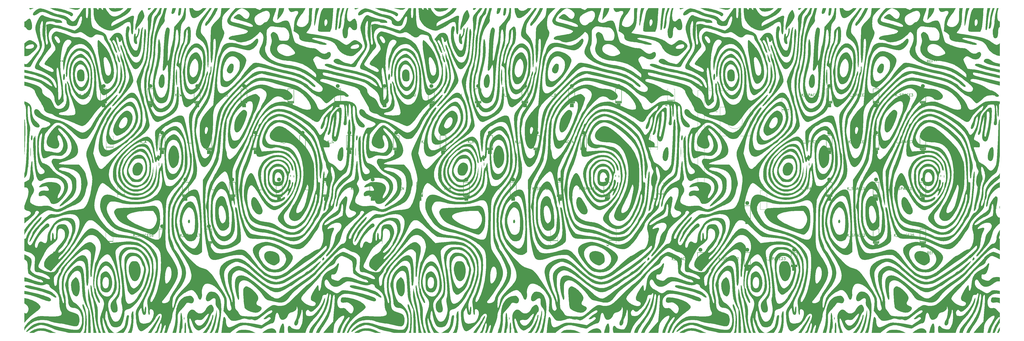
<source format=gbr>
G04 #@! TF.GenerationSoftware,KiCad,Pcbnew,7.0.1*
G04 #@! TF.CreationDate,2023-04-14T16:04:57-07:00*
G04 #@! TF.ProjectId,trashtruck.b,74726173-6874-4727-9563-6b2e622e6b69,rev?*
G04 #@! TF.SameCoordinates,Original*
G04 #@! TF.FileFunction,Legend,Top*
G04 #@! TF.FilePolarity,Positive*
%FSLAX46Y46*%
G04 Gerber Fmt 4.6, Leading zero omitted, Abs format (unit mm)*
G04 Created by KiCad (PCBNEW 7.0.1) date 2023-04-14 16:04:57*
%MOMM*%
%LPD*%
G01*
G04 APERTURE LIST*
%ADD10C,0.000000*%
%ADD11C,0.150000*%
%ADD12C,0.200000*%
%ADD13C,0.120000*%
%ADD14R,1.600000X1.600000*%
%ADD15C,1.600000*%
G04 APERTURE END LIST*
D10*
G36*
X147807679Y-164599176D02*
G01*
X147874038Y-164758250D01*
X147936231Y-164912177D01*
X147994255Y-165060798D01*
X148048105Y-165203950D01*
X148097778Y-165341475D01*
X148143271Y-165473210D01*
X148184580Y-165598995D01*
X148221702Y-165718669D01*
X148254632Y-165832072D01*
X148283368Y-165939042D01*
X148307905Y-166039420D01*
X148328239Y-166133043D01*
X148344369Y-166219752D01*
X148356289Y-166299386D01*
X148363996Y-166371783D01*
X148367487Y-166436784D01*
X148366757Y-166494227D01*
X148361804Y-166543952D01*
X148352624Y-166585797D01*
X148339213Y-166619603D01*
X148330919Y-166633441D01*
X148321567Y-166645208D01*
X148311155Y-166654885D01*
X148299683Y-166662452D01*
X148287150Y-166667888D01*
X148273557Y-166671173D01*
X148258902Y-166672288D01*
X148243186Y-166671211D01*
X148226407Y-166667924D01*
X148208566Y-166662406D01*
X148169693Y-166644596D01*
X148126565Y-166617621D01*
X148079176Y-166581320D01*
X148027524Y-166535532D01*
X147971605Y-166480096D01*
X147911416Y-166414852D01*
X147846952Y-166339640D01*
X147802279Y-166279366D01*
X147757363Y-166206333D01*
X147712501Y-166121536D01*
X147667989Y-166025969D01*
X147624124Y-165920627D01*
X147581204Y-165806505D01*
X147539524Y-165684599D01*
X147499382Y-165555902D01*
X147461074Y-165421409D01*
X147424897Y-165282116D01*
X147360124Y-164993108D01*
X147332121Y-164845382D01*
X147307436Y-164696835D01*
X147286366Y-164548461D01*
X147269208Y-164401257D01*
X147122964Y-162982738D01*
X147807679Y-164599176D01*
G37*
G36*
X473069528Y-213870032D02*
G01*
X473617768Y-213870032D01*
X473624193Y-214222440D01*
X473651731Y-214565665D01*
X473701220Y-214896621D01*
X473732929Y-215040192D01*
X473774679Y-215187836D01*
X473825958Y-215338985D01*
X473886253Y-215493076D01*
X473955051Y-215649541D01*
X474031838Y-215807814D01*
X474207331Y-216127523D01*
X474408626Y-216447675D01*
X474631622Y-216763741D01*
X474872212Y-217071195D01*
X475126294Y-217365509D01*
X475389763Y-217642154D01*
X475658517Y-217896603D01*
X475928449Y-218124328D01*
X476195458Y-218320802D01*
X476326583Y-218405905D01*
X476455438Y-218481497D01*
X476581510Y-218547012D01*
X476704287Y-218601885D01*
X476823254Y-218645549D01*
X476937899Y-218677438D01*
X477047709Y-218696986D01*
X477152171Y-218703628D01*
X477227960Y-218698910D01*
X477311389Y-218685065D01*
X477401608Y-218662560D01*
X477497769Y-218631862D01*
X477599023Y-218593437D01*
X477704523Y-218547751D01*
X477813419Y-218495270D01*
X477924864Y-218436460D01*
X478038008Y-218371789D01*
X478152003Y-218301722D01*
X478266001Y-218226725D01*
X478379154Y-218147265D01*
X478490612Y-218063808D01*
X478599528Y-217976821D01*
X478705053Y-217886770D01*
X478806338Y-217794120D01*
X478999536Y-217595968D01*
X479190399Y-217371461D01*
X479377530Y-217123746D01*
X479559532Y-216855971D01*
X479735005Y-216571285D01*
X479902554Y-216272835D01*
X480060780Y-215963769D01*
X480208284Y-215647235D01*
X480343670Y-215326380D01*
X480465540Y-215004353D01*
X480572495Y-214684302D01*
X480663138Y-214369374D01*
X480736072Y-214062717D01*
X480789897Y-213767480D01*
X480823218Y-213486809D01*
X480834635Y-213223854D01*
X480825924Y-213046135D01*
X480800467Y-212852047D01*
X480759281Y-212643868D01*
X480703385Y-212423874D01*
X480633795Y-212194343D01*
X480551528Y-211957551D01*
X480457601Y-211715776D01*
X480353032Y-211471295D01*
X480238837Y-211226384D01*
X480116034Y-210983321D01*
X479985640Y-210744383D01*
X479848673Y-210511845D01*
X479706148Y-210287987D01*
X479559084Y-210075084D01*
X479408497Y-209875414D01*
X479255404Y-209691253D01*
X479189394Y-209622155D01*
X479116550Y-209557357D01*
X479037230Y-209496843D01*
X478951793Y-209440602D01*
X478860595Y-209388619D01*
X478763994Y-209340880D01*
X478662349Y-209297371D01*
X478556017Y-209258078D01*
X478445355Y-209222989D01*
X478330721Y-209192088D01*
X478212473Y-209165363D01*
X478090968Y-209142798D01*
X477966565Y-209124382D01*
X477839620Y-209110099D01*
X477710493Y-209099936D01*
X477579539Y-209093879D01*
X477409052Y-209092105D01*
X477236879Y-209097065D01*
X477063775Y-209108730D01*
X476890499Y-209127067D01*
X476717807Y-209152048D01*
X476546456Y-209183642D01*
X476377203Y-209221818D01*
X476210805Y-209266547D01*
X476048018Y-209317798D01*
X475889601Y-209375540D01*
X475736309Y-209439743D01*
X475588900Y-209510378D01*
X475448131Y-209587414D01*
X475314758Y-209670819D01*
X475189539Y-209760565D01*
X475073230Y-209856620D01*
X474881638Y-210047693D01*
X474700239Y-210269685D01*
X474529871Y-210519512D01*
X474371377Y-210794089D01*
X474225594Y-211090332D01*
X474093363Y-211405155D01*
X473975525Y-211735473D01*
X473872919Y-212078202D01*
X473786385Y-212430256D01*
X473716762Y-212788551D01*
X473664892Y-213150002D01*
X473631614Y-213511524D01*
X473617768Y-213870032D01*
X473069528Y-213870032D01*
X473067149Y-213587143D01*
X473067615Y-213151156D01*
X473071141Y-212759916D01*
X473078691Y-212409309D01*
X473091227Y-212095220D01*
X473109710Y-211813534D01*
X473135103Y-211560136D01*
X473168368Y-211330912D01*
X473188254Y-211224080D01*
X473210468Y-211121748D01*
X473235132Y-211023402D01*
X473262365Y-210928527D01*
X473292288Y-210836610D01*
X473325021Y-210747136D01*
X473360685Y-210659591D01*
X473399399Y-210573460D01*
X473441284Y-210488229D01*
X473486461Y-210403384D01*
X473587169Y-210232794D01*
X473702485Y-210057574D01*
X473833372Y-209873610D01*
X473980792Y-209676788D01*
X474228255Y-209373080D01*
X474485603Y-209097679D01*
X474752131Y-208850785D01*
X475027136Y-208632596D01*
X475167598Y-208534329D01*
X475309916Y-208443313D01*
X475454001Y-208359573D01*
X475599766Y-208283135D01*
X475747123Y-208214022D01*
X475895984Y-208152260D01*
X476046261Y-208097874D01*
X476197866Y-208050889D01*
X476350712Y-208011330D01*
X476504709Y-207979221D01*
X476659771Y-207954588D01*
X476815810Y-207937455D01*
X476972737Y-207927847D01*
X477130465Y-207925790D01*
X477288905Y-207931308D01*
X477447971Y-207944426D01*
X477607573Y-207965169D01*
X477767625Y-207993562D01*
X477928037Y-208029630D01*
X478088723Y-208073398D01*
X478249594Y-208124890D01*
X478410562Y-208184133D01*
X478571540Y-208251149D01*
X478732440Y-208325966D01*
X478879238Y-208402081D01*
X479025243Y-208486196D01*
X479170022Y-208577894D01*
X479313142Y-208676756D01*
X479454171Y-208782366D01*
X479592675Y-208894307D01*
X479728222Y-209012160D01*
X479860380Y-209135508D01*
X479988715Y-209263935D01*
X480112795Y-209397021D01*
X480232187Y-209534351D01*
X480346459Y-209675506D01*
X480455177Y-209820070D01*
X480557910Y-209967624D01*
X480654223Y-210117751D01*
X480743685Y-210270034D01*
X480853206Y-210463763D01*
X480951871Y-210634484D01*
X481040212Y-210782599D01*
X481118758Y-210908504D01*
X481188040Y-211012600D01*
X481219373Y-211056594D01*
X481248589Y-211095285D01*
X481275754Y-211128723D01*
X481300935Y-211156958D01*
X481324197Y-211180039D01*
X481345608Y-211198017D01*
X481365232Y-211210941D01*
X481383138Y-211218862D01*
X481399390Y-211221828D01*
X481406917Y-211221469D01*
X481414056Y-211219890D01*
X481427201Y-211213099D01*
X481438893Y-211201502D01*
X481449196Y-211185152D01*
X481458178Y-211164096D01*
X481465904Y-211138386D01*
X481472442Y-211108071D01*
X481477857Y-211073201D01*
X481482216Y-211033825D01*
X481488029Y-210941758D01*
X481490413Y-210832267D01*
X481488639Y-210720294D01*
X481481797Y-210607267D01*
X481469983Y-210493340D01*
X481453294Y-210378667D01*
X481431825Y-210263403D01*
X481405673Y-210147702D01*
X481339707Y-209915605D01*
X481256167Y-209683608D01*
X481155825Y-209452943D01*
X481039452Y-209224846D01*
X480907820Y-209000547D01*
X480761701Y-208781280D01*
X480601866Y-208568278D01*
X480429086Y-208362773D01*
X480244134Y-208166000D01*
X480047780Y-207979190D01*
X479840797Y-207803577D01*
X479623956Y-207640393D01*
X479398028Y-207490871D01*
X479198866Y-207373735D01*
X478998921Y-207267952D01*
X478798312Y-207173488D01*
X478597155Y-207090312D01*
X478395568Y-207018390D01*
X478193668Y-206957691D01*
X477991572Y-206908180D01*
X477789398Y-206869826D01*
X477587263Y-206842595D01*
X477385283Y-206826456D01*
X477183577Y-206821374D01*
X476982262Y-206827319D01*
X476781454Y-206844256D01*
X476581272Y-206872153D01*
X476381832Y-206910977D01*
X476183251Y-206960696D01*
X475985648Y-207021278D01*
X475789138Y-207092688D01*
X475593840Y-207174895D01*
X475399871Y-207267865D01*
X475207348Y-207371567D01*
X475016388Y-207485967D01*
X474827108Y-207611033D01*
X474639626Y-207746732D01*
X474454059Y-207893031D01*
X474270525Y-208049897D01*
X474089140Y-208217298D01*
X473910022Y-208395202D01*
X473733287Y-208583574D01*
X473559055Y-208782384D01*
X473387440Y-208991597D01*
X473218562Y-209211181D01*
X472881847Y-209671816D01*
X472745584Y-209872597D01*
X472629016Y-210062191D01*
X472530866Y-210246972D01*
X472449859Y-210433318D01*
X472384717Y-210627604D01*
X472334165Y-210836206D01*
X472296927Y-211065501D01*
X472271725Y-211321866D01*
X472257285Y-211611676D01*
X472252328Y-211941307D01*
X472265764Y-212745541D01*
X472301821Y-213785576D01*
X472343587Y-214758861D01*
X472367159Y-215171332D01*
X472394053Y-215540783D01*
X472425415Y-215872036D01*
X472462392Y-216169910D01*
X472506131Y-216439227D01*
X472557778Y-216684807D01*
X472618480Y-216911470D01*
X472652584Y-217019215D01*
X472689382Y-217124039D01*
X472729017Y-217226544D01*
X472771632Y-217327333D01*
X472866377Y-217526173D01*
X472974763Y-217725381D01*
X473097935Y-217929776D01*
X473237042Y-218144180D01*
X473393229Y-218373413D01*
X473568927Y-218617084D01*
X473748609Y-218846994D01*
X473932035Y-219063112D01*
X474118967Y-219265408D01*
X474309164Y-219453851D01*
X474502387Y-219628409D01*
X474698397Y-219789054D01*
X474896952Y-219935753D01*
X475097815Y-220068477D01*
X475300745Y-220187195D01*
X475505502Y-220291876D01*
X475711848Y-220382490D01*
X475919541Y-220459006D01*
X476128344Y-220521393D01*
X476338015Y-220569622D01*
X476548316Y-220603660D01*
X476759006Y-220623479D01*
X476969847Y-220629046D01*
X477180598Y-220620332D01*
X477391019Y-220597307D01*
X477600872Y-220559938D01*
X477809917Y-220508196D01*
X478017913Y-220442051D01*
X478224622Y-220361470D01*
X478429803Y-220266425D01*
X478633217Y-220156885D01*
X478834624Y-220032818D01*
X479033785Y-219894194D01*
X479230460Y-219740983D01*
X479424409Y-219573154D01*
X479615393Y-219390676D01*
X479803172Y-219193519D01*
X480019998Y-218948508D01*
X480220550Y-218707664D01*
X480405144Y-218470277D01*
X480574095Y-218235635D01*
X480727717Y-218003027D01*
X480866327Y-217771741D01*
X480990240Y-217541067D01*
X481099770Y-217310293D01*
X481195234Y-217078708D01*
X481276946Y-216845599D01*
X481345223Y-216610258D01*
X481400378Y-216371971D01*
X481442728Y-216130027D01*
X481472587Y-215883716D01*
X481490272Y-215632325D01*
X481496096Y-215375145D01*
X481496542Y-215325388D01*
X481497865Y-215276261D01*
X481503056Y-215180144D01*
X481511494Y-215087291D01*
X481523003Y-214998201D01*
X481529856Y-214955223D01*
X481537411Y-214913372D01*
X481545646Y-214872712D01*
X481554541Y-214833305D01*
X481564072Y-214795212D01*
X481574219Y-214758496D01*
X481584959Y-214723219D01*
X481596270Y-214689444D01*
X481608131Y-214657234D01*
X481620521Y-214626649D01*
X481633416Y-214597754D01*
X481646795Y-214570609D01*
X481660636Y-214545278D01*
X481674918Y-214521822D01*
X481689619Y-214500305D01*
X481704716Y-214480788D01*
X481720189Y-214463333D01*
X481736014Y-214448004D01*
X481752171Y-214434862D01*
X481768638Y-214423970D01*
X481785392Y-214415389D01*
X481802411Y-214409184D01*
X481819675Y-214405414D01*
X481837161Y-214404144D01*
X481888127Y-214406805D01*
X481936908Y-214414686D01*
X481983472Y-214427628D01*
X482027786Y-214445477D01*
X482069819Y-214468075D01*
X482109538Y-214495265D01*
X482146912Y-214526892D01*
X482181908Y-214562799D01*
X482214495Y-214602829D01*
X482244640Y-214646827D01*
X482272311Y-214694635D01*
X482297477Y-214746096D01*
X482340163Y-214859356D01*
X482372441Y-214985354D01*
X482394056Y-215122839D01*
X482404751Y-215270558D01*
X482404270Y-215427261D01*
X482392357Y-215591694D01*
X482368754Y-215762607D01*
X482333207Y-215938748D01*
X482285459Y-216118864D01*
X482225253Y-216301704D01*
X481949666Y-217064648D01*
X481841062Y-217369382D01*
X481751725Y-217625930D01*
X481681508Y-217836520D01*
X481630267Y-218003383D01*
X481611718Y-218071114D01*
X481597858Y-218128748D01*
X481588670Y-218176565D01*
X481584135Y-218214843D01*
X481584235Y-218243862D01*
X481588953Y-218263899D01*
X481593037Y-218270637D01*
X481598269Y-218275234D01*
X481604647Y-218277724D01*
X481612167Y-218278144D01*
X481630627Y-218272909D01*
X481653632Y-218259808D01*
X481681163Y-218239118D01*
X481713203Y-218211119D01*
X481790735Y-218134308D01*
X481886084Y-218031604D01*
X482129649Y-217757431D01*
X482199855Y-217673794D01*
X482268097Y-217584459D01*
X482334020Y-217490230D01*
X482397271Y-217391914D01*
X482457495Y-217290316D01*
X482514339Y-217186242D01*
X482567449Y-217080495D01*
X482616471Y-216973883D01*
X482661051Y-216867211D01*
X482700835Y-216761283D01*
X482735470Y-216656906D01*
X482764601Y-216554884D01*
X482787874Y-216456023D01*
X482804936Y-216361129D01*
X482815433Y-216271007D01*
X482819010Y-216186462D01*
X482819477Y-216145959D01*
X482820863Y-216105970D01*
X482823145Y-216066545D01*
X482826300Y-216027735D01*
X482830304Y-215989592D01*
X482835136Y-215952164D01*
X482840773Y-215915503D01*
X482847190Y-215879660D01*
X482854366Y-215844685D01*
X482862278Y-215810629D01*
X482870903Y-215777543D01*
X482880217Y-215745477D01*
X482890198Y-215714481D01*
X482900823Y-215684606D01*
X482912069Y-215655904D01*
X482923914Y-215628424D01*
X482936334Y-215602218D01*
X482949306Y-215577335D01*
X482962807Y-215553827D01*
X482976816Y-215531744D01*
X482991308Y-215511136D01*
X483006261Y-215492055D01*
X483021651Y-215474551D01*
X483037457Y-215458675D01*
X483053655Y-215444477D01*
X483070222Y-215432007D01*
X483087136Y-215421317D01*
X483104373Y-215412457D01*
X483121910Y-215405478D01*
X483139725Y-215400430D01*
X483157795Y-215397365D01*
X483176097Y-215396331D01*
X483239525Y-215409110D01*
X483289868Y-215446466D01*
X483327647Y-215506933D01*
X483353380Y-215589045D01*
X483367586Y-215691335D01*
X483370785Y-215812336D01*
X483346239Y-216104603D01*
X483283894Y-216454111D01*
X483187906Y-216849127D01*
X483062427Y-217277915D01*
X482911611Y-217728740D01*
X482739614Y-218189869D01*
X482550588Y-218649567D01*
X482348687Y-219096099D01*
X482138066Y-219517730D01*
X481922878Y-219902726D01*
X481707277Y-220239353D01*
X481495418Y-220515875D01*
X481392189Y-220627930D01*
X481291453Y-220720558D01*
X481219368Y-220779254D01*
X481156280Y-220827883D01*
X481102075Y-220866031D01*
X481056641Y-220893284D01*
X481037179Y-220902695D01*
X481019866Y-220909227D01*
X481004690Y-220912829D01*
X480991636Y-220913448D01*
X480980691Y-220911033D01*
X480971839Y-220905531D01*
X480965067Y-220896892D01*
X480960361Y-220885064D01*
X480957707Y-220869994D01*
X480957091Y-220851631D01*
X480961914Y-220804820D01*
X480974719Y-220744215D01*
X480995392Y-220669404D01*
X481023821Y-220579972D01*
X481059893Y-220475505D01*
X481154513Y-220219810D01*
X481257214Y-219940136D01*
X481339701Y-219694429D01*
X481401928Y-219482669D01*
X481425430Y-219389511D01*
X481443849Y-219304832D01*
X481457180Y-219228627D01*
X481465418Y-219160895D01*
X481468555Y-219101631D01*
X481466588Y-219050835D01*
X481459510Y-219008502D01*
X481447315Y-218974629D01*
X481429997Y-218949215D01*
X481407552Y-218932256D01*
X481379972Y-218923748D01*
X481347252Y-218923690D01*
X481309387Y-218932079D01*
X481266371Y-218948911D01*
X481218198Y-218974184D01*
X481164863Y-219007895D01*
X481106358Y-219050042D01*
X481042680Y-219100620D01*
X480973822Y-219159628D01*
X480899778Y-219227062D01*
X480736110Y-219387198D01*
X480551630Y-219581007D01*
X480346293Y-219808464D01*
X480093468Y-220075824D01*
X479824945Y-220324332D01*
X479542734Y-220553306D01*
X479248847Y-220762062D01*
X478945291Y-220949917D01*
X478634079Y-221116187D01*
X478317218Y-221260190D01*
X477996720Y-221381242D01*
X477674594Y-221478661D01*
X477352851Y-221551761D01*
X477033499Y-221599862D01*
X476718550Y-221622279D01*
X476410012Y-221618328D01*
X476258776Y-221606252D01*
X476109897Y-221587328D01*
X475963625Y-221561471D01*
X475820213Y-221528594D01*
X475679911Y-221488614D01*
X475542971Y-221441444D01*
X475308950Y-221345488D01*
X475079988Y-221235361D01*
X474856009Y-221110982D01*
X474636934Y-220972272D01*
X474422686Y-220819149D01*
X474213188Y-220651533D01*
X474008360Y-220469342D01*
X473808126Y-220272498D01*
X473612408Y-220060918D01*
X473421128Y-219834523D01*
X473234207Y-219593231D01*
X473051569Y-219336963D01*
X472873136Y-219065636D01*
X472698829Y-218779172D01*
X472528571Y-218477489D01*
X472362284Y-218160507D01*
X472079460Y-217581537D01*
X471961488Y-217318913D01*
X471857930Y-217067987D01*
X471767879Y-216824098D01*
X471690425Y-216582589D01*
X471624660Y-216338800D01*
X471569675Y-216088073D01*
X471524562Y-215825750D01*
X471488412Y-215547173D01*
X471460317Y-215247681D01*
X471439367Y-214922617D01*
X471424655Y-214567323D01*
X471415271Y-214177138D01*
X471408854Y-213273468D01*
X471413124Y-212316965D01*
X471420520Y-211917256D01*
X471433252Y-211562245D01*
X471452693Y-211246181D01*
X471480216Y-210963317D01*
X471517192Y-210707905D01*
X471539655Y-210588696D01*
X471564995Y-210474194D01*
X471593384Y-210363681D01*
X471624995Y-210256438D01*
X471659998Y-210151746D01*
X471698565Y-210048887D01*
X471740868Y-209947142D01*
X471787078Y-209845792D01*
X471891906Y-209641406D01*
X472014421Y-209429979D01*
X472155995Y-209205763D01*
X472318001Y-208963009D01*
X472501811Y-208695968D01*
X472723465Y-208390099D01*
X472949259Y-208105375D01*
X473179756Y-207841527D01*
X473415521Y-207598286D01*
X473657116Y-207375381D01*
X473905105Y-207172545D01*
X474160053Y-206989507D01*
X474422523Y-206825997D01*
X474693079Y-206681747D01*
X474972284Y-206556486D01*
X475260702Y-206449946D01*
X475558897Y-206361856D01*
X475867433Y-206291948D01*
X476186873Y-206239952D01*
X476517781Y-206205598D01*
X476860720Y-206188617D01*
X476860720Y-206188629D01*
X476960989Y-206186945D01*
X477062293Y-206186675D01*
X477164649Y-206187805D01*
X477268070Y-206190320D01*
X477372571Y-206194207D01*
X477478168Y-206199449D01*
X477584875Y-206206034D01*
X477692706Y-206213947D01*
X477908946Y-206235218D01*
X478121435Y-206264452D01*
X478330027Y-206301517D01*
X478534578Y-206346281D01*
X478734943Y-206398611D01*
X478930976Y-206458374D01*
X479122533Y-206525438D01*
X479309470Y-206599671D01*
X479491641Y-206680940D01*
X479668901Y-206769112D01*
X479841106Y-206864056D01*
X480008110Y-206965638D01*
X480169769Y-207073726D01*
X480325938Y-207188188D01*
X480476472Y-207308891D01*
X480621226Y-207435703D01*
X480760056Y-207568490D01*
X480892815Y-207707121D01*
X481019361Y-207851464D01*
X481139547Y-208001385D01*
X481253228Y-208156752D01*
X481360261Y-208317433D01*
X481460500Y-208483295D01*
X481553799Y-208654206D01*
X481640016Y-208830033D01*
X481719003Y-209010644D01*
X481790617Y-209195906D01*
X481854713Y-209385687D01*
X481911145Y-209579854D01*
X481959770Y-209778274D01*
X482000441Y-209980816D01*
X482033015Y-210187347D01*
X482055699Y-210364226D01*
X482074271Y-210532275D01*
X482088758Y-210691137D01*
X482099188Y-210840456D01*
X482105587Y-210979877D01*
X482107983Y-211109042D01*
X482106404Y-211227596D01*
X482100876Y-211335183D01*
X482096639Y-211384752D01*
X482091426Y-211431446D01*
X482085239Y-211475220D01*
X482078083Y-211516030D01*
X482069959Y-211553830D01*
X482060872Y-211588578D01*
X482050826Y-211620227D01*
X482039822Y-211648734D01*
X482027866Y-211674053D01*
X482014960Y-211696142D01*
X482001108Y-211714954D01*
X481986313Y-211730445D01*
X481970579Y-211742572D01*
X481953908Y-211751289D01*
X481936305Y-211756552D01*
X481917773Y-211758316D01*
X481900643Y-211760714D01*
X481883241Y-211767832D01*
X481847758Y-211795754D01*
X481811588Y-211841140D01*
X481774996Y-211903050D01*
X481738248Y-211980543D01*
X481701608Y-212072677D01*
X481665341Y-212178512D01*
X481629713Y-212297107D01*
X481594988Y-212427521D01*
X481561431Y-212568813D01*
X481498882Y-212880267D01*
X481444186Y-213223941D01*
X481399462Y-213592308D01*
X481340141Y-214068646D01*
X481262019Y-214532410D01*
X481165516Y-214982800D01*
X481051048Y-215419018D01*
X480919036Y-215840266D01*
X480769897Y-216245746D01*
X480604049Y-216634658D01*
X480421912Y-217006204D01*
X480223903Y-217359587D01*
X480010441Y-217694006D01*
X479781944Y-218008665D01*
X479538831Y-218302765D01*
X479411924Y-218441855D01*
X479281520Y-218575506D01*
X479147671Y-218703618D01*
X479010430Y-218826091D01*
X478869848Y-218942826D01*
X478725978Y-219053722D01*
X478578873Y-219158679D01*
X478428584Y-219257599D01*
X478205619Y-219397328D01*
X478005980Y-219519371D01*
X477826808Y-219624150D01*
X477665247Y-219712088D01*
X477518441Y-219783607D01*
X477449677Y-219813341D01*
X477383531Y-219839129D01*
X477319645Y-219861023D01*
X477257662Y-219879077D01*
X477197225Y-219893342D01*
X477137976Y-219903872D01*
X477079559Y-219910720D01*
X477021617Y-219913938D01*
X476963792Y-219913579D01*
X476905727Y-219909697D01*
X476847065Y-219902343D01*
X476787449Y-219891570D01*
X476726522Y-219877432D01*
X476663926Y-219859981D01*
X476599306Y-219839270D01*
X476532302Y-219815351D01*
X476389720Y-219758104D01*
X476233322Y-219688661D01*
X476060252Y-219607444D01*
X475949920Y-219549928D01*
X475832724Y-219479660D01*
X475709696Y-219397616D01*
X475581867Y-219304773D01*
X475450269Y-219202106D01*
X475315934Y-219090593D01*
X475179894Y-218971210D01*
X475043179Y-218844932D01*
X474906823Y-218712737D01*
X474771855Y-218575601D01*
X474639309Y-218434499D01*
X474510216Y-218290409D01*
X474385608Y-218144307D01*
X474266515Y-217997168D01*
X474153971Y-217849970D01*
X474049006Y-217703689D01*
X473752277Y-217259956D01*
X473629314Y-217058806D01*
X473521900Y-216865660D01*
X473428995Y-216676165D01*
X473349558Y-216485965D01*
X473282549Y-216290705D01*
X473226928Y-216086031D01*
X473181656Y-215867587D01*
X473145693Y-215631020D01*
X473117998Y-215371974D01*
X473097531Y-215086094D01*
X473083253Y-214769025D01*
X473074123Y-214416414D01*
X473069528Y-213870032D01*
G37*
G36*
X416235839Y-269639072D02*
G01*
X416264167Y-269643072D01*
X416291117Y-269648704D01*
X416316696Y-269655987D01*
X416340912Y-269664941D01*
X416363770Y-269675583D01*
X416385279Y-269687933D01*
X416405445Y-269702010D01*
X416424276Y-269717831D01*
X416441778Y-269735416D01*
X416457960Y-269754784D01*
X416472827Y-269775953D01*
X416486387Y-269798942D01*
X416498647Y-269823771D01*
X416509614Y-269850457D01*
X416527698Y-269909477D01*
X416540696Y-269976154D01*
X416548664Y-270050637D01*
X416551660Y-270133076D01*
X416549740Y-270223622D01*
X416542960Y-270322425D01*
X416531379Y-270429635D01*
X416515052Y-270545402D01*
X416357415Y-271622117D01*
X416177089Y-272933372D01*
X416136276Y-273189565D01*
X416081846Y-273449316D01*
X416014495Y-273711534D01*
X415934918Y-273975128D01*
X415843810Y-274239006D01*
X415741868Y-274502077D01*
X415629786Y-274763251D01*
X415508260Y-275021436D01*
X415377985Y-275275541D01*
X415239657Y-275524475D01*
X415093972Y-275767147D01*
X414941625Y-276002465D01*
X414783312Y-276229339D01*
X414619728Y-276446677D01*
X414451568Y-276653388D01*
X414279528Y-276848381D01*
X411278678Y-276848381D01*
X411473524Y-276777408D01*
X411687984Y-276682930D01*
X411918293Y-276567556D01*
X412160689Y-276433896D01*
X412411408Y-276284560D01*
X412666686Y-276122155D01*
X412922760Y-275949291D01*
X413175867Y-275768579D01*
X413422244Y-275582627D01*
X413658126Y-275394044D01*
X413879751Y-275205441D01*
X414083356Y-275019425D01*
X414265176Y-274838607D01*
X414421449Y-274665596D01*
X414548411Y-274503001D01*
X414599724Y-274426425D01*
X414642298Y-274353431D01*
X414675857Y-274285960D01*
X414710650Y-274206965D01*
X414782845Y-274018334D01*
X414856703Y-273795392D01*
X414930042Y-273545993D01*
X415000679Y-273277991D01*
X415066432Y-272999238D01*
X415125121Y-272717588D01*
X415174563Y-272440895D01*
X415246740Y-272001444D01*
X415313202Y-271609630D01*
X415374897Y-271262790D01*
X415432774Y-270958264D01*
X415460578Y-270821038D01*
X415487783Y-270693392D01*
X415514509Y-270574994D01*
X415540873Y-270465511D01*
X415566995Y-270364612D01*
X415592993Y-270271963D01*
X415618986Y-270187231D01*
X415645092Y-270110084D01*
X415671430Y-270040190D01*
X415698119Y-269977216D01*
X415725277Y-269920828D01*
X415753023Y-269870696D01*
X415781475Y-269826485D01*
X415810753Y-269787864D01*
X415840975Y-269754500D01*
X415872259Y-269726059D01*
X415904725Y-269702211D01*
X415938490Y-269682621D01*
X415973674Y-269666957D01*
X416010394Y-269654888D01*
X416048771Y-269646079D01*
X416088922Y-269640199D01*
X416130966Y-269636915D01*
X416175021Y-269635894D01*
X416235839Y-269639072D01*
G37*
G36*
X264556668Y-160866256D02*
G01*
X264702268Y-160875507D01*
X264848474Y-160890432D01*
X264995238Y-160911063D01*
X265142515Y-160937430D01*
X265290259Y-160969564D01*
X265438423Y-161007498D01*
X265586960Y-161051263D01*
X265735825Y-161100891D01*
X265884971Y-161156411D01*
X266034351Y-161217857D01*
X266183920Y-161285259D01*
X266333630Y-161358648D01*
X266483437Y-161438057D01*
X266633292Y-161523516D01*
X266783151Y-161615057D01*
X267265236Y-161936413D01*
X267473118Y-162094719D01*
X267663562Y-162259534D01*
X267840068Y-162436926D01*
X268006138Y-162632963D01*
X268165273Y-162853713D01*
X268320973Y-163105243D01*
X268476740Y-163393623D01*
X268636074Y-163724919D01*
X268802478Y-164105199D01*
X268979451Y-164540532D01*
X269379112Y-165600628D01*
X269863065Y-166953748D01*
X270195605Y-167915522D01*
X270450440Y-168732332D01*
X270552171Y-169112229D01*
X270638618Y-169486911D01*
X270711164Y-169866718D01*
X270771188Y-170261992D01*
X270820073Y-170683074D01*
X270859198Y-171140307D01*
X270913698Y-172204587D01*
X270945734Y-173537567D01*
X270966357Y-175221977D01*
X270978778Y-176208426D01*
X270996414Y-177094560D01*
X271020520Y-177886101D01*
X271035392Y-178248187D01*
X271052353Y-178588772D01*
X271071560Y-178908569D01*
X271093170Y-179208295D01*
X271117340Y-179488664D01*
X271144227Y-179750393D01*
X271173988Y-179994196D01*
X271206781Y-180220788D01*
X271242762Y-180430886D01*
X271282088Y-180625203D01*
X271324916Y-180804457D01*
X271371404Y-180969361D01*
X271421708Y-181120631D01*
X271475986Y-181258983D01*
X271534395Y-181385132D01*
X271597091Y-181499793D01*
X271664232Y-181603681D01*
X271735975Y-181697512D01*
X271812477Y-181782002D01*
X271893894Y-181857864D01*
X271980385Y-181925816D01*
X272072106Y-181986571D01*
X272169213Y-182040846D01*
X272271865Y-182089355D01*
X272380218Y-182132815D01*
X272494430Y-182171940D01*
X272589264Y-182192964D01*
X272696528Y-182200254D01*
X272815504Y-182194289D01*
X272945476Y-182175547D01*
X273235541Y-182101644D01*
X273560989Y-181982370D01*
X273916089Y-181821551D01*
X274295108Y-181623012D01*
X274692311Y-181390581D01*
X275101968Y-181128081D01*
X275518344Y-180839339D01*
X275935706Y-180528181D01*
X276348323Y-180198432D01*
X276750460Y-179853919D01*
X277136385Y-179498466D01*
X277500366Y-179135899D01*
X277836669Y-178770044D01*
X278139562Y-178404728D01*
X278540493Y-177884075D01*
X278899085Y-177399738D01*
X279217684Y-176944737D01*
X279498635Y-176512088D01*
X279744284Y-176094811D01*
X279956978Y-175685925D01*
X280139063Y-175278446D01*
X280292884Y-174865393D01*
X280420786Y-174439785D01*
X280525117Y-173994641D01*
X280608222Y-173522977D01*
X280672446Y-173017814D01*
X280720137Y-172472168D01*
X280753639Y-171879058D01*
X280775298Y-171231504D01*
X280787461Y-170522522D01*
X280826734Y-166953748D01*
X281314042Y-169434217D01*
X281409600Y-169970448D01*
X281483086Y-170493843D01*
X281534507Y-171004369D01*
X281563865Y-171501993D01*
X281571165Y-171986682D01*
X281556410Y-172458401D01*
X281519606Y-172917119D01*
X281460756Y-173362800D01*
X281379865Y-173795414D01*
X281276935Y-174214924D01*
X281151972Y-174621300D01*
X281004980Y-175014506D01*
X280835962Y-175394510D01*
X280644923Y-175761279D01*
X280431867Y-176114779D01*
X280196798Y-176454977D01*
X280118217Y-176563713D01*
X280041836Y-176673771D01*
X279968052Y-176784393D01*
X279897261Y-176894825D01*
X279829857Y-177004309D01*
X279766238Y-177112089D01*
X279706799Y-177217409D01*
X279651936Y-177319513D01*
X279602044Y-177417645D01*
X279557521Y-177511048D01*
X279518761Y-177598967D01*
X279486160Y-177680645D01*
X279460115Y-177755325D01*
X279441021Y-177822252D01*
X279429275Y-177880669D01*
X279425271Y-177929821D01*
X279412883Y-177984092D01*
X279376488Y-178060053D01*
X279236283Y-178272358D01*
X279013876Y-178557377D01*
X278718484Y-178905749D01*
X277945621Y-179755105D01*
X276991443Y-180745542D01*
X275929697Y-181802173D01*
X274834131Y-182850112D01*
X273778492Y-183814473D01*
X272836528Y-184620369D01*
X272685599Y-184749598D01*
X272519729Y-184902923D01*
X272149869Y-185273960D01*
X271740361Y-185717676D01*
X271304615Y-186218270D01*
X270856043Y-186759937D01*
X270408055Y-187326877D01*
X269974063Y-187903286D01*
X269567477Y-188473362D01*
X269222318Y-188963078D01*
X268884993Y-189422787D01*
X268555741Y-189852268D01*
X268234798Y-190251303D01*
X267922403Y-190619674D01*
X267618793Y-190957160D01*
X267324206Y-191263544D01*
X267038878Y-191538606D01*
X266763049Y-191782127D01*
X266496955Y-191993890D01*
X266240833Y-192173674D01*
X266116587Y-192251505D01*
X265994923Y-192321260D01*
X265875870Y-192382911D01*
X265759460Y-192436431D01*
X265645721Y-192481792D01*
X265534683Y-192518967D01*
X265426376Y-192547928D01*
X265320829Y-192568649D01*
X265218073Y-192581101D01*
X265118137Y-192585258D01*
X265050519Y-192579399D01*
X264960215Y-192562208D01*
X264717607Y-192496142D01*
X264402432Y-192391690D01*
X264026810Y-192253478D01*
X263602860Y-192086136D01*
X263142702Y-191894293D01*
X262658457Y-191682575D01*
X262162244Y-191455612D01*
X261636557Y-191217168D01*
X261067840Y-190972549D01*
X260474139Y-190728695D01*
X259873500Y-190492544D01*
X259283972Y-190271033D01*
X258723600Y-190071101D01*
X258210431Y-189899685D01*
X257762513Y-189763725D01*
X257336749Y-189640459D01*
X256926040Y-189516224D01*
X256531669Y-189391556D01*
X256154919Y-189266991D01*
X255797073Y-189143064D01*
X255459414Y-189020312D01*
X255143226Y-188899269D01*
X254849792Y-188780471D01*
X254580394Y-188664454D01*
X254336317Y-188551755D01*
X254118843Y-188442907D01*
X253929256Y-188338448D01*
X253768838Y-188238912D01*
X253638874Y-188144836D01*
X253585712Y-188100012D01*
X253540645Y-188056755D01*
X253503833Y-188015130D01*
X253475436Y-187975204D01*
X253450118Y-187944186D01*
X253412039Y-187911759D01*
X253361970Y-187878189D01*
X253300684Y-187843741D01*
X253228952Y-187808680D01*
X253147545Y-187773272D01*
X253057235Y-187737781D01*
X252958794Y-187702473D01*
X252740605Y-187633469D01*
X252499150Y-187568380D01*
X252240603Y-187509329D01*
X251971135Y-187458439D01*
X251852782Y-187436294D01*
X251735915Y-187410175D01*
X251620682Y-187380212D01*
X251507233Y-187346535D01*
X251395717Y-187309276D01*
X251286283Y-187268566D01*
X251179080Y-187224535D01*
X251074256Y-187177315D01*
X250971960Y-187127036D01*
X250872343Y-187073829D01*
X250775551Y-187017826D01*
X250681735Y-186959156D01*
X250591044Y-186897952D01*
X250503626Y-186834344D01*
X250419630Y-186768462D01*
X250339206Y-186700439D01*
X250262501Y-186630404D01*
X250189666Y-186558489D01*
X250120849Y-186484824D01*
X250056199Y-186409541D01*
X249995865Y-186332770D01*
X249939996Y-186254643D01*
X249888741Y-186175290D01*
X249842249Y-186094842D01*
X249800668Y-186013430D01*
X249764149Y-185931185D01*
X249732839Y-185848238D01*
X249706888Y-185764720D01*
X249686444Y-185680762D01*
X249671657Y-185596494D01*
X249662676Y-185512048D01*
X249659649Y-185427555D01*
X249650212Y-185371811D01*
X249622523Y-185287387D01*
X249516118Y-185039401D01*
X249347895Y-184697400D01*
X249125315Y-184275188D01*
X248855838Y-183786570D01*
X248546926Y-183245349D01*
X248206039Y-182665331D01*
X247840638Y-182060318D01*
X247475238Y-181453094D01*
X247134351Y-180866739D01*
X246825439Y-180315507D01*
X246555962Y-179813652D01*
X246333382Y-179375428D01*
X246242010Y-179184632D01*
X246165159Y-179015088D01*
X246103763Y-178868580D01*
X246058754Y-178746887D01*
X246031065Y-178651793D01*
X246021628Y-178585079D01*
X246017525Y-178515456D01*
X246005363Y-178444476D01*
X245985360Y-178372295D01*
X245957735Y-178299066D01*
X245880494Y-178150077D01*
X245775390Y-177998739D01*
X245644173Y-177846283D01*
X245488594Y-177693939D01*
X245310402Y-177542936D01*
X245111348Y-177394505D01*
X244893182Y-177249875D01*
X244657653Y-177110277D01*
X244406513Y-176976940D01*
X244141511Y-176851094D01*
X243864398Y-176733970D01*
X243576923Y-176626797D01*
X243280836Y-176530806D01*
X242977888Y-176447225D01*
X242384325Y-176294519D01*
X241720601Y-176121147D01*
X241720601Y-174502641D01*
X242781144Y-174773208D01*
X243738618Y-175031082D01*
X244597805Y-175278472D01*
X245363484Y-175517586D01*
X245712752Y-175634730D01*
X246040436Y-175750633D01*
X246347133Y-175865571D01*
X246633442Y-175979821D01*
X246899959Y-176093658D01*
X247147282Y-176207358D01*
X247376009Y-176321197D01*
X247586737Y-176435452D01*
X247780065Y-176550399D01*
X247956588Y-176666313D01*
X248116906Y-176783471D01*
X248261615Y-176902148D01*
X248391314Y-177022621D01*
X248506599Y-177145166D01*
X248608069Y-177270058D01*
X248696320Y-177397574D01*
X248771951Y-177527991D01*
X248835559Y-177661583D01*
X248887742Y-177798627D01*
X248929097Y-177939399D01*
X248960222Y-178084175D01*
X248981714Y-178233231D01*
X248994171Y-178386843D01*
X248998191Y-178545288D01*
X249001183Y-178620176D01*
X249010085Y-178696423D01*
X249024785Y-178773914D01*
X249045169Y-178852536D01*
X249102541Y-179012714D01*
X249181300Y-179176044D01*
X249280546Y-179341612D01*
X249399378Y-179508507D01*
X249536895Y-179675815D01*
X249692197Y-179842622D01*
X249864383Y-180008017D01*
X250052552Y-180171086D01*
X250255804Y-180330916D01*
X250473237Y-180486593D01*
X250703951Y-180637206D01*
X250947046Y-180781841D01*
X251201620Y-180919586D01*
X251466773Y-181049526D01*
X251636676Y-181132747D01*
X251794643Y-181219728D01*
X251942366Y-181312813D01*
X252081537Y-181414344D01*
X252213846Y-181526661D01*
X252340987Y-181652108D01*
X252464650Y-181793025D01*
X252586526Y-181951756D01*
X252708308Y-182130642D01*
X252831687Y-182332025D01*
X252958355Y-182558247D01*
X253090003Y-182811650D01*
X253228323Y-183094576D01*
X253375006Y-183409368D01*
X253700229Y-184143913D01*
X253782818Y-184317715D01*
X253875183Y-184480575D01*
X253976737Y-184632481D01*
X254086888Y-184773424D01*
X254205046Y-184903392D01*
X254330623Y-185022375D01*
X254463028Y-185130363D01*
X254601672Y-185227344D01*
X254745965Y-185313309D01*
X254895317Y-185388247D01*
X255049138Y-185452147D01*
X255206839Y-185504998D01*
X255367830Y-185546790D01*
X255531521Y-185577513D01*
X255697323Y-185597156D01*
X255864645Y-185605707D01*
X256032899Y-185603158D01*
X256201493Y-185589496D01*
X256369839Y-185564712D01*
X256537347Y-185528795D01*
X256703427Y-185481735D01*
X256867489Y-185423520D01*
X257028944Y-185354140D01*
X257187201Y-185273585D01*
X257341672Y-185181844D01*
X257491765Y-185078906D01*
X257636893Y-184964761D01*
X257776464Y-184839398D01*
X257909889Y-184702808D01*
X258036579Y-184554978D01*
X258155943Y-184395898D01*
X258267392Y-184225559D01*
X258389766Y-184001186D01*
X258500267Y-183751208D01*
X258598583Y-183479524D01*
X258684400Y-183190038D01*
X258757405Y-182886650D01*
X258817287Y-182573263D01*
X258863733Y-182253778D01*
X258896429Y-181932098D01*
X258915064Y-181612122D01*
X258919324Y-181297755D01*
X258908897Y-180992896D01*
X258883469Y-180701448D01*
X258842730Y-180427313D01*
X258786365Y-180174391D01*
X258714062Y-179946586D01*
X258671836Y-179843321D01*
X258625508Y-179747799D01*
X258579981Y-179652133D01*
X258536871Y-179542544D01*
X258458020Y-179285920D01*
X258389178Y-178986574D01*
X258330569Y-178653155D01*
X258282415Y-178294311D01*
X258244940Y-177918690D01*
X258218368Y-177534941D01*
X258202921Y-177151712D01*
X258198823Y-176777652D01*
X258206296Y-176421407D01*
X258225565Y-176091628D01*
X258256853Y-175796962D01*
X258300382Y-175546057D01*
X258356377Y-175347562D01*
X258389118Y-175270671D01*
X258425060Y-175210125D01*
X258464229Y-175167006D01*
X258506654Y-175142395D01*
X258559864Y-175129960D01*
X258584949Y-175128581D01*
X258609033Y-175130479D01*
X258632128Y-175135692D01*
X258654245Y-175144261D01*
X258675393Y-175156223D01*
X258695582Y-175171617D01*
X258733131Y-175212856D01*
X258766973Y-175268289D01*
X258797194Y-175338226D01*
X258823877Y-175422977D01*
X258847107Y-175522852D01*
X258866967Y-175638162D01*
X258883541Y-175769215D01*
X258896913Y-175916323D01*
X258907168Y-176079796D01*
X258914388Y-176259943D01*
X258920064Y-176671501D01*
X258922447Y-176848934D01*
X258929438Y-177035814D01*
X258956304Y-177431589D01*
X258998780Y-177846167D01*
X259054986Y-178266893D01*
X259123039Y-178681109D01*
X259201059Y-179076159D01*
X259287162Y-179439386D01*
X259332657Y-179605110D01*
X259379468Y-179758133D01*
X259512361Y-180182462D01*
X259631409Y-180593230D01*
X259736581Y-180990521D01*
X259827843Y-181374420D01*
X259905164Y-181745012D01*
X259968511Y-182102381D01*
X260017852Y-182446611D01*
X260053155Y-182777789D01*
X260074387Y-183095997D01*
X260081516Y-183401321D01*
X260074511Y-183693845D01*
X260053337Y-183973654D01*
X260017964Y-184240833D01*
X259968359Y-184495467D01*
X259904489Y-184737639D01*
X259826323Y-184967435D01*
X259733828Y-185184939D01*
X259626971Y-185390235D01*
X259505721Y-185583410D01*
X259370045Y-185764546D01*
X259219911Y-185933730D01*
X259055287Y-186091044D01*
X258876139Y-186236575D01*
X258682437Y-186370407D01*
X258474147Y-186492623D01*
X258251238Y-186603310D01*
X258013677Y-186702552D01*
X257761431Y-186790432D01*
X257494469Y-186867037D01*
X257212758Y-186932450D01*
X256916266Y-186986756D01*
X256604961Y-187030040D01*
X256561160Y-187035857D01*
X256518076Y-187042815D01*
X256475755Y-187050880D01*
X256434239Y-187060023D01*
X256393573Y-187070211D01*
X256353801Y-187081413D01*
X256314968Y-187093596D01*
X256277117Y-187106729D01*
X256240292Y-187120780D01*
X256204538Y-187135718D01*
X256169899Y-187151510D01*
X256136419Y-187168125D01*
X256104142Y-187185531D01*
X256073112Y-187203696D01*
X256043373Y-187222589D01*
X256014969Y-187242178D01*
X255987945Y-187262431D01*
X255962345Y-187283316D01*
X255938213Y-187304802D01*
X255915592Y-187326857D01*
X255894528Y-187349449D01*
X255875063Y-187372546D01*
X255857243Y-187396116D01*
X255841112Y-187420129D01*
X255826713Y-187444551D01*
X255814090Y-187469352D01*
X255803289Y-187494499D01*
X255794352Y-187519961D01*
X255787325Y-187545706D01*
X255782251Y-187571702D01*
X255779174Y-187597917D01*
X255778138Y-187624321D01*
X255794193Y-187685087D01*
X255841087Y-187743340D01*
X255916911Y-187798996D01*
X256019757Y-187851969D01*
X256298884Y-187949535D01*
X256663202Y-188035362D01*
X257097446Y-188108778D01*
X257586351Y-188169108D01*
X258114653Y-188215678D01*
X258667086Y-188247814D01*
X259228386Y-188264842D01*
X259783287Y-188266089D01*
X260316525Y-188250880D01*
X260812834Y-188218541D01*
X261256950Y-188168398D01*
X261633607Y-188099777D01*
X261927541Y-188012005D01*
X262038716Y-187960726D01*
X262123487Y-187904407D01*
X262250416Y-187775044D01*
X262349964Y-187617199D01*
X262421219Y-187426883D01*
X262463270Y-187200108D01*
X262475205Y-186932883D01*
X262456114Y-186621221D01*
X262405084Y-186261131D01*
X262321205Y-185848626D01*
X262203565Y-185379715D01*
X262051252Y-184850410D01*
X261638965Y-183594662D01*
X261077051Y-182049467D01*
X260358220Y-180182914D01*
X260201810Y-179761914D01*
X260055934Y-179325894D01*
X259923782Y-178887490D01*
X259808542Y-178459338D01*
X259713404Y-178054073D01*
X259674370Y-177863973D01*
X259641556Y-177684333D01*
X259615363Y-177516733D01*
X259596188Y-177362752D01*
X259584431Y-177223970D01*
X259580489Y-177101967D01*
X259578791Y-176986904D01*
X259573614Y-176868489D01*
X259565138Y-176747614D01*
X259553538Y-176625174D01*
X259538993Y-176502060D01*
X259521679Y-176379168D01*
X259501774Y-176257389D01*
X259479455Y-176137618D01*
X259454900Y-176020748D01*
X259428286Y-175907672D01*
X259399790Y-175799283D01*
X259369590Y-175696475D01*
X259337863Y-175600141D01*
X259304786Y-175511175D01*
X259270536Y-175430470D01*
X259235292Y-175358919D01*
X259201187Y-175291207D01*
X259170283Y-175221766D01*
X259142644Y-175151111D01*
X259118335Y-175079754D01*
X259097419Y-175008211D01*
X259079962Y-174936994D01*
X259066027Y-174866619D01*
X259055678Y-174797598D01*
X259048981Y-174730446D01*
X259045998Y-174665677D01*
X259046795Y-174603804D01*
X259051435Y-174545342D01*
X259059983Y-174490805D01*
X259072504Y-174440706D01*
X259080273Y-174417482D01*
X259089060Y-174395560D01*
X259098872Y-174375005D01*
X259109717Y-174355880D01*
X259134206Y-174330842D01*
X259163992Y-174325291D01*
X259198680Y-174338202D01*
X259237876Y-174368549D01*
X259328212Y-174477449D01*
X259431842Y-174643783D01*
X259545609Y-174859344D01*
X259666353Y-175115926D01*
X259790919Y-175405322D01*
X259916146Y-175719326D01*
X260155957Y-176388326D01*
X260264224Y-176726910D01*
X260360521Y-177057274D01*
X260441692Y-177371211D01*
X260504577Y-177660514D01*
X260546019Y-177916977D01*
X260562860Y-178132393D01*
X260573971Y-178302974D01*
X260600809Y-178483645D01*
X260642628Y-178673445D01*
X260698677Y-178871417D01*
X260768211Y-179076600D01*
X260850481Y-179288035D01*
X261050238Y-179725827D01*
X261291966Y-180177116D01*
X261569683Y-180634231D01*
X261877406Y-181089496D01*
X262209154Y-181535238D01*
X262558944Y-181963783D01*
X262920793Y-182367457D01*
X263288720Y-182738586D01*
X263656741Y-183069496D01*
X264018876Y-183352514D01*
X264195866Y-183473664D01*
X264369141Y-183579964D01*
X264537953Y-183670454D01*
X264701554Y-183744175D01*
X264859197Y-183800167D01*
X265010133Y-183837471D01*
X265333224Y-183884494D01*
X265646740Y-183902715D01*
X265950578Y-183892375D01*
X266244632Y-183853712D01*
X266528798Y-183786967D01*
X266802971Y-183692380D01*
X267067045Y-183570188D01*
X267320918Y-183420634D01*
X267564482Y-183243956D01*
X267797635Y-183040393D01*
X268020270Y-182810186D01*
X268232284Y-182553574D01*
X268624027Y-181962094D01*
X268972025Y-181267871D01*
X269275441Y-180472822D01*
X269533436Y-179578865D01*
X269745172Y-178587916D01*
X269909810Y-177501894D01*
X270026513Y-176322715D01*
X270094442Y-175052298D01*
X270112760Y-173692558D01*
X270080627Y-172245414D01*
X270030949Y-171135801D01*
X270002961Y-170647601D01*
X269972107Y-170199082D01*
X269937815Y-169786705D01*
X269899511Y-169406927D01*
X269856621Y-169056207D01*
X269808570Y-168731004D01*
X269754787Y-168427776D01*
X269694696Y-168142983D01*
X269627724Y-167873082D01*
X269553298Y-167614532D01*
X269470843Y-167363792D01*
X269379786Y-167117321D01*
X269279554Y-166871576D01*
X269169572Y-166623018D01*
X268966218Y-166192357D01*
X268760791Y-165783748D01*
X268553182Y-165397059D01*
X268343285Y-165032162D01*
X268130993Y-164688926D01*
X267916198Y-164367223D01*
X267698793Y-164066923D01*
X267478670Y-163787897D01*
X267255724Y-163530013D01*
X267029845Y-163293144D01*
X266800927Y-163077160D01*
X266568863Y-162881930D01*
X266333546Y-162707326D01*
X266094867Y-162553217D01*
X265852721Y-162419475D01*
X265606999Y-162305969D01*
X265307944Y-162184385D01*
X265035069Y-162081929D01*
X264784924Y-161999336D01*
X264667298Y-161965718D01*
X264554061Y-161937341D01*
X264444781Y-161914298D01*
X264339029Y-161896680D01*
X264236371Y-161884579D01*
X264136379Y-161878087D01*
X264038619Y-161877296D01*
X263942661Y-161882299D01*
X263848075Y-161893185D01*
X263754428Y-161910049D01*
X263661289Y-161932981D01*
X263568227Y-161962074D01*
X263474812Y-161997418D01*
X263380612Y-162039108D01*
X263285195Y-162087233D01*
X263188131Y-162141886D01*
X263088989Y-162203159D01*
X262987336Y-162271145D01*
X262774778Y-162427618D01*
X262547005Y-162612041D01*
X262300571Y-162825150D01*
X262032024Y-163067680D01*
X261735725Y-163363518D01*
X261450717Y-163695917D01*
X261178080Y-164061966D01*
X260918893Y-164458756D01*
X260674236Y-164883375D01*
X260445189Y-165332915D01*
X260232831Y-165804464D01*
X260038243Y-166295114D01*
X259862504Y-166801953D01*
X259706693Y-167322072D01*
X259571891Y-167852561D01*
X259459177Y-168390509D01*
X259369631Y-168933007D01*
X259304333Y-169477143D01*
X259264362Y-170020009D01*
X259250798Y-170558695D01*
X259249083Y-170744444D01*
X259244048Y-170927065D01*
X259235865Y-171105525D01*
X259224702Y-171278789D01*
X259210729Y-171445823D01*
X259194116Y-171605592D01*
X259175032Y-171757061D01*
X259153647Y-171899197D01*
X259130130Y-172030964D01*
X259104651Y-172151329D01*
X259077380Y-172259258D01*
X259048485Y-172353715D01*
X259018137Y-172433666D01*
X258986506Y-172498078D01*
X258970262Y-172524133D01*
X258953760Y-172545915D01*
X258937023Y-172563295D01*
X258920070Y-172576143D01*
X258872927Y-172594512D01*
X258829555Y-172589685D01*
X258789920Y-172562684D01*
X258753989Y-172514533D01*
X258693101Y-172358873D01*
X258646619Y-172130888D01*
X258614273Y-171838761D01*
X258595792Y-171490676D01*
X258590904Y-171094817D01*
X258599337Y-170659368D01*
X258655086Y-169702434D01*
X258760869Y-168685344D01*
X258831845Y-168174699D01*
X258914517Y-167673566D01*
X259008612Y-167190130D01*
X259113860Y-166732572D01*
X259302321Y-166050442D01*
X259405926Y-165723644D01*
X259515574Y-165406497D01*
X259631111Y-165099102D01*
X259752381Y-164801563D01*
X259879232Y-164513982D01*
X260011507Y-164236464D01*
X260149053Y-163969111D01*
X260291714Y-163712026D01*
X260439337Y-163465312D01*
X260591767Y-163229072D01*
X260748849Y-163003410D01*
X260910428Y-162788428D01*
X261076351Y-162584230D01*
X261246461Y-162390919D01*
X261420606Y-162208597D01*
X261598630Y-162037368D01*
X261780378Y-161877335D01*
X261965697Y-161728602D01*
X262154431Y-161591270D01*
X262346426Y-161465444D01*
X262541528Y-161351226D01*
X262739582Y-161248719D01*
X262940432Y-161158027D01*
X263143926Y-161079252D01*
X263349907Y-161012498D01*
X263558223Y-160957868D01*
X263768717Y-160915465D01*
X263981235Y-160885392D01*
X264195623Y-160867752D01*
X264411723Y-160862648D01*
X264556668Y-160866256D01*
G37*
G36*
X283938037Y-151908054D02*
G01*
X283996074Y-151915435D01*
X284051291Y-151927615D01*
X284103665Y-151944493D01*
X284153174Y-151965971D01*
X284199797Y-151991947D01*
X284243511Y-152022323D01*
X284284294Y-152056998D01*
X284322124Y-152095872D01*
X284356978Y-152138846D01*
X284388836Y-152185820D01*
X284417674Y-152236695D01*
X284443470Y-152291369D01*
X284466202Y-152349743D01*
X284502388Y-152477194D01*
X284526053Y-152618247D01*
X284537021Y-152772104D01*
X284535114Y-152937967D01*
X284520156Y-153115036D01*
X284491970Y-153302513D01*
X284450379Y-153499599D01*
X284395205Y-153705495D01*
X284326272Y-153919402D01*
X284256368Y-154151466D01*
X284201842Y-154400389D01*
X284162152Y-154664582D01*
X284136755Y-154942458D01*
X284125110Y-155232427D01*
X284126673Y-155532900D01*
X284140902Y-155842288D01*
X284167254Y-156159004D01*
X284254160Y-156808060D01*
X284383051Y-157467358D01*
X284549586Y-158124189D01*
X284749427Y-158765842D01*
X284978233Y-159379606D01*
X285231665Y-159952772D01*
X285505382Y-160472631D01*
X285648492Y-160708597D01*
X285795045Y-160926470D01*
X285944501Y-161124662D01*
X286096315Y-161301582D01*
X286249946Y-161455643D01*
X286404852Y-161585255D01*
X286560488Y-161688830D01*
X286716315Y-161764780D01*
X286871787Y-161811514D01*
X287026364Y-161827446D01*
X287175397Y-161817567D01*
X287311766Y-161783210D01*
X287437448Y-161717290D01*
X287554419Y-161612725D01*
X287664655Y-161462431D01*
X287770132Y-161259326D01*
X287872824Y-160996326D01*
X287974710Y-160666348D01*
X288077763Y-160262309D01*
X288183960Y-159777126D01*
X288413691Y-158534995D01*
X288679708Y-156883290D01*
X288997819Y-154765345D01*
X289028967Y-154566181D01*
X289063310Y-154368740D01*
X289100497Y-154174210D01*
X289140178Y-153983777D01*
X289182001Y-153798629D01*
X289225615Y-153619953D01*
X289270670Y-153448934D01*
X289316814Y-153286761D01*
X289363695Y-153134620D01*
X289410964Y-152993699D01*
X289458270Y-152865183D01*
X289505260Y-152750261D01*
X289551584Y-152650118D01*
X289596891Y-152565943D01*
X289640830Y-152498922D01*
X289662176Y-152472214D01*
X289683049Y-152450241D01*
X289737739Y-152399728D01*
X289786488Y-152357708D01*
X289829395Y-152324306D01*
X289866558Y-152299651D01*
X289883016Y-152290644D01*
X289898074Y-152283870D01*
X289911745Y-152279348D01*
X289924041Y-152277091D01*
X289934975Y-152277116D01*
X289944558Y-152279440D01*
X289952803Y-152284078D01*
X289959722Y-152291045D01*
X289965327Y-152300359D01*
X289969631Y-152312034D01*
X289972646Y-152326087D01*
X289974384Y-152342534D01*
X289974857Y-152361390D01*
X289974078Y-152382672D01*
X289968810Y-152432575D01*
X289958680Y-152492372D01*
X289943785Y-152562189D01*
X289924222Y-152642154D01*
X289900090Y-152732394D01*
X289858861Y-152949645D01*
X289811722Y-153315434D01*
X289706336Y-154413946D01*
X289597188Y-155870575D01*
X289497533Y-157527967D01*
X289442710Y-158426173D01*
X289376914Y-159255381D01*
X289339731Y-159644587D01*
X289299598Y-160017115D01*
X289256447Y-160373156D01*
X289210210Y-160712901D01*
X289160817Y-161036540D01*
X289108201Y-161344263D01*
X289052292Y-161636261D01*
X288993021Y-161912725D01*
X288930320Y-162173845D01*
X288864120Y-162419812D01*
X288794353Y-162650816D01*
X288720949Y-162867049D01*
X288643841Y-163068700D01*
X288562958Y-163255960D01*
X288478233Y-163429020D01*
X288389597Y-163588070D01*
X288296981Y-163733301D01*
X288200316Y-163864903D01*
X288099534Y-163983067D01*
X287994566Y-164087984D01*
X287885343Y-164179844D01*
X287771796Y-164258838D01*
X287653857Y-164325156D01*
X287531457Y-164378989D01*
X287404528Y-164420527D01*
X287273000Y-164449961D01*
X287136805Y-164467482D01*
X286995874Y-164473280D01*
X286881557Y-164469830D01*
X286769840Y-164459452D01*
X286660649Y-164442107D01*
X286553915Y-164417751D01*
X286449566Y-164386345D01*
X286347532Y-164347847D01*
X286247741Y-164302216D01*
X286150123Y-164249411D01*
X286054606Y-164189391D01*
X285961119Y-164122115D01*
X285869592Y-164047541D01*
X285779953Y-163965629D01*
X285692132Y-163876337D01*
X285606057Y-163779625D01*
X285521658Y-163675451D01*
X285438863Y-163563774D01*
X285170559Y-163167034D01*
X284914517Y-162750120D01*
X284671372Y-162315008D01*
X284441761Y-161863674D01*
X284226318Y-161398095D01*
X284025679Y-160920246D01*
X283840480Y-160432104D01*
X283671357Y-159935645D01*
X283518946Y-159432846D01*
X283383881Y-158925682D01*
X283266800Y-158416130D01*
X283168336Y-157906165D01*
X283089127Y-157397765D01*
X283029808Y-156892905D01*
X282991015Y-156393561D01*
X282973382Y-155901710D01*
X282969817Y-155400384D01*
X282973770Y-154934768D01*
X282985344Y-154504397D01*
X283004646Y-154108807D01*
X283017227Y-153923910D01*
X283031780Y-153747534D01*
X283048316Y-153579621D01*
X283066851Y-153420113D01*
X283087395Y-153268952D01*
X283109964Y-153126079D01*
X283134569Y-152991438D01*
X283161224Y-152864969D01*
X283189942Y-152746614D01*
X283220736Y-152636317D01*
X283253620Y-152534017D01*
X283288606Y-152439658D01*
X283325707Y-152353182D01*
X283364938Y-152274530D01*
X283406310Y-152203644D01*
X283449836Y-152140466D01*
X283495531Y-152084939D01*
X283543407Y-152037003D01*
X283593477Y-151996602D01*
X283645755Y-151963676D01*
X283700253Y-151938168D01*
X283756985Y-151920020D01*
X283815964Y-151909174D01*
X283877202Y-151905572D01*
X283938037Y-151908054D01*
G37*
G36*
X109843347Y-262689889D02*
G01*
X110253063Y-262787129D01*
X110666441Y-262895628D01*
X111080774Y-263014750D01*
X111493358Y-263143856D01*
X111901486Y-263282308D01*
X112302453Y-263429469D01*
X112693554Y-263584701D01*
X113072082Y-263747367D01*
X113435333Y-263916827D01*
X113780600Y-264092445D01*
X114105178Y-264273583D01*
X114406362Y-264459603D01*
X114681446Y-264649866D01*
X114927725Y-264843737D01*
X115142492Y-265040575D01*
X115390751Y-265291736D01*
X115601194Y-265517606D01*
X115770142Y-265724582D01*
X115837905Y-265822985D01*
X115893914Y-265919065D01*
X115937709Y-266013620D01*
X115968830Y-266107450D01*
X115986816Y-266201356D01*
X115991208Y-266296138D01*
X115981546Y-266392594D01*
X115957369Y-266491525D01*
X115918219Y-266593731D01*
X115863633Y-266700011D01*
X115793153Y-266811165D01*
X115706319Y-266927993D01*
X115602670Y-267051295D01*
X115481746Y-267181871D01*
X115186234Y-267468041D01*
X114816103Y-267792902D01*
X114367673Y-268162853D01*
X113837262Y-268584292D01*
X112515779Y-269607225D01*
X112318096Y-269763089D01*
X112115182Y-269930369D01*
X111908313Y-270107735D01*
X111698766Y-270293857D01*
X111276744Y-270687044D01*
X110859330Y-271099285D01*
X110456735Y-271519936D01*
X110079173Y-271938350D01*
X109902971Y-272143393D01*
X109736856Y-272343884D01*
X109582107Y-272538495D01*
X109439998Y-272725893D01*
X109439998Y-270711550D01*
X109440016Y-270711185D01*
X109440066Y-270710779D01*
X109440144Y-270710339D01*
X109440246Y-270709870D01*
X109440500Y-270708872D01*
X109440791Y-270707834D01*
X109441083Y-270706808D01*
X109441337Y-270705844D01*
X109441438Y-270705401D01*
X109441516Y-270704992D01*
X109441567Y-270704623D01*
X109441585Y-270704302D01*
X109441568Y-270703101D01*
X109441522Y-270701950D01*
X109441449Y-270700841D01*
X109441354Y-270699767D01*
X109441116Y-270697702D01*
X109440838Y-270695700D01*
X109440555Y-270693707D01*
X109440299Y-270691672D01*
X109440191Y-270690621D01*
X109440102Y-270689540D01*
X109440036Y-270688421D01*
X109439998Y-270687258D01*
X109439998Y-268638292D01*
X109497480Y-268681817D01*
X109553356Y-268721809D01*
X109607681Y-268758280D01*
X109660510Y-268791243D01*
X109711897Y-268820711D01*
X109761895Y-268846696D01*
X109810560Y-268869212D01*
X109857946Y-268888271D01*
X109904106Y-268903886D01*
X109949096Y-268916069D01*
X109992969Y-268924833D01*
X110035780Y-268930191D01*
X110077584Y-268932156D01*
X110118434Y-268930740D01*
X110158384Y-268925957D01*
X110197490Y-268917818D01*
X110235805Y-268906337D01*
X110273383Y-268891526D01*
X110310280Y-268873397D01*
X110346549Y-268851965D01*
X110382244Y-268827241D01*
X110417420Y-268799238D01*
X110452132Y-268767969D01*
X110486433Y-268733446D01*
X110520377Y-268695683D01*
X110554020Y-268654692D01*
X110587415Y-268610485D01*
X110620617Y-268563076D01*
X110653680Y-268512477D01*
X110686658Y-268458701D01*
X110752577Y-268341669D01*
X110811640Y-268226864D01*
X110865312Y-268113221D01*
X110913590Y-268000724D01*
X110956470Y-267889358D01*
X110993947Y-267779106D01*
X111026018Y-267669951D01*
X111052678Y-267561878D01*
X111073922Y-267454871D01*
X111089748Y-267348912D01*
X111100150Y-267243986D01*
X111105125Y-267140077D01*
X111104668Y-267037168D01*
X111098776Y-266935244D01*
X111087443Y-266834287D01*
X111070667Y-266734282D01*
X111048442Y-266635213D01*
X111020765Y-266537063D01*
X110987631Y-266439816D01*
X110949037Y-266343455D01*
X110904977Y-266247965D01*
X110855449Y-266153330D01*
X110800447Y-266059533D01*
X110739968Y-265966557D01*
X110674008Y-265874388D01*
X110602562Y-265783007D01*
X110525626Y-265692400D01*
X110443196Y-265602550D01*
X110355268Y-265513441D01*
X110261838Y-265425056D01*
X110162901Y-265337380D01*
X110058454Y-265250396D01*
X109948492Y-265164087D01*
X109878476Y-265111196D01*
X109810718Y-265061034D01*
X109745012Y-265013415D01*
X109681149Y-264968155D01*
X109618924Y-264925068D01*
X109558128Y-264883970D01*
X109498555Y-264844676D01*
X109439998Y-264807001D01*
X109439998Y-262604547D01*
X109843347Y-262689889D01*
G37*
G36*
X177476023Y-272128205D02*
G01*
X178794103Y-272128205D01*
X178796930Y-272194761D01*
X178807277Y-272264956D01*
X178825151Y-272338783D01*
X178850559Y-272416233D01*
X178883506Y-272497299D01*
X178923999Y-272581973D01*
X178972044Y-272670247D01*
X179027647Y-272762114D01*
X179090815Y-272857565D01*
X179161554Y-272956593D01*
X179239869Y-273059191D01*
X179332431Y-273172607D01*
X179425418Y-273278030D01*
X179518849Y-273375460D01*
X179612741Y-273464892D01*
X179707113Y-273546326D01*
X179801985Y-273619761D01*
X179897373Y-273685193D01*
X179993296Y-273742622D01*
X180089773Y-273792045D01*
X180186822Y-273833460D01*
X180284462Y-273866867D01*
X180382710Y-273892262D01*
X180481585Y-273909644D01*
X180581105Y-273919012D01*
X180681289Y-273920363D01*
X180782155Y-273913696D01*
X180883722Y-273899009D01*
X180986007Y-273876299D01*
X181089030Y-273845566D01*
X181192808Y-273806807D01*
X181297359Y-273760021D01*
X181402703Y-273705205D01*
X181508858Y-273642358D01*
X181615841Y-273571478D01*
X181723671Y-273492563D01*
X181832367Y-273405611D01*
X181941947Y-273310621D01*
X182052429Y-273207590D01*
X182163832Y-273096518D01*
X182276174Y-272977401D01*
X182503747Y-272715029D01*
X182725337Y-272437656D01*
X182939879Y-272152527D01*
X183145857Y-271862663D01*
X183341748Y-271571084D01*
X183526036Y-271280810D01*
X183697199Y-270994862D01*
X183853718Y-270716259D01*
X183994075Y-270448022D01*
X184116749Y-270193171D01*
X184220222Y-269954727D01*
X184302973Y-269735710D01*
X184363484Y-269539140D01*
X184384924Y-269450216D01*
X184400234Y-269368037D01*
X184409225Y-269292980D01*
X184411705Y-269225422D01*
X184407486Y-269165741D01*
X184396377Y-269114315D01*
X184378189Y-269071521D01*
X184352731Y-269037737D01*
X184349788Y-269035016D01*
X184346655Y-269032539D01*
X184343334Y-269030306D01*
X184339825Y-269028315D01*
X184336130Y-269026564D01*
X184332249Y-269025051D01*
X184328185Y-269023777D01*
X184323937Y-269022738D01*
X184319507Y-269021935D01*
X184314896Y-269021364D01*
X184310105Y-269021025D01*
X184305135Y-269020917D01*
X184299987Y-269021038D01*
X184294662Y-269021386D01*
X184289162Y-269021961D01*
X184283487Y-269022760D01*
X184283487Y-269022745D01*
X184239052Y-269034602D01*
X184186750Y-269057085D01*
X184127079Y-269089777D01*
X184060535Y-269132260D01*
X183987615Y-269184117D01*
X183908817Y-269244928D01*
X183824636Y-269314277D01*
X183735571Y-269391746D01*
X183642118Y-269476918D01*
X183544774Y-269569373D01*
X183444035Y-269668695D01*
X183340399Y-269774465D01*
X183234363Y-269886267D01*
X183126424Y-270003681D01*
X183017079Y-270126291D01*
X182906823Y-270253679D01*
X182711440Y-270480589D01*
X182532971Y-270682210D01*
X182369005Y-270859855D01*
X182217134Y-271014836D01*
X182074948Y-271148468D01*
X182006734Y-271207687D01*
X181940037Y-271262062D01*
X181874557Y-271311756D01*
X181809992Y-271356933D01*
X181746042Y-271397757D01*
X181682404Y-271434393D01*
X181618778Y-271467004D01*
X181554862Y-271495755D01*
X181490356Y-271520810D01*
X181424957Y-271542333D01*
X181358366Y-271560489D01*
X181290281Y-271575440D01*
X181220400Y-271587352D01*
X181148422Y-271596389D01*
X181074046Y-271602714D01*
X180996972Y-271606492D01*
X180833520Y-271607064D01*
X180655659Y-271599417D01*
X180460977Y-271584864D01*
X180307311Y-271573209D01*
X180161035Y-271565357D01*
X180022154Y-271561299D01*
X179890676Y-271561027D01*
X179766605Y-271564534D01*
X179649950Y-271571812D01*
X179540714Y-271582852D01*
X179438906Y-271597648D01*
X179344532Y-271616192D01*
X179257596Y-271638476D01*
X179178107Y-271664491D01*
X179106069Y-271694231D01*
X179041490Y-271727688D01*
X178984375Y-271764853D01*
X178934731Y-271805719D01*
X178892564Y-271850279D01*
X178857880Y-271898524D01*
X178830686Y-271950447D01*
X178810988Y-272006040D01*
X178798791Y-272065295D01*
X178794103Y-272128205D01*
X177476023Y-272128205D01*
X177469553Y-272112006D01*
X177401588Y-271948300D01*
X177334802Y-271793790D01*
X177269661Y-271649438D01*
X177206632Y-271516203D01*
X177146180Y-271395045D01*
X177088773Y-271286926D01*
X177034876Y-271192806D01*
X176984956Y-271113645D01*
X176939478Y-271050403D01*
X176918551Y-271025052D01*
X176898910Y-271004041D01*
X176880613Y-270987490D01*
X176863718Y-270975520D01*
X176848283Y-270968249D01*
X176834367Y-270965799D01*
X176767297Y-270977803D01*
X176709869Y-271013009D01*
X176661782Y-271070205D01*
X176622733Y-271148183D01*
X176592418Y-271245732D01*
X176570537Y-271361641D01*
X176550861Y-271643701D01*
X176561284Y-271984681D01*
X176599387Y-272374901D01*
X176662747Y-272804679D01*
X176748945Y-273264334D01*
X176855561Y-273744183D01*
X176980173Y-274234547D01*
X177120360Y-274725743D01*
X177273703Y-275208090D01*
X177437781Y-275671907D01*
X177610173Y-276107513D01*
X177788458Y-276505226D01*
X177970216Y-276855364D01*
X176581155Y-276855364D01*
X176581010Y-276850208D01*
X176580793Y-276844904D01*
X176580258Y-276834068D01*
X176579772Y-276823287D01*
X176579618Y-276818051D01*
X176579560Y-276812990D01*
X176577975Y-276667173D01*
X176573325Y-276522247D01*
X176565765Y-276379098D01*
X176555453Y-276238614D01*
X176542546Y-276101680D01*
X176527201Y-275969184D01*
X176509575Y-275842013D01*
X176489824Y-275721052D01*
X176468105Y-275607189D01*
X176444575Y-275501311D01*
X176419392Y-275404304D01*
X176392711Y-275317056D01*
X176364691Y-275240452D01*
X176335487Y-275175379D01*
X176305256Y-275122725D01*
X176289805Y-275101332D01*
X176274156Y-275083376D01*
X176241970Y-275037643D01*
X176208550Y-274966259D01*
X176174161Y-274870741D01*
X176139065Y-274752607D01*
X176067814Y-274454561D01*
X175996906Y-274084262D01*
X175928453Y-273653850D01*
X175864568Y-273175466D01*
X175807360Y-272661251D01*
X175758943Y-272123346D01*
X175727392Y-271710390D01*
X175701936Y-271337383D01*
X175683002Y-271000920D01*
X175671016Y-270697594D01*
X175666405Y-270423999D01*
X175669596Y-270176730D01*
X175681016Y-269952380D01*
X175701092Y-269747544D01*
X175714509Y-269651380D01*
X175730251Y-269558816D01*
X175748370Y-269469428D01*
X175768920Y-269382790D01*
X175791954Y-269298476D01*
X175817526Y-269216060D01*
X175845689Y-269135116D01*
X175876496Y-269055220D01*
X175946256Y-268896864D01*
X176027233Y-268737587D01*
X176119856Y-268573982D01*
X176224550Y-268402643D01*
X176303037Y-268282571D01*
X176382956Y-268169708D01*
X176464261Y-268064059D01*
X176546908Y-267965627D01*
X176630852Y-267874416D01*
X176716050Y-267790429D01*
X176802456Y-267713671D01*
X176890026Y-267644144D01*
X176978716Y-267581853D01*
X177068481Y-267526801D01*
X177159277Y-267478992D01*
X177251059Y-267438430D01*
X177343783Y-267405118D01*
X177437405Y-267379059D01*
X177531880Y-267360258D01*
X177627163Y-267348719D01*
X177723211Y-267344444D01*
X177819978Y-267347437D01*
X177917420Y-267357703D01*
X178015493Y-267375245D01*
X178114153Y-267400066D01*
X178213354Y-267432171D01*
X178313053Y-267471562D01*
X178413205Y-267518244D01*
X178513766Y-267572220D01*
X178614691Y-267633493D01*
X178715935Y-267702069D01*
X178817454Y-267777949D01*
X178919205Y-267861139D01*
X179021142Y-267951640D01*
X179123220Y-268049458D01*
X179225396Y-268154596D01*
X179347416Y-268277266D01*
X179472682Y-268389220D01*
X179600907Y-268490530D01*
X179731803Y-268581269D01*
X179865082Y-268661510D01*
X180000454Y-268731324D01*
X180137633Y-268790786D01*
X180276329Y-268839966D01*
X180416255Y-268878938D01*
X180557121Y-268907774D01*
X180698641Y-268926548D01*
X180840526Y-268935330D01*
X180982487Y-268934195D01*
X181124237Y-268923214D01*
X181265486Y-268902460D01*
X181405948Y-268872005D01*
X181545333Y-268831923D01*
X181683353Y-268782286D01*
X181819721Y-268723166D01*
X181954147Y-268654635D01*
X182086344Y-268576767D01*
X182216023Y-268489634D01*
X182342897Y-268393309D01*
X182466677Y-268287863D01*
X182587074Y-268173371D01*
X182703800Y-268049903D01*
X182816568Y-267917533D01*
X182925089Y-267776333D01*
X183029074Y-267626377D01*
X183128236Y-267467735D01*
X183222287Y-267300482D01*
X183310937Y-267124689D01*
X183370385Y-267007394D01*
X183436977Y-266889367D01*
X183509994Y-266771391D01*
X183588714Y-266654250D01*
X183672418Y-266538726D01*
X183760384Y-266425603D01*
X183851893Y-266315663D01*
X183946225Y-266209690D01*
X184042657Y-266108467D01*
X184140471Y-266012777D01*
X184238946Y-265923403D01*
X184337362Y-265841128D01*
X184434997Y-265766735D01*
X184531132Y-265701007D01*
X184625047Y-265644728D01*
X184716020Y-265598680D01*
X184817039Y-265553495D01*
X184911202Y-265513309D01*
X184998976Y-265478202D01*
X185040614Y-265462579D01*
X185080829Y-265448254D01*
X185119680Y-265435240D01*
X185157226Y-265423545D01*
X185193525Y-265413179D01*
X185228635Y-265404153D01*
X185262615Y-265396476D01*
X185295522Y-265390158D01*
X185327416Y-265385209D01*
X185358354Y-265381639D01*
X185358400Y-265381639D01*
X185408007Y-265378786D01*
X185431967Y-265378825D01*
X185455411Y-265379849D01*
X185478373Y-265381864D01*
X185500886Y-265384877D01*
X185522987Y-265388893D01*
X185544708Y-265393918D01*
X185566085Y-265399959D01*
X185587151Y-265407023D01*
X185607941Y-265415114D01*
X185628489Y-265424239D01*
X185648830Y-265434404D01*
X185668998Y-265445615D01*
X185708951Y-265471201D01*
X185748624Y-265501045D01*
X185788292Y-265535196D01*
X185828228Y-265573704D01*
X185868708Y-265616616D01*
X185910006Y-265663982D01*
X185952398Y-265715851D01*
X185996157Y-265772271D01*
X186041559Y-265833292D01*
X186096987Y-265913037D01*
X186148678Y-265995383D01*
X186196639Y-266080086D01*
X186240872Y-266166898D01*
X186281384Y-266255575D01*
X186318180Y-266345871D01*
X186351265Y-266437540D01*
X186380644Y-266530338D01*
X186406322Y-266624017D01*
X186428305Y-266718334D01*
X186446597Y-266813042D01*
X186461203Y-266907895D01*
X186472130Y-267002649D01*
X186479381Y-267097058D01*
X186482962Y-267190875D01*
X186482878Y-267283856D01*
X186479134Y-267375755D01*
X186471736Y-267466327D01*
X186460688Y-267555325D01*
X186445996Y-267642505D01*
X186427665Y-267727620D01*
X186405700Y-267810426D01*
X186380105Y-267890676D01*
X186350887Y-267968125D01*
X186318050Y-268042528D01*
X186281599Y-268113639D01*
X186241540Y-268181213D01*
X186197878Y-268245003D01*
X186150618Y-268304765D01*
X186099764Y-268360252D01*
X186045322Y-268411220D01*
X185987298Y-268457422D01*
X185930840Y-268507465D01*
X185867908Y-268579188D01*
X185799169Y-268671235D01*
X185725293Y-268782252D01*
X185646947Y-268910882D01*
X185564802Y-269055770D01*
X185391785Y-269388901D01*
X185211591Y-269770799D01*
X185029568Y-270190623D01*
X184851067Y-270637528D01*
X184681436Y-271100672D01*
X184520510Y-271547657D01*
X184361236Y-271961081D01*
X184201938Y-272343147D01*
X184040939Y-272696060D01*
X183876562Y-273022022D01*
X183707130Y-273323237D01*
X183530966Y-273601909D01*
X183346394Y-273860240D01*
X183151736Y-274100435D01*
X182945315Y-274324696D01*
X182725456Y-274535228D01*
X182490480Y-274734233D01*
X182238711Y-274923916D01*
X181968472Y-275106480D01*
X181678086Y-275284127D01*
X181365876Y-275459063D01*
X181169769Y-275564141D01*
X180995950Y-275655075D01*
X180841585Y-275731770D01*
X180703842Y-275794133D01*
X180640319Y-275819912D01*
X180579889Y-275842073D01*
X180522198Y-275860605D01*
X180466893Y-275875496D01*
X180413618Y-275886734D01*
X180362021Y-275894308D01*
X180311747Y-275898207D01*
X180262441Y-275898418D01*
X180213750Y-275894931D01*
X180165320Y-275887733D01*
X180116796Y-275876813D01*
X180067825Y-275862159D01*
X180018053Y-275843759D01*
X179967124Y-275821603D01*
X179914686Y-275795679D01*
X179860385Y-275765974D01*
X179803865Y-275732477D01*
X179744774Y-275695177D01*
X179617458Y-275609120D01*
X179475606Y-275507711D01*
X179316385Y-275390856D01*
X179209277Y-275305673D01*
X179101873Y-275208196D01*
X178994487Y-275098935D01*
X178887436Y-274978405D01*
X178781035Y-274847118D01*
X178675600Y-274705586D01*
X178571447Y-274554322D01*
X178468892Y-274393839D01*
X178368251Y-274224649D01*
X178269839Y-274047264D01*
X178173973Y-273862198D01*
X178080968Y-273669963D01*
X177991139Y-273471072D01*
X177904804Y-273266037D01*
X177822277Y-273055371D01*
X177743875Y-272839586D01*
X177675858Y-272648698D01*
X177607154Y-272463166D01*
X177538230Y-272283948D01*
X177476023Y-272128205D01*
G37*
G36*
X238685027Y-201189932D02*
G01*
X238710656Y-201191774D01*
X238783408Y-201207941D01*
X238850092Y-201240398D01*
X238910898Y-201289564D01*
X238966016Y-201355855D01*
X239015635Y-201439691D01*
X239059945Y-201541487D01*
X239099135Y-201661661D01*
X239133395Y-201800632D01*
X239162915Y-201958817D01*
X239187883Y-202136633D01*
X239208491Y-202334498D01*
X239224926Y-202552829D01*
X239246039Y-203052561D01*
X239252740Y-203639170D01*
X239250018Y-203885325D01*
X239241940Y-204122948D01*
X239228639Y-204351863D01*
X239210249Y-204571893D01*
X239186901Y-204782860D01*
X239158731Y-204984588D01*
X239125870Y-205176900D01*
X239088451Y-205359620D01*
X239046608Y-205532570D01*
X239000474Y-205695574D01*
X238950181Y-205848456D01*
X238895864Y-205991037D01*
X238837654Y-206123142D01*
X238775685Y-206244594D01*
X238710091Y-206355215D01*
X238641003Y-206454830D01*
X238568555Y-206543261D01*
X238492881Y-206620332D01*
X238414113Y-206685865D01*
X238332384Y-206739685D01*
X238247828Y-206781613D01*
X238160577Y-206811474D01*
X238070765Y-206829091D01*
X237978525Y-206834287D01*
X237883989Y-206826884D01*
X237787290Y-206806707D01*
X237688563Y-206773579D01*
X237587939Y-206727322D01*
X237485553Y-206667760D01*
X237381536Y-206594716D01*
X237276022Y-206508014D01*
X237169145Y-206407476D01*
X237099956Y-206325869D01*
X237039482Y-206228975D01*
X236987509Y-206117832D01*
X236943820Y-205993479D01*
X236908202Y-205856954D01*
X236880440Y-205709294D01*
X236847625Y-205384726D01*
X236843656Y-205028081D01*
X236866815Y-204647665D01*
X236915384Y-204251782D01*
X236987645Y-203848740D01*
X237081881Y-203446844D01*
X237196372Y-203054399D01*
X237329402Y-202679712D01*
X237479251Y-202331088D01*
X237644202Y-202016833D01*
X237731804Y-201875189D01*
X237822538Y-201745253D01*
X237916187Y-201628061D01*
X238012539Y-201524653D01*
X238111377Y-201436067D01*
X238212487Y-201363340D01*
X238249401Y-201340564D01*
X238285508Y-201319327D01*
X238320815Y-201299643D01*
X238355332Y-201281527D01*
X238389066Y-201264994D01*
X238422024Y-201250059D01*
X238454214Y-201236735D01*
X238485645Y-201225037D01*
X238516323Y-201214982D01*
X238546256Y-201206581D01*
X238575453Y-201199852D01*
X238603920Y-201194807D01*
X238631667Y-201191463D01*
X238658700Y-201189833D01*
X238685027Y-201189932D01*
G37*
G36*
X160984883Y-144573388D02*
G01*
X160976818Y-144584205D01*
X160959903Y-144607497D01*
X160943346Y-144630082D01*
X160935732Y-144640015D01*
X160928842Y-144648458D01*
X160870229Y-144715224D01*
X160811931Y-144778312D01*
X160754051Y-144837703D01*
X160696689Y-144893378D01*
X160639947Y-144945319D01*
X160583926Y-144993508D01*
X160528727Y-145037927D01*
X160474452Y-145078556D01*
X160421202Y-145115378D01*
X160369078Y-145148375D01*
X160318182Y-145177526D01*
X160268614Y-145202816D01*
X160220477Y-145224224D01*
X160173872Y-145241733D01*
X160128899Y-145255324D01*
X160085661Y-145264979D01*
X160044258Y-145270679D01*
X160004792Y-145272406D01*
X159967364Y-145270141D01*
X159932076Y-145263867D01*
X159899028Y-145253565D01*
X159868323Y-145239216D01*
X159840061Y-145220802D01*
X159814344Y-145198305D01*
X159791273Y-145171705D01*
X159770949Y-145140986D01*
X159753474Y-145106128D01*
X159738949Y-145067113D01*
X159727476Y-145023923D01*
X159719155Y-144976539D01*
X159714088Y-144924943D01*
X159712377Y-144869116D01*
X159712859Y-144858077D01*
X159714293Y-144845852D01*
X159716663Y-144832467D01*
X159719952Y-144817945D01*
X159724143Y-144802310D01*
X159729220Y-144785586D01*
X159741964Y-144748965D01*
X159758051Y-144708276D01*
X159777347Y-144663708D01*
X159799719Y-144615455D01*
X159825032Y-144563708D01*
X160992402Y-144563708D01*
X160984883Y-144573388D01*
G37*
G36*
X318488707Y-269485357D02*
G01*
X318494372Y-269486003D01*
X318499894Y-269487011D01*
X318536773Y-269505836D01*
X318565794Y-269543905D01*
X318587198Y-269600280D01*
X318601228Y-269674027D01*
X318608130Y-269869888D01*
X318588433Y-270123996D01*
X318544071Y-270428862D01*
X318476978Y-270776993D01*
X318389085Y-271160901D01*
X318282328Y-271573094D01*
X318019951Y-272452374D01*
X317868198Y-272904479D01*
X317705313Y-273354907D01*
X317533231Y-273796168D01*
X317353883Y-274220771D01*
X317169203Y-274621225D01*
X316981126Y-274990040D01*
X316852050Y-275222286D01*
X316715022Y-275455734D01*
X316570577Y-275689955D01*
X316419252Y-275924518D01*
X316261584Y-276158996D01*
X316098107Y-276392959D01*
X315929359Y-276625978D01*
X315755876Y-276857624D01*
X314256745Y-276857624D01*
X314356026Y-276765884D01*
X314405828Y-276718910D01*
X314455747Y-276671085D01*
X314505789Y-276622322D01*
X314555960Y-276572533D01*
X314606267Y-276521632D01*
X314656717Y-276469532D01*
X314929093Y-276167878D01*
X315212321Y-275822072D01*
X315502479Y-275439129D01*
X315795644Y-275026065D01*
X316087895Y-274589895D01*
X316375309Y-274137635D01*
X316653965Y-273676300D01*
X316919940Y-273212907D01*
X317169313Y-272754471D01*
X317398160Y-272308008D01*
X317602561Y-271880532D01*
X317778593Y-271479061D01*
X317922334Y-271110609D01*
X318029862Y-270782191D01*
X318097255Y-270500825D01*
X318114676Y-270379978D01*
X318120591Y-270273525D01*
X318122011Y-270212636D01*
X318126175Y-270151732D01*
X318132943Y-270091203D01*
X318142175Y-270031438D01*
X318153730Y-269972825D01*
X318167467Y-269915754D01*
X318183247Y-269860614D01*
X318200928Y-269807794D01*
X318220370Y-269757683D01*
X318241432Y-269710669D01*
X318263974Y-269667143D01*
X318287855Y-269627492D01*
X318300254Y-269609242D01*
X318312935Y-269592107D01*
X318325880Y-269576135D01*
X318339072Y-269561375D01*
X318352494Y-269547876D01*
X318366128Y-269535687D01*
X318379956Y-269524855D01*
X318393960Y-269515430D01*
X318401710Y-269510794D01*
X318409306Y-269506550D01*
X318416747Y-269502695D01*
X318424036Y-269499226D01*
X318431173Y-269496143D01*
X318438158Y-269493443D01*
X318444993Y-269491123D01*
X318451679Y-269489181D01*
X318458217Y-269487616D01*
X318464606Y-269486425D01*
X318470849Y-269485605D01*
X318476947Y-269485156D01*
X318482899Y-269485073D01*
X318488707Y-269485357D01*
G37*
G36*
X217736082Y-212486025D02*
G01*
X217740706Y-212486702D01*
X217745394Y-212487794D01*
X217750141Y-212489303D01*
X217754947Y-212491230D01*
X217759806Y-212493580D01*
X217764718Y-212496353D01*
X217769680Y-212499554D01*
X217774688Y-212503183D01*
X217779739Y-212507245D01*
X217784832Y-212511740D01*
X217789964Y-212516672D01*
X217799978Y-212527481D01*
X217809413Y-212539274D01*
X217826541Y-212565654D01*
X217841337Y-212595488D01*
X217853787Y-212628452D01*
X217863880Y-212664222D01*
X217871604Y-212702474D01*
X217876946Y-212742885D01*
X217879894Y-212785129D01*
X217880435Y-212828883D01*
X217878558Y-212873823D01*
X217874250Y-212919625D01*
X217867499Y-212965965D01*
X217858293Y-213012519D01*
X217846619Y-213058963D01*
X217832466Y-213104973D01*
X217815820Y-213150225D01*
X217796352Y-213195697D01*
X217777580Y-213233207D01*
X217759556Y-213262806D01*
X217750841Y-213274654D01*
X217742331Y-213284544D01*
X217734033Y-213292482D01*
X217725954Y-213298473D01*
X217718100Y-213302525D01*
X217710477Y-213304643D01*
X217703092Y-213304834D01*
X217695950Y-213303104D01*
X217689059Y-213299460D01*
X217682425Y-213293908D01*
X217676053Y-213286454D01*
X217669951Y-213277105D01*
X217664125Y-213265867D01*
X217658580Y-213252746D01*
X217648362Y-213220882D01*
X217639349Y-213181563D01*
X217631590Y-213134839D01*
X217625137Y-213080763D01*
X217620040Y-213019385D01*
X217616349Y-212950754D01*
X217615815Y-212950754D01*
X217614411Y-212902748D01*
X217614186Y-212856851D01*
X217615104Y-212813156D01*
X217617126Y-212771759D01*
X217620217Y-212732755D01*
X217624338Y-212696238D01*
X217629452Y-212662304D01*
X217635521Y-212631047D01*
X217642509Y-212602562D01*
X217646336Y-212589389D01*
X217650378Y-212576945D01*
X217654631Y-212565241D01*
X217659090Y-212554289D01*
X217663751Y-212544102D01*
X217668609Y-212534691D01*
X217673659Y-212526068D01*
X217678896Y-212518244D01*
X217684317Y-212511232D01*
X217689915Y-212505044D01*
X217695687Y-212499691D01*
X217701628Y-212495186D01*
X217707733Y-212491539D01*
X217713998Y-212488764D01*
X217718267Y-212487407D01*
X217722613Y-212486453D01*
X217727032Y-212485903D01*
X217731523Y-212485759D01*
X217736082Y-212486025D01*
G37*
G36*
X506299227Y-217623588D02*
G01*
X506120312Y-217663670D01*
X505938600Y-217718109D01*
X505754575Y-217786422D01*
X505568721Y-217868122D01*
X505193459Y-218069747D01*
X504816683Y-218319103D01*
X504442261Y-218612312D01*
X504074060Y-218945493D01*
X503715950Y-219314766D01*
X503371799Y-219716251D01*
X503045475Y-220146069D01*
X502740847Y-220600339D01*
X502461782Y-221075181D01*
X502212149Y-221566717D01*
X501995817Y-222071064D01*
X501816654Y-222584345D01*
X501678528Y-223102678D01*
X501626062Y-223362527D01*
X501585307Y-223622185D01*
X501563731Y-223771305D01*
X501539123Y-223919882D01*
X501511765Y-224066993D01*
X501481938Y-224211713D01*
X501449923Y-224353120D01*
X501416002Y-224490289D01*
X501380457Y-224622296D01*
X501343570Y-224748219D01*
X501305621Y-224867133D01*
X501266893Y-224978115D01*
X501227667Y-225080240D01*
X501188224Y-225172586D01*
X501148847Y-225254228D01*
X501109817Y-225324243D01*
X501071415Y-225381708D01*
X501052537Y-225405444D01*
X501033923Y-225425697D01*
X500971000Y-225478657D01*
X500916960Y-225503495D01*
X500871554Y-225501493D01*
X500834529Y-225473938D01*
X500805637Y-225422112D01*
X500784625Y-225347299D01*
X500765241Y-225133849D01*
X500774373Y-224843862D01*
X500810013Y-224487608D01*
X500870158Y-224075360D01*
X500952801Y-223617389D01*
X501177558Y-222605370D01*
X501468240Y-221533726D01*
X501633289Y-221001225D01*
X501808802Y-220484633D01*
X501992774Y-219994223D01*
X502183200Y-219540268D01*
X502354140Y-219175142D01*
X502533310Y-218827769D01*
X502721410Y-218497450D01*
X502919144Y-218183484D01*
X503127215Y-217885171D01*
X503346326Y-217601811D01*
X503577179Y-217332705D01*
X503820477Y-217077152D01*
X504076924Y-216834452D01*
X504347221Y-216603905D01*
X504632071Y-216384811D01*
X504932179Y-216176471D01*
X505248245Y-215978183D01*
X505580973Y-215789248D01*
X505931067Y-215608966D01*
X506299227Y-215436638D01*
X506299227Y-217623588D01*
G37*
G36*
X212211496Y-204402956D02*
G01*
X212621438Y-204406243D01*
X213010560Y-204424298D01*
X213380575Y-204457891D01*
X213733199Y-204507792D01*
X214070146Y-204574773D01*
X214393131Y-204659603D01*
X214703869Y-204763053D01*
X215004076Y-204885894D01*
X215295466Y-205028896D01*
X215579754Y-205192829D01*
X215858655Y-205378465D01*
X216133884Y-205586574D01*
X216407156Y-205817926D01*
X216680185Y-206073292D01*
X216954688Y-206353442D01*
X217232377Y-206659147D01*
X217437241Y-206898481D01*
X217628623Y-207134505D01*
X217806562Y-207367296D01*
X217971093Y-207596927D01*
X218122253Y-207823473D01*
X218260078Y-208047011D01*
X218384604Y-208267613D01*
X218495868Y-208485357D01*
X218593906Y-208700315D01*
X218678754Y-208912565D01*
X218750449Y-209122179D01*
X218809027Y-209329234D01*
X218854524Y-209533804D01*
X218886977Y-209735965D01*
X218906423Y-209935790D01*
X218912896Y-210133356D01*
X218911247Y-210228096D01*
X218906412Y-210314822D01*
X218898560Y-210393631D01*
X218887860Y-210464621D01*
X218874482Y-210527890D01*
X218858595Y-210583535D01*
X218840367Y-210631655D01*
X218819967Y-210672346D01*
X218797566Y-210705707D01*
X218773331Y-210731835D01*
X218747432Y-210750828D01*
X218720039Y-210762783D01*
X218691319Y-210767799D01*
X218661443Y-210765973D01*
X218630579Y-210757402D01*
X218598896Y-210742185D01*
X218566564Y-210720418D01*
X218533752Y-210692201D01*
X218500628Y-210657629D01*
X218467362Y-210616802D01*
X218434124Y-210569817D01*
X218401081Y-210516771D01*
X218368403Y-210457762D01*
X218336259Y-210392888D01*
X218274251Y-210245935D01*
X218216408Y-210076693D01*
X218164084Y-209885945D01*
X218118631Y-209674471D01*
X218044424Y-209335760D01*
X217951376Y-209008061D01*
X217840172Y-208691686D01*
X217711495Y-208386952D01*
X217566033Y-208094171D01*
X217404470Y-207813659D01*
X217227491Y-207545730D01*
X217035781Y-207290698D01*
X216830026Y-207048877D01*
X216610911Y-206820583D01*
X216379121Y-206606130D01*
X216135342Y-206405831D01*
X215880258Y-206220002D01*
X215614555Y-206048957D01*
X215338917Y-205893010D01*
X215054032Y-205752475D01*
X214760582Y-205627668D01*
X214459255Y-205518902D01*
X214150734Y-205426492D01*
X213835705Y-205350752D01*
X213514854Y-205291998D01*
X213188866Y-205250542D01*
X212858425Y-205226700D01*
X212524218Y-205220786D01*
X212186928Y-205233114D01*
X211847242Y-205263999D01*
X211505845Y-205313756D01*
X211163422Y-205382698D01*
X210820658Y-205471140D01*
X210478239Y-205579396D01*
X210136849Y-205707782D01*
X209797174Y-205856611D01*
X209331001Y-206096432D01*
X208892871Y-206363704D01*
X208482837Y-206657265D01*
X208100955Y-206975954D01*
X207747280Y-207318608D01*
X207421866Y-207684068D01*
X207124769Y-208071171D01*
X206856045Y-208478755D01*
X206615747Y-208905659D01*
X206403931Y-209350723D01*
X206220652Y-209812783D01*
X206065965Y-210290679D01*
X205939926Y-210783249D01*
X205842588Y-211289332D01*
X205774007Y-211807766D01*
X205734239Y-212337389D01*
X205723338Y-212877041D01*
X205741359Y-213425560D01*
X205788357Y-213981783D01*
X205864387Y-214544551D01*
X205969505Y-215112700D01*
X206103765Y-215685070D01*
X206267223Y-216260500D01*
X206459933Y-216837827D01*
X206681950Y-217415890D01*
X206933330Y-217993527D01*
X207214127Y-218569578D01*
X207524397Y-219142881D01*
X207864195Y-219712274D01*
X208233575Y-220276595D01*
X208632593Y-220834684D01*
X209061303Y-221385378D01*
X209174708Y-221516942D01*
X209295614Y-221641692D01*
X209423601Y-221759583D01*
X209558252Y-221870566D01*
X209699147Y-221974594D01*
X209845868Y-222071620D01*
X209997995Y-222161597D01*
X210155110Y-222244478D01*
X210316794Y-222320214D01*
X210482628Y-222388759D01*
X210825072Y-222504088D01*
X211179092Y-222590084D01*
X211541336Y-222646371D01*
X211908455Y-222672569D01*
X212277098Y-222668302D01*
X212643914Y-222633190D01*
X213005553Y-222566855D01*
X213183384Y-222521862D01*
X213358664Y-222468920D01*
X213530975Y-222407984D01*
X213699898Y-222339006D01*
X213865014Y-222261939D01*
X214025903Y-222176735D01*
X214182148Y-222083348D01*
X214333329Y-221981729D01*
X214521960Y-221850914D01*
X214694441Y-221738607D01*
X214774630Y-221689394D01*
X214850788Y-221644808D01*
X214922916Y-221604850D01*
X214991016Y-221569520D01*
X215055090Y-221538818D01*
X215115140Y-221512744D01*
X215171169Y-221491298D01*
X215223177Y-221474481D01*
X215271168Y-221462292D01*
X215315142Y-221454733D01*
X215355102Y-221451802D01*
X215391051Y-221453501D01*
X215422988Y-221459829D01*
X215450918Y-221470786D01*
X215474841Y-221486374D01*
X215494760Y-221506591D01*
X215510676Y-221531438D01*
X215522592Y-221560916D01*
X215530509Y-221595024D01*
X215534430Y-221633763D01*
X215534356Y-221677133D01*
X215530289Y-221725134D01*
X215522232Y-221777766D01*
X215510186Y-221835029D01*
X215494152Y-221896924D01*
X215474134Y-221963450D01*
X215450133Y-222034609D01*
X215422151Y-222110399D01*
X215389083Y-222184297D01*
X215346882Y-222257957D01*
X215236453Y-222404014D01*
X215093616Y-222547461D01*
X214921122Y-222687194D01*
X214721721Y-222822106D01*
X214498164Y-222951090D01*
X214253201Y-223073041D01*
X213989584Y-223186851D01*
X213710064Y-223291416D01*
X213417390Y-223385628D01*
X213114315Y-223468380D01*
X212803589Y-223538568D01*
X212487962Y-223595084D01*
X212170185Y-223636823D01*
X211853009Y-223662677D01*
X211539186Y-223671541D01*
X211323403Y-223669275D01*
X211122973Y-223662094D01*
X210936432Y-223649430D01*
X210762316Y-223630709D01*
X210599158Y-223605362D01*
X210445496Y-223572817D01*
X210299863Y-223532503D01*
X210229600Y-223509254D01*
X210160795Y-223483849D01*
X210093266Y-223456217D01*
X210026829Y-223426285D01*
X209961300Y-223393983D01*
X209896498Y-223359239D01*
X209768338Y-223282141D01*
X209640884Y-223194418D01*
X209512673Y-223095501D01*
X209382239Y-222984818D01*
X209248116Y-222861798D01*
X209108842Y-222725870D01*
X208792122Y-222400672D01*
X208491876Y-222075703D01*
X208207275Y-221749573D01*
X207937489Y-221420892D01*
X207681687Y-221088273D01*
X207439040Y-220750326D01*
X207208718Y-220405662D01*
X206989891Y-220052892D01*
X206781729Y-219690626D01*
X206583403Y-219317477D01*
X206394081Y-218932054D01*
X206212935Y-218532969D01*
X206039134Y-218118833D01*
X205871849Y-217688256D01*
X205710250Y-217239850D01*
X205553506Y-216772226D01*
X205311985Y-216011169D01*
X205102074Y-215314327D01*
X204923672Y-214675428D01*
X204776680Y-214088200D01*
X204660998Y-213546371D01*
X204576526Y-213043668D01*
X204523164Y-212573820D01*
X204500812Y-212130554D01*
X204501234Y-211916930D01*
X204509370Y-211707599D01*
X204525210Y-211501777D01*
X204548739Y-211298681D01*
X204579946Y-211097527D01*
X204618819Y-210897530D01*
X204719509Y-210497872D01*
X204850709Y-210093436D01*
X205012321Y-209677949D01*
X205204244Y-209245140D01*
X205426378Y-208788736D01*
X205594797Y-208459691D01*
X205754098Y-208159939D01*
X205906747Y-207886784D01*
X206055209Y-207637531D01*
X206201953Y-207409483D01*
X206349444Y-207199946D01*
X206500149Y-207006222D01*
X206656534Y-206825615D01*
X206821067Y-206655431D01*
X206996214Y-206492972D01*
X207184441Y-206335544D01*
X207388215Y-206180449D01*
X207610002Y-206024993D01*
X207852270Y-205866479D01*
X208117485Y-205702211D01*
X208408113Y-205529493D01*
X208687475Y-205368697D01*
X208950018Y-205223294D01*
X209198155Y-205092569D01*
X209434300Y-204975806D01*
X209660868Y-204872288D01*
X209880273Y-204781299D01*
X210094930Y-204702124D01*
X210307252Y-204634045D01*
X210519654Y-204576346D01*
X210734550Y-204528312D01*
X210954354Y-204489226D01*
X211181480Y-204458371D01*
X211418344Y-204435033D01*
X211667358Y-204418493D01*
X211930937Y-204408037D01*
X212211496Y-204402948D01*
X212211496Y-204402956D01*
G37*
G36*
X173885134Y-170939358D02*
G01*
X174865457Y-170939358D01*
X174871785Y-171515423D01*
X174891034Y-172068480D01*
X174922859Y-172598162D01*
X174966915Y-173104101D01*
X175022855Y-173585931D01*
X175090333Y-174043284D01*
X175169005Y-174475792D01*
X175258524Y-174883089D01*
X175358544Y-175264808D01*
X175468720Y-175620581D01*
X175588707Y-175950041D01*
X175718158Y-176252821D01*
X175856727Y-176528553D01*
X176004070Y-176776871D01*
X176159840Y-176997407D01*
X176323692Y-177189794D01*
X176495279Y-177353664D01*
X176674257Y-177488652D01*
X176860279Y-177594388D01*
X177053000Y-177670507D01*
X177252074Y-177716641D01*
X177457155Y-177732422D01*
X177667898Y-177717484D01*
X177883957Y-177671459D01*
X178104986Y-177593980D01*
X178330639Y-177484680D01*
X178560572Y-177343192D01*
X178794437Y-177169148D01*
X179031890Y-176962182D01*
X179272584Y-176721925D01*
X179516175Y-176448012D01*
X179762315Y-176140074D01*
X180097415Y-175683297D01*
X180403229Y-175230798D01*
X180680804Y-174778725D01*
X180931190Y-174323223D01*
X181155436Y-173860439D01*
X181354589Y-173386521D01*
X181529699Y-172897613D01*
X181681815Y-172389863D01*
X181811986Y-171859418D01*
X181921259Y-171302424D01*
X182010684Y-170715027D01*
X182081310Y-170093374D01*
X182134185Y-169433611D01*
X182170358Y-168731886D01*
X182190878Y-167984344D01*
X182196794Y-167187132D01*
X182192811Y-166442806D01*
X182181889Y-165770855D01*
X182162589Y-165166113D01*
X182133472Y-164623414D01*
X182114782Y-164373717D01*
X182093098Y-164137594D01*
X182068241Y-163914399D01*
X182040030Y-163703486D01*
X182008286Y-163504210D01*
X181972829Y-163315925D01*
X181933478Y-163137986D01*
X181890054Y-162969746D01*
X181842377Y-162810561D01*
X181790268Y-162659783D01*
X181733546Y-162516769D01*
X181672031Y-162380871D01*
X181605544Y-162251445D01*
X181533905Y-162127844D01*
X181456933Y-162009423D01*
X181374450Y-161895537D01*
X181286275Y-161785539D01*
X181192228Y-161678783D01*
X181092130Y-161574625D01*
X180985800Y-161472419D01*
X180873059Y-161371518D01*
X180753726Y-161271278D01*
X180494569Y-161070194D01*
X180421507Y-161017206D01*
X180349086Y-160967213D01*
X180277271Y-160920228D01*
X180206027Y-160876268D01*
X180135317Y-160835347D01*
X180065104Y-160797481D01*
X179995355Y-160762684D01*
X179926031Y-160730971D01*
X179857099Y-160702358D01*
X179788521Y-160676860D01*
X179720262Y-160654491D01*
X179652286Y-160635267D01*
X179584557Y-160619202D01*
X179517039Y-160606313D01*
X179449696Y-160596613D01*
X179382493Y-160590118D01*
X179234940Y-160587172D01*
X179087461Y-160599940D01*
X178939664Y-160628576D01*
X178791160Y-160673232D01*
X178641557Y-160734062D01*
X178490464Y-160811219D01*
X178337490Y-160904858D01*
X178182245Y-161015131D01*
X178024337Y-161142191D01*
X177863375Y-161286192D01*
X177698969Y-161447288D01*
X177530728Y-161625631D01*
X177358261Y-161821376D01*
X177181177Y-162034674D01*
X176999084Y-162265681D01*
X176811593Y-162514549D01*
X176539364Y-162898681D01*
X176291805Y-163281963D01*
X176067932Y-163668646D01*
X175866762Y-164062981D01*
X175687311Y-164469220D01*
X175528595Y-164891614D01*
X175389630Y-165334414D01*
X175269433Y-165801871D01*
X175167021Y-166298237D01*
X175081408Y-166827763D01*
X175011613Y-167394701D01*
X174956650Y-168003302D01*
X174915537Y-168657816D01*
X174887290Y-169362496D01*
X174865457Y-170939358D01*
X173885134Y-170939358D01*
X173883606Y-170922882D01*
X173876793Y-170813170D01*
X173873101Y-170701763D01*
X173872525Y-170589508D01*
X173875055Y-170477253D01*
X173880687Y-170365846D01*
X173889412Y-170256135D01*
X173901224Y-170148967D01*
X173916117Y-170045190D01*
X173934082Y-169945652D01*
X173955113Y-169851202D01*
X173979203Y-169762686D01*
X174036233Y-169543356D01*
X174103309Y-169235821D01*
X174177976Y-168854170D01*
X174257775Y-168412489D01*
X174422948Y-167405394D01*
X174579171Y-166327236D01*
X174639688Y-165917082D01*
X174709254Y-165515401D01*
X174787566Y-165122494D01*
X174874325Y-164738661D01*
X174969228Y-164364203D01*
X175071975Y-163999420D01*
X175182265Y-163644614D01*
X175299795Y-163300084D01*
X175424265Y-162966132D01*
X175555374Y-162643059D01*
X175692820Y-162331164D01*
X175836302Y-162030748D01*
X175985519Y-161742113D01*
X176140169Y-161465559D01*
X176299952Y-161201386D01*
X176464566Y-160949896D01*
X176633710Y-160711388D01*
X176807083Y-160486164D01*
X176984383Y-160274524D01*
X177165309Y-160076769D01*
X177349561Y-159893199D01*
X177536835Y-159724116D01*
X177726833Y-159569819D01*
X177919251Y-159430610D01*
X178113790Y-159306789D01*
X178310147Y-159198657D01*
X178508022Y-159106514D01*
X178707113Y-159030661D01*
X178907119Y-158971400D01*
X179107738Y-158929029D01*
X179308671Y-158903851D01*
X179509614Y-158896166D01*
X179509637Y-158896166D01*
X179622056Y-158899616D01*
X179734329Y-158908699D01*
X179846404Y-158923469D01*
X179958228Y-158943977D01*
X180069749Y-158970276D01*
X180180914Y-159002419D01*
X180291672Y-159040458D01*
X180401968Y-159084447D01*
X180511752Y-159134437D01*
X180620970Y-159190482D01*
X180729570Y-159252634D01*
X180837499Y-159320946D01*
X180944705Y-159395470D01*
X181051136Y-159476259D01*
X181156739Y-159563366D01*
X181261461Y-159656843D01*
X181545073Y-159936825D01*
X181802568Y-160228424D01*
X182034789Y-160535164D01*
X182242578Y-160860568D01*
X182426779Y-161208161D01*
X182588235Y-161581466D01*
X182727790Y-161984006D01*
X182846285Y-162419307D01*
X182944565Y-162890890D01*
X183023472Y-163402281D01*
X183083851Y-163957003D01*
X183126543Y-164558580D01*
X183152392Y-165210535D01*
X183162242Y-165916392D01*
X183156935Y-166679675D01*
X183137315Y-167503908D01*
X183104187Y-168336601D01*
X183058261Y-169139504D01*
X183001615Y-169893187D01*
X182936329Y-170578215D01*
X182864483Y-171175159D01*
X182826749Y-171434526D01*
X182788155Y-171664584D01*
X182748960Y-171862906D01*
X182709425Y-172027060D01*
X182669809Y-172154620D01*
X182630372Y-172243154D01*
X182542682Y-172413154D01*
X182439202Y-172643518D01*
X182323743Y-172924072D01*
X182200117Y-173244644D01*
X182072138Y-173595058D01*
X181943616Y-173965142D01*
X181818365Y-174344722D01*
X181700196Y-174723623D01*
X181573468Y-175117756D01*
X181435345Y-175499617D01*
X181286287Y-175868549D01*
X181126756Y-176223894D01*
X180957214Y-176564995D01*
X180778122Y-176891194D01*
X180589941Y-177201835D01*
X180393132Y-177496259D01*
X180188158Y-177773810D01*
X179975479Y-178033830D01*
X179755556Y-178275661D01*
X179528852Y-178498646D01*
X179295826Y-178702129D01*
X179056942Y-178885450D01*
X178935446Y-178969345D01*
X178812659Y-179047954D01*
X178688638Y-179121193D01*
X178563440Y-179188982D01*
X178336456Y-179303034D01*
X178126020Y-179401155D01*
X177930236Y-179483245D01*
X177747211Y-179549203D01*
X177659892Y-179576102D01*
X177575051Y-179598929D01*
X177492454Y-179617674D01*
X177411862Y-179632322D01*
X177333039Y-179642863D01*
X177255749Y-179649282D01*
X177179754Y-179651568D01*
X177104818Y-179649708D01*
X177030704Y-179643690D01*
X176957175Y-179633500D01*
X176883994Y-179619126D01*
X176810925Y-179600557D01*
X176737732Y-179577778D01*
X176664176Y-179550778D01*
X176590022Y-179519544D01*
X176515032Y-179484064D01*
X176438971Y-179444325D01*
X176361600Y-179400314D01*
X176201985Y-179299426D01*
X176034293Y-179181302D01*
X175856630Y-179045839D01*
X175856095Y-179045839D01*
X175676496Y-178888503D01*
X175506143Y-178706694D01*
X175345285Y-178501186D01*
X175194171Y-178272749D01*
X175053049Y-178022154D01*
X174922170Y-177750175D01*
X174801780Y-177457581D01*
X174692129Y-177145146D01*
X174593467Y-176813639D01*
X174506041Y-176463833D01*
X174430100Y-176096500D01*
X174365894Y-175712410D01*
X174313670Y-175312337D01*
X174273678Y-174897050D01*
X174246167Y-174467322D01*
X174231385Y-174023924D01*
X174220036Y-173649348D01*
X174200211Y-173267271D01*
X174173009Y-172888389D01*
X174139527Y-172523401D01*
X174100861Y-172183004D01*
X174058109Y-171877895D01*
X174012369Y-171618772D01*
X173988722Y-171509798D01*
X173964738Y-171416332D01*
X173942213Y-171327816D01*
X173922844Y-171233365D01*
X173906625Y-171133827D01*
X173893548Y-171030050D01*
X173885134Y-170939358D01*
G37*
G36*
X430180313Y-171472139D02*
G01*
X430193244Y-171472487D01*
X430206185Y-171473164D01*
X430219133Y-171474173D01*
X430232089Y-171475517D01*
X430245052Y-171477200D01*
X430258021Y-171479224D01*
X430270995Y-171481595D01*
X430283973Y-171484314D01*
X430296954Y-171487386D01*
X430309939Y-171490813D01*
X430322925Y-171494599D01*
X430335913Y-171498748D01*
X430419127Y-171537179D01*
X430497702Y-171594702D01*
X430571600Y-171670191D01*
X430640782Y-171762517D01*
X430705211Y-171870551D01*
X430764847Y-171993166D01*
X430869593Y-172277622D01*
X430954713Y-172606859D01*
X431019904Y-172971850D01*
X431064859Y-173363568D01*
X431089274Y-173772986D01*
X431092843Y-174191077D01*
X431075261Y-174608815D01*
X431036223Y-175017172D01*
X430975424Y-175407122D01*
X430892559Y-175769638D01*
X430787322Y-176095694D01*
X430726219Y-176242227D01*
X430659409Y-176376261D01*
X430586853Y-176496666D01*
X430508513Y-176602314D01*
X430456293Y-176662350D01*
X430403333Y-176717586D01*
X430349710Y-176768038D01*
X430295505Y-176813724D01*
X430240796Y-176854663D01*
X430185663Y-176890873D01*
X430130183Y-176922370D01*
X430074436Y-176949174D01*
X430018501Y-176971301D01*
X429962457Y-176988770D01*
X429906383Y-177001599D01*
X429850357Y-177009805D01*
X429794459Y-177013407D01*
X429738767Y-177012422D01*
X429683360Y-177006869D01*
X429628318Y-176996764D01*
X429573719Y-176982127D01*
X429519642Y-176962974D01*
X429466166Y-176939324D01*
X429413370Y-176911195D01*
X429361334Y-176878604D01*
X429310134Y-176841569D01*
X429259852Y-176800109D01*
X429210565Y-176754241D01*
X429162353Y-176703983D01*
X429115294Y-176649353D01*
X429069467Y-176590368D01*
X429024952Y-176527047D01*
X428981827Y-176459408D01*
X428940171Y-176387468D01*
X428900063Y-176311246D01*
X428861583Y-176230758D01*
X428802366Y-176085836D01*
X428752246Y-175931941D01*
X428710949Y-175769947D01*
X428678204Y-175600727D01*
X428653738Y-175425153D01*
X428637280Y-175244100D01*
X428628557Y-175058440D01*
X428627297Y-174869046D01*
X428633229Y-174676793D01*
X428646080Y-174482552D01*
X428691451Y-174091603D01*
X428761234Y-173703185D01*
X428853252Y-173324283D01*
X428965330Y-172961883D01*
X429095289Y-172622971D01*
X429166295Y-172464506D01*
X429240955Y-172314532D01*
X429318997Y-172173924D01*
X429400150Y-172043553D01*
X429484140Y-171924294D01*
X429570697Y-171817019D01*
X429659548Y-171722602D01*
X429750421Y-171641915D01*
X429843044Y-171575833D01*
X429937145Y-171525228D01*
X430032451Y-171490974D01*
X430128691Y-171473943D01*
X430128691Y-171473961D01*
X430141579Y-171473030D01*
X430154480Y-171472413D01*
X430167391Y-171472115D01*
X430180313Y-171472139D01*
G37*
G36*
X404467887Y-198420017D02*
G01*
X405795619Y-198420017D01*
X405829402Y-199040218D01*
X405902852Y-199710562D01*
X405950929Y-200017707D01*
X406006829Y-200306261D01*
X406070745Y-200576295D01*
X406142868Y-200827878D01*
X406223390Y-201061081D01*
X406312504Y-201275974D01*
X406410401Y-201472627D01*
X406517273Y-201651109D01*
X406633313Y-201811493D01*
X406758712Y-201953846D01*
X406893662Y-202078241D01*
X407038355Y-202184746D01*
X407192983Y-202273432D01*
X407357739Y-202344369D01*
X407532813Y-202397628D01*
X407718399Y-202433278D01*
X407914687Y-202451390D01*
X408121871Y-202452033D01*
X408340141Y-202435279D01*
X408569691Y-202401197D01*
X408810711Y-202349857D01*
X409063394Y-202281329D01*
X409327932Y-202195684D01*
X409604517Y-202092992D01*
X410194595Y-201836748D01*
X410835163Y-201513156D01*
X411527758Y-201122780D01*
X412266497Y-200672341D01*
X412998918Y-200195877D01*
X413721297Y-199696867D01*
X414429907Y-199178791D01*
X415121021Y-198645129D01*
X415790915Y-198099360D01*
X416435861Y-197544964D01*
X417052133Y-196985421D01*
X417636005Y-196424212D01*
X418183752Y-195864815D01*
X418691646Y-195310712D01*
X419155962Y-194765380D01*
X419572974Y-194232302D01*
X419938955Y-193714955D01*
X420250179Y-193216821D01*
X420502921Y-192741378D01*
X420661003Y-192385897D01*
X420801944Y-192014289D01*
X420925678Y-191627584D01*
X421032144Y-191226810D01*
X421121276Y-190812996D01*
X421193012Y-190387173D01*
X421247289Y-189950368D01*
X421284041Y-189503612D01*
X421303207Y-189047932D01*
X421304722Y-188584359D01*
X421288523Y-188113921D01*
X421254546Y-187637648D01*
X421202727Y-187156568D01*
X421133004Y-186671711D01*
X421045313Y-186184106D01*
X420939589Y-185694782D01*
X420801664Y-185139689D01*
X420656266Y-184620393D01*
X420503216Y-184136785D01*
X420342332Y-183688756D01*
X420258897Y-183478050D01*
X420173436Y-183276198D01*
X420085926Y-183083186D01*
X419996345Y-182899001D01*
X419904671Y-182723630D01*
X419810881Y-182557058D01*
X419714953Y-182399272D01*
X419616863Y-182250259D01*
X419516590Y-182110005D01*
X419414110Y-181978496D01*
X419309402Y-181855719D01*
X419202443Y-181741661D01*
X419093210Y-181636307D01*
X418981680Y-181539644D01*
X418867832Y-181451658D01*
X418751643Y-181372337D01*
X418633089Y-181301665D01*
X418512149Y-181239631D01*
X418388801Y-181186219D01*
X418263020Y-181141418D01*
X418134786Y-181105212D01*
X418004075Y-181077588D01*
X417870865Y-181058534D01*
X417735133Y-181048034D01*
X417590210Y-181046196D01*
X417442473Y-181053712D01*
X417291896Y-181070570D01*
X417138452Y-181096752D01*
X416982115Y-181132244D01*
X416822860Y-181177030D01*
X416660659Y-181231096D01*
X416495486Y-181294425D01*
X416327316Y-181367003D01*
X416156121Y-181448815D01*
X415981876Y-181539844D01*
X415804555Y-181640076D01*
X415624131Y-181749495D01*
X415440578Y-181868087D01*
X415253869Y-181995835D01*
X415063979Y-182132724D01*
X414688008Y-182416810D01*
X414321171Y-182706990D01*
X413962854Y-183003928D01*
X413612440Y-183308286D01*
X413269313Y-183620725D01*
X412932858Y-183941910D01*
X412602457Y-184272502D01*
X412277496Y-184613163D01*
X411957358Y-184964556D01*
X411641427Y-185327343D01*
X411329088Y-185702187D01*
X411019724Y-186089750D01*
X410712719Y-186490694D01*
X410407457Y-186905683D01*
X410103323Y-187335378D01*
X409799701Y-187780441D01*
X409252544Y-188616075D01*
X408747534Y-189427674D01*
X408284183Y-190216620D01*
X407862002Y-190984295D01*
X407480503Y-191732080D01*
X407139197Y-192461358D01*
X406837598Y-193173510D01*
X406575215Y-193869919D01*
X406351562Y-194551965D01*
X406166150Y-195221030D01*
X406018491Y-195878498D01*
X405908097Y-196525748D01*
X405834479Y-197164164D01*
X405797149Y-197795126D01*
X405795619Y-198420017D01*
X404467887Y-198420017D01*
X404513659Y-198120555D01*
X404663080Y-197324825D01*
X404840543Y-196524250D01*
X405044099Y-195728345D01*
X405271800Y-194946625D01*
X405521698Y-194188606D01*
X405791844Y-193463801D01*
X406080289Y-192781727D01*
X406385085Y-192151897D01*
X406704283Y-191583828D01*
X406776213Y-191463318D01*
X406846127Y-191341099D01*
X406913666Y-191218022D01*
X406978467Y-191094936D01*
X407040171Y-190972692D01*
X407098416Y-190852138D01*
X407152841Y-190734125D01*
X407203085Y-190619503D01*
X407248788Y-190509121D01*
X407289587Y-190403829D01*
X407325124Y-190304477D01*
X407355035Y-190211915D01*
X407378961Y-190126993D01*
X407396540Y-190050560D01*
X407407412Y-189983467D01*
X407411216Y-189926563D01*
X407456168Y-189755478D01*
X407585689Y-189495249D01*
X407792668Y-189154666D01*
X408069997Y-188742518D01*
X408807261Y-187738684D01*
X409740600Y-186554059D01*
X410813133Y-185258955D01*
X411967981Y-183923687D01*
X413148263Y-182618566D01*
X414297099Y-181413906D01*
X414658159Y-181049509D01*
X414986765Y-180722930D01*
X415285792Y-180432196D01*
X415558113Y-180175332D01*
X415806604Y-179950362D01*
X416034140Y-179755314D01*
X416243595Y-179588212D01*
X416342441Y-179514524D01*
X416437844Y-179447083D01*
X416530165Y-179385640D01*
X416619762Y-179329951D01*
X416706995Y-179279767D01*
X416792224Y-179234842D01*
X416875806Y-179194930D01*
X416958103Y-179159783D01*
X417039473Y-179129155D01*
X417120276Y-179102798D01*
X417200871Y-179080467D01*
X417281617Y-179061913D01*
X417362873Y-179046892D01*
X417445000Y-179035155D01*
X417613301Y-179020547D01*
X417789393Y-179016117D01*
X417966293Y-179018703D01*
X418128382Y-179027411D01*
X418277602Y-179043667D01*
X418415892Y-179068897D01*
X418481545Y-179085323D01*
X418545193Y-179104527D01*
X418607080Y-179126688D01*
X418667447Y-179151983D01*
X418726537Y-179180592D01*
X418784593Y-179212692D01*
X418841858Y-179248461D01*
X418898573Y-179288079D01*
X418954982Y-179331722D01*
X419011328Y-179379569D01*
X419124797Y-179488590D01*
X419240923Y-179616566D01*
X419361645Y-179764925D01*
X419488904Y-179935091D01*
X419624641Y-180128492D01*
X419770797Y-180346552D01*
X419929312Y-180590698D01*
X420202640Y-181035648D01*
X420456930Y-181489202D01*
X420692346Y-181952004D01*
X420909053Y-182424699D01*
X421107215Y-182907932D01*
X421286997Y-183402347D01*
X421448563Y-183908589D01*
X421592077Y-184427302D01*
X421717704Y-184959132D01*
X421825608Y-185504723D01*
X421915954Y-186064720D01*
X421988906Y-186639768D01*
X422044628Y-187230511D01*
X422083285Y-187837594D01*
X422105041Y-188461662D01*
X422110060Y-189103359D01*
X422106372Y-189446957D01*
X422098898Y-189779689D01*
X422087725Y-190100859D01*
X422072936Y-190409768D01*
X422054617Y-190705721D01*
X422032852Y-190988021D01*
X422007729Y-191255969D01*
X421979330Y-191508871D01*
X421947741Y-191746028D01*
X421913048Y-191966743D01*
X421875335Y-192170321D01*
X421834688Y-192356063D01*
X421791191Y-192523273D01*
X421744930Y-192671254D01*
X421695989Y-192799310D01*
X421644454Y-192906742D01*
X421489495Y-193165765D01*
X421286217Y-193466377D01*
X421041907Y-193800534D01*
X420763856Y-194160192D01*
X420459354Y-194537306D01*
X420135689Y-194923832D01*
X419800152Y-195311725D01*
X419460033Y-195692940D01*
X419122620Y-196059434D01*
X418795203Y-196403162D01*
X418485072Y-196716080D01*
X418199517Y-196990142D01*
X417945827Y-197217305D01*
X417731292Y-197389524D01*
X417640985Y-197452516D01*
X417563201Y-197498755D01*
X417498850Y-197527236D01*
X417448844Y-197536953D01*
X417427416Y-197538250D01*
X417404432Y-197542100D01*
X417354076Y-197557203D01*
X417298342Y-197581754D01*
X417237799Y-197615242D01*
X417173012Y-197657161D01*
X417104549Y-197707000D01*
X417032977Y-197764252D01*
X416958862Y-197828407D01*
X416882772Y-197898958D01*
X416805273Y-197975395D01*
X416726933Y-198057209D01*
X416648318Y-198143892D01*
X416569996Y-198234936D01*
X416492532Y-198329830D01*
X416416496Y-198428068D01*
X416342452Y-198529140D01*
X416268647Y-198630212D01*
X416193308Y-198728449D01*
X416116980Y-198823344D01*
X416040207Y-198914387D01*
X415963531Y-199001070D01*
X415887497Y-199082884D01*
X415812648Y-199159321D01*
X415739528Y-199229871D01*
X415668681Y-199294027D01*
X415600650Y-199351279D01*
X415535979Y-199401119D01*
X415475212Y-199443037D01*
X415418892Y-199476526D01*
X415392570Y-199489951D01*
X415367563Y-199501077D01*
X415343941Y-199509841D01*
X415321769Y-199516180D01*
X415301118Y-199520030D01*
X415282054Y-199521328D01*
X415238739Y-199527762D01*
X415182391Y-199546641D01*
X415113908Y-199577329D01*
X415034190Y-199619190D01*
X414944137Y-199671588D01*
X414844647Y-199733887D01*
X414620959Y-199885646D01*
X414370320Y-200069380D01*
X414099929Y-200280002D01*
X413816980Y-200512425D01*
X413528670Y-200761562D01*
X413203276Y-201042740D01*
X412814037Y-201366988D01*
X412375595Y-201722776D01*
X411902592Y-202098572D01*
X411409672Y-202482845D01*
X410911477Y-202864063D01*
X410422649Y-203230694D01*
X409957831Y-203571209D01*
X409548696Y-203860360D01*
X409165617Y-204117149D01*
X408806567Y-204342015D01*
X408469524Y-204535400D01*
X408308623Y-204620424D01*
X408152463Y-204697743D01*
X408000793Y-204767412D01*
X407853360Y-204829485D01*
X407709909Y-204884019D01*
X407570189Y-204931068D01*
X407433946Y-204970687D01*
X407300927Y-205002931D01*
X407170879Y-205027856D01*
X407043550Y-205045516D01*
X406918685Y-205055966D01*
X406796032Y-205059262D01*
X406675338Y-205055458D01*
X406556350Y-205044610D01*
X406438815Y-205026773D01*
X406322480Y-205002002D01*
X406207091Y-204970352D01*
X406092396Y-204931877D01*
X405978141Y-204886634D01*
X405864074Y-204834676D01*
X405749942Y-204776060D01*
X405635491Y-204710840D01*
X405520469Y-204639072D01*
X405404622Y-204560810D01*
X405339685Y-204509553D01*
X405272809Y-204445770D01*
X405204499Y-204370384D01*
X405135262Y-204284323D01*
X405065605Y-204188511D01*
X404996035Y-204083874D01*
X404927058Y-203971337D01*
X404859181Y-203851826D01*
X404792910Y-203726268D01*
X404728754Y-203595586D01*
X404667217Y-203460707D01*
X404608807Y-203322557D01*
X404554030Y-203182061D01*
X404503393Y-203040144D01*
X404457404Y-202897733D01*
X404416568Y-202755752D01*
X404315135Y-202260355D01*
X404255385Y-201693509D01*
X404235367Y-201064727D01*
X404253134Y-200383526D01*
X404306738Y-199659420D01*
X404394229Y-198901925D01*
X404467887Y-198420017D01*
G37*
G36*
X254743465Y-144580256D02*
G01*
X254803845Y-144592881D01*
X254862020Y-144603768D01*
X254917810Y-144612843D01*
X254971039Y-144620032D01*
X255021530Y-144625259D01*
X255069105Y-144628450D01*
X255113587Y-144629530D01*
X255312022Y-144638286D01*
X255547749Y-144663800D01*
X255816751Y-144704942D01*
X256115012Y-144760582D01*
X256783243Y-144910836D01*
X257520310Y-145105523D01*
X258294080Y-145335601D01*
X259072421Y-145592030D01*
X259823201Y-145865771D01*
X260514287Y-146147784D01*
X260643676Y-146206518D01*
X260764434Y-146266307D01*
X260876487Y-146327073D01*
X260979758Y-146388740D01*
X261074171Y-146451231D01*
X261118032Y-146482761D01*
X261159651Y-146514468D01*
X261199018Y-146546343D01*
X261236122Y-146578375D01*
X261270956Y-146610556D01*
X261303509Y-146642875D01*
X261333772Y-146675323D01*
X261361736Y-146707891D01*
X261387390Y-146740568D01*
X261410726Y-146773345D01*
X261431734Y-146806213D01*
X261450405Y-146839161D01*
X261466729Y-146872181D01*
X261480696Y-146905263D01*
X261492298Y-146938396D01*
X261501525Y-146971572D01*
X261508367Y-147004780D01*
X261512814Y-147038012D01*
X261514859Y-147071257D01*
X261514490Y-147104506D01*
X261511698Y-147137749D01*
X261506475Y-147170977D01*
X261492893Y-147231937D01*
X261476354Y-147290538D01*
X261457020Y-147346712D01*
X261435056Y-147400393D01*
X261410624Y-147451513D01*
X261383889Y-147500004D01*
X261355014Y-147545801D01*
X261324163Y-147588835D01*
X261291499Y-147629040D01*
X261257185Y-147666349D01*
X261221386Y-147700694D01*
X261184265Y-147732009D01*
X261145986Y-147760225D01*
X261106711Y-147785277D01*
X261066605Y-147807097D01*
X261025831Y-147825617D01*
X260984553Y-147840772D01*
X260942934Y-147852493D01*
X260901138Y-147860713D01*
X260859329Y-147865366D01*
X260817670Y-147866384D01*
X260776324Y-147863700D01*
X260735456Y-147857248D01*
X260695228Y-147846959D01*
X260655804Y-147832767D01*
X260617349Y-147814604D01*
X260580025Y-147792405D01*
X260543996Y-147766100D01*
X260509426Y-147735624D01*
X260476478Y-147700909D01*
X260445315Y-147661889D01*
X260416103Y-147618495D01*
X260342503Y-147523544D01*
X260237823Y-147425691D01*
X260103135Y-147325344D01*
X259939509Y-147222907D01*
X259748017Y-147118789D01*
X259529731Y-147013396D01*
X259285722Y-146907134D01*
X259017061Y-146800411D01*
X258410069Y-146587205D01*
X257717326Y-146377033D01*
X256947403Y-146173147D01*
X256108872Y-145978802D01*
X255678044Y-145875801D01*
X255213857Y-145747554D01*
X254730919Y-145599168D01*
X254243840Y-145435751D01*
X253767229Y-145262410D01*
X253315696Y-145084252D01*
X252903849Y-144906386D01*
X252546298Y-144733917D01*
X252462837Y-144691777D01*
X252375839Y-144649679D01*
X252285575Y-144607713D01*
X252192314Y-144565968D01*
X254681055Y-144565968D01*
X254743465Y-144580256D01*
G37*
G36*
X217567290Y-227364994D02*
G01*
X220043069Y-227364994D01*
X220049563Y-227495109D01*
X220067098Y-227611394D01*
X220095638Y-227713679D01*
X220135148Y-227801796D01*
X220185592Y-227875576D01*
X220246935Y-227934850D01*
X220319141Y-227979450D01*
X220402175Y-228009206D01*
X220496001Y-228023949D01*
X220600583Y-228023511D01*
X220715886Y-228007724D01*
X220841874Y-227976417D01*
X220978513Y-227929423D01*
X221125765Y-227866572D01*
X221283597Y-227787696D01*
X221451971Y-227692625D01*
X221630853Y-227581191D01*
X221820207Y-227453226D01*
X222014532Y-227302523D01*
X222203776Y-227126236D01*
X222387900Y-226924446D01*
X222566868Y-226697236D01*
X222740641Y-226444688D01*
X222909182Y-226166885D01*
X223072455Y-225863908D01*
X223230420Y-225535840D01*
X223383042Y-225182764D01*
X223530282Y-224804761D01*
X223672103Y-224401914D01*
X223808468Y-223974305D01*
X223939339Y-223522017D01*
X224064679Y-223045132D01*
X224184451Y-222543733D01*
X224298616Y-222017900D01*
X224556935Y-220752422D01*
X224662704Y-220216499D01*
X224753556Y-219738989D01*
X224829998Y-219315295D01*
X224892539Y-218940820D01*
X224941684Y-218610965D01*
X224977943Y-218321134D01*
X225001822Y-218066727D01*
X225013829Y-217843149D01*
X225014472Y-217645801D01*
X225010690Y-217555526D01*
X225004258Y-217470085D01*
X224995238Y-217388903D01*
X224983694Y-217311405D01*
X224969690Y-217237016D01*
X224953289Y-217165161D01*
X224913550Y-217026757D01*
X224864984Y-216891596D01*
X224819398Y-216775324D01*
X224779139Y-216674556D01*
X224760776Y-216629985D01*
X224743468Y-216589290D01*
X224727124Y-216552470D01*
X224711650Y-216519526D01*
X224696955Y-216490458D01*
X224689871Y-216477378D01*
X224682947Y-216465266D01*
X224676171Y-216454123D01*
X224669533Y-216443949D01*
X224663020Y-216434744D01*
X224656621Y-216426508D01*
X224650325Y-216419241D01*
X224644120Y-216412943D01*
X224637994Y-216407614D01*
X224631937Y-216403254D01*
X224625935Y-216399862D01*
X224619979Y-216397440D01*
X224614056Y-216395986D01*
X224608155Y-216395502D01*
X224596375Y-216397440D01*
X224584546Y-216403254D01*
X224572576Y-216412943D01*
X224560374Y-216426508D01*
X224547847Y-216443949D01*
X224534902Y-216465266D01*
X224521447Y-216490458D01*
X224507390Y-216519526D01*
X224477101Y-216589290D01*
X224443294Y-216674556D01*
X224362176Y-216891596D01*
X224060026Y-217682913D01*
X223712914Y-218544562D01*
X223328793Y-219458583D01*
X222915613Y-220407019D01*
X222481329Y-221371909D01*
X222033891Y-222335296D01*
X221581252Y-223279220D01*
X221131364Y-224185724D01*
X220979552Y-224491739D01*
X220839278Y-224786287D01*
X220710507Y-225069199D01*
X220593204Y-225340307D01*
X220487333Y-225599442D01*
X220392859Y-225846434D01*
X220309745Y-226081115D01*
X220237957Y-226303317D01*
X220177458Y-226512870D01*
X220128214Y-226709605D01*
X220090189Y-226893354D01*
X220063347Y-227063948D01*
X220047652Y-227221217D01*
X220043069Y-227364994D01*
X217567290Y-227364994D01*
X217645867Y-227160825D01*
X217774171Y-226849000D01*
X217909894Y-226538958D01*
X218052062Y-226232736D01*
X218199702Y-225932374D01*
X218351839Y-225639907D01*
X218507501Y-225357375D01*
X218665714Y-225086816D01*
X218825505Y-224830266D01*
X218985899Y-224589764D01*
X219145923Y-224367349D01*
X219304605Y-224165056D01*
X219448792Y-223968400D01*
X219614821Y-223704557D01*
X219999047Y-223005684D01*
X220430573Y-222129192D01*
X220882688Y-221135837D01*
X221328680Y-220086374D01*
X221741838Y-219041558D01*
X222095452Y-218062144D01*
X222362809Y-217208887D01*
X222452779Y-216854000D01*
X222536291Y-216458568D01*
X222613014Y-216027860D01*
X222682615Y-215567143D01*
X222799120Y-214576759D01*
X222883150Y-213529561D01*
X222932046Y-212467696D01*
X222943148Y-211433309D01*
X222913799Y-210468547D01*
X222883125Y-210025446D01*
X222841340Y-209615557D01*
X222657542Y-208314450D01*
X222432147Y-207105485D01*
X222303556Y-206535194D01*
X222164213Y-205987502D01*
X222013998Y-205462266D01*
X221852796Y-204959339D01*
X221680486Y-204478578D01*
X221496953Y-204019836D01*
X221302077Y-203582969D01*
X221095741Y-203167831D01*
X220877827Y-202774278D01*
X220648217Y-202402164D01*
X220406794Y-202051345D01*
X220153439Y-201721674D01*
X219888034Y-201413008D01*
X219610462Y-201125200D01*
X219320605Y-200858106D01*
X219018345Y-200611581D01*
X218703564Y-200385479D01*
X218376143Y-200179656D01*
X218035966Y-199993966D01*
X217682915Y-199828264D01*
X217316871Y-199682406D01*
X216937716Y-199556245D01*
X216545333Y-199449637D01*
X216139604Y-199362437D01*
X215720411Y-199294500D01*
X215287636Y-199245680D01*
X214841161Y-199215833D01*
X214380868Y-199204813D01*
X213937059Y-199196128D01*
X213511682Y-199173534D01*
X213105002Y-199137411D01*
X212717288Y-199088137D01*
X212348805Y-199026090D01*
X211999822Y-198951648D01*
X211670604Y-198865191D01*
X211361419Y-198767097D01*
X211072534Y-198657744D01*
X210804215Y-198537512D01*
X210556729Y-198406777D01*
X210330343Y-198265920D01*
X210125325Y-198115319D01*
X209941940Y-197955351D01*
X209780456Y-197786396D01*
X209641140Y-197608833D01*
X209524259Y-197423039D01*
X209430079Y-197229393D01*
X209358867Y-197028275D01*
X209310891Y-196820062D01*
X209286417Y-196605132D01*
X209285711Y-196383866D01*
X209309042Y-196156640D01*
X209356675Y-195923833D01*
X209428879Y-195685825D01*
X209525918Y-195442994D01*
X209648061Y-195195717D01*
X209795575Y-194944375D01*
X209968726Y-194689344D01*
X210167780Y-194431005D01*
X210393006Y-194169735D01*
X210644670Y-193905912D01*
X210797299Y-193757135D01*
X210949108Y-193617093D01*
X211100330Y-193485874D01*
X211251193Y-193363564D01*
X211401932Y-193250251D01*
X211552775Y-193146019D01*
X211703955Y-193050956D01*
X211855704Y-192965149D01*
X212008251Y-192888683D01*
X212161830Y-192821647D01*
X212316670Y-192764125D01*
X212473004Y-192716205D01*
X212631062Y-192677972D01*
X212791077Y-192649515D01*
X212953278Y-192630919D01*
X213117898Y-192622271D01*
X213117898Y-192622278D01*
X213439735Y-192633708D01*
X213772854Y-192682315D01*
X214118868Y-192768705D01*
X214479390Y-192893481D01*
X214856032Y-193057248D01*
X215250407Y-193260611D01*
X215664126Y-193504173D01*
X216098803Y-193788538D01*
X216556049Y-194114312D01*
X217037477Y-194482099D01*
X217544700Y-194892502D01*
X218079329Y-195346126D01*
X218642978Y-195843576D01*
X219237258Y-196385456D01*
X220524164Y-197604921D01*
X221787735Y-198845049D01*
X222330407Y-199395490D01*
X222820344Y-199908635D01*
X223262550Y-200391323D01*
X223662030Y-200850394D01*
X224023790Y-201292686D01*
X224352835Y-201725040D01*
X224654169Y-202154295D01*
X224932798Y-202587289D01*
X225193727Y-203030863D01*
X225441961Y-203491857D01*
X225682504Y-203977108D01*
X225920362Y-204493457D01*
X226160541Y-205047744D01*
X226408044Y-205646807D01*
X226701359Y-206391780D01*
X226821859Y-206724369D01*
X226926418Y-207041707D01*
X227016159Y-207352303D01*
X227092205Y-207664664D01*
X227155679Y-207987302D01*
X227207704Y-208328725D01*
X227249403Y-208697442D01*
X227281898Y-209101963D01*
X227323772Y-210052453D01*
X227342308Y-211248269D01*
X227346490Y-212757486D01*
X227339472Y-214004015D01*
X227317478Y-215097003D01*
X227279096Y-216053264D01*
X227253320Y-216485375D01*
X227222917Y-216889608D01*
X227187712Y-217268066D01*
X227147528Y-217622849D01*
X227102190Y-217956059D01*
X227051520Y-218269797D01*
X226995343Y-218566165D01*
X226933481Y-218847265D01*
X226865760Y-219115197D01*
X226792001Y-219372064D01*
X225522310Y-223595583D01*
X225367123Y-224078183D01*
X225185087Y-224575890D01*
X224978893Y-225084206D01*
X224751231Y-225598635D01*
X224504795Y-226114679D01*
X224242274Y-226627842D01*
X223966362Y-227133627D01*
X223679750Y-227627538D01*
X223385129Y-228105076D01*
X223085190Y-228561745D01*
X222782626Y-228993049D01*
X222480129Y-229394490D01*
X222180389Y-229761571D01*
X221886098Y-230089796D01*
X221599949Y-230374667D01*
X221324632Y-230611689D01*
X221208693Y-230698887D01*
X221090553Y-230779937D01*
X220970435Y-230854851D01*
X220848557Y-230923641D01*
X220725141Y-230986319D01*
X220600408Y-231042896D01*
X220474579Y-231093385D01*
X220347873Y-231137798D01*
X220220512Y-231176146D01*
X220092716Y-231208441D01*
X219964706Y-231234696D01*
X219836703Y-231254921D01*
X219708927Y-231269130D01*
X219581599Y-231277333D01*
X219454940Y-231279544D01*
X219329170Y-231275773D01*
X219204511Y-231266033D01*
X219081182Y-231250335D01*
X218959404Y-231228692D01*
X218839399Y-231201115D01*
X218721386Y-231167616D01*
X218605587Y-231128208D01*
X218492222Y-231082901D01*
X218381512Y-231031709D01*
X218273677Y-230974642D01*
X218168938Y-230911713D01*
X218067516Y-230842934D01*
X217969632Y-230768316D01*
X217875506Y-230687872D01*
X217785358Y-230601613D01*
X217699410Y-230509552D01*
X217617883Y-230411699D01*
X217531327Y-230297737D01*
X217452812Y-230186000D01*
X217382250Y-230076167D01*
X217319557Y-229967916D01*
X217264645Y-229860926D01*
X217217431Y-229754876D01*
X217177827Y-229649445D01*
X217145747Y-229544310D01*
X217121107Y-229439152D01*
X217103819Y-229333648D01*
X217093799Y-229227477D01*
X217090960Y-229120318D01*
X217095216Y-229011849D01*
X217106482Y-228901749D01*
X217124671Y-228789697D01*
X217149698Y-228675371D01*
X217226306Y-228385199D01*
X217315201Y-228086620D01*
X217415408Y-227781673D01*
X217525955Y-227472396D01*
X217567290Y-227364994D01*
G37*
G36*
X442568837Y-144610945D02*
G01*
X442599928Y-144663624D01*
X442631017Y-144714691D01*
X442662093Y-144764074D01*
X442693145Y-144811701D01*
X442724164Y-144857499D01*
X442755139Y-144901396D01*
X442786060Y-144943321D01*
X442816916Y-144983202D01*
X442847697Y-145020966D01*
X442878393Y-145056541D01*
X442908993Y-145089855D01*
X442939487Y-145120836D01*
X442969865Y-145149413D01*
X443000116Y-145175512D01*
X443030230Y-145199063D01*
X443127527Y-145267944D01*
X443225658Y-145331066D01*
X443324620Y-145388432D01*
X443424410Y-145440044D01*
X443525026Y-145485903D01*
X443626465Y-145526012D01*
X443728724Y-145560372D01*
X443831800Y-145588986D01*
X443935690Y-145611856D01*
X444040393Y-145628982D01*
X444145905Y-145640367D01*
X444252223Y-145646014D01*
X444359345Y-145645924D01*
X444467267Y-145640098D01*
X444575988Y-145628539D01*
X444685505Y-145611249D01*
X444795814Y-145588230D01*
X444906913Y-145559483D01*
X445018799Y-145525011D01*
X445131470Y-145484815D01*
X445359154Y-145387261D01*
X445589943Y-145266835D01*
X445823815Y-145123553D01*
X446060748Y-144957430D01*
X446300721Y-144768483D01*
X446543711Y-144556725D01*
X448042842Y-144556725D01*
X447731250Y-144954594D01*
X447408799Y-145344269D01*
X447077980Y-145723337D01*
X446741281Y-146089390D01*
X446401193Y-146440014D01*
X446060206Y-146772798D01*
X445720808Y-147085333D01*
X445385489Y-147375206D01*
X445056740Y-147640007D01*
X444737050Y-147877323D01*
X444428908Y-148084745D01*
X444134805Y-148259860D01*
X443857230Y-148400258D01*
X443725418Y-148456685D01*
X443598673Y-148503528D01*
X443477304Y-148540486D01*
X443361623Y-148567258D01*
X443251941Y-148583542D01*
X443148570Y-148589037D01*
X443007478Y-148586349D01*
X442878116Y-148577615D01*
X442759377Y-148561834D01*
X442650155Y-148538004D01*
X442598766Y-148522757D01*
X442549341Y-148505122D01*
X442501742Y-148484973D01*
X442455831Y-148462186D01*
X442411468Y-148436635D01*
X442368516Y-148408194D01*
X442326837Y-148376739D01*
X442286291Y-148342145D01*
X442246741Y-148304285D01*
X442208048Y-148263035D01*
X442170074Y-148218269D01*
X442132681Y-148169863D01*
X442059083Y-148061627D01*
X441986147Y-147937324D01*
X441912766Y-147795952D01*
X441837834Y-147636509D01*
X441760244Y-147457993D01*
X441678889Y-147259402D01*
X441625622Y-147119159D01*
X441573853Y-146968886D01*
X441523834Y-146809912D01*
X441475822Y-146643567D01*
X441386830Y-146294089D01*
X441308914Y-145931091D01*
X441244107Y-145565215D01*
X441194445Y-145207101D01*
X441161961Y-144867391D01*
X441152798Y-144707762D01*
X441148692Y-144556725D01*
X442537753Y-144556725D01*
X442568837Y-144610945D01*
G37*
G36*
X418984801Y-247644250D02*
G01*
X419166734Y-247650437D01*
X419331215Y-247662057D01*
X419480010Y-247680182D01*
X419549078Y-247692018D01*
X419614887Y-247705882D01*
X419677659Y-247721907D01*
X419737614Y-247740228D01*
X419794972Y-247760978D01*
X419849956Y-247784291D01*
X419902785Y-247810301D01*
X419953681Y-247839142D01*
X420002865Y-247870947D01*
X420050557Y-247905851D01*
X420096979Y-247943987D01*
X420142351Y-247985489D01*
X420186894Y-248030492D01*
X420230829Y-248079128D01*
X420274377Y-248131533D01*
X420317759Y-248187838D01*
X420404908Y-248312691D01*
X420494043Y-248454756D01*
X420586931Y-248615104D01*
X420685340Y-248794807D01*
X420777934Y-248978149D01*
X420862991Y-249168368D01*
X421010686Y-249567120D01*
X421128812Y-249986424D01*
X421217756Y-250421646D01*
X421277907Y-250868148D01*
X421309650Y-251321293D01*
X421313375Y-251776444D01*
X421289469Y-252228966D01*
X421238318Y-252674220D01*
X421160310Y-253107570D01*
X421055833Y-253524380D01*
X420925274Y-253920013D01*
X420769021Y-254289832D01*
X420681380Y-254463612D01*
X420587461Y-254629200D01*
X420487312Y-254786015D01*
X420380981Y-254933480D01*
X420268518Y-255071013D01*
X420149970Y-255198036D01*
X420058230Y-255285760D01*
X419965889Y-255366124D01*
X419873038Y-255439153D01*
X419779765Y-255504869D01*
X419686159Y-255563296D01*
X419592309Y-255614456D01*
X419498306Y-255658374D01*
X419404237Y-255695072D01*
X419310192Y-255724574D01*
X419216261Y-255746903D01*
X419122532Y-255762082D01*
X419029094Y-255770134D01*
X418936038Y-255771083D01*
X418843451Y-255764952D01*
X418751424Y-255751765D01*
X418660045Y-255731543D01*
X418569403Y-255704312D01*
X418479589Y-255670093D01*
X418390690Y-255628911D01*
X418302796Y-255580789D01*
X418215996Y-255525749D01*
X418130380Y-255463815D01*
X418046037Y-255395011D01*
X417963055Y-255319359D01*
X417881524Y-255236883D01*
X417801533Y-255147606D01*
X417723172Y-255051551D01*
X417646530Y-254948742D01*
X417571694Y-254839202D01*
X417498756Y-254722954D01*
X417427804Y-254600022D01*
X417358927Y-254470428D01*
X417183044Y-254102902D01*
X417026095Y-253728044D01*
X416888234Y-253347801D01*
X416769619Y-252964119D01*
X416670405Y-252578944D01*
X416590749Y-252194221D01*
X416530806Y-251811897D01*
X416490733Y-251433917D01*
X416470685Y-251062227D01*
X416470819Y-250698773D01*
X416491291Y-250345502D01*
X416532256Y-250004358D01*
X416593871Y-249677288D01*
X416676291Y-249366238D01*
X416779673Y-249073153D01*
X416904174Y-248799980D01*
X416999478Y-248618594D01*
X417089413Y-248456876D01*
X417175763Y-248313726D01*
X417260312Y-248188044D01*
X417344843Y-248078734D01*
X417387659Y-248029873D01*
X417431140Y-247984694D01*
X417475508Y-247943057D01*
X417520986Y-247904826D01*
X417567798Y-247869863D01*
X417616166Y-247838032D01*
X417666314Y-247809193D01*
X417718463Y-247783211D01*
X417772838Y-247759948D01*
X417829661Y-247739266D01*
X417889155Y-247721028D01*
X417951543Y-247705096D01*
X418085893Y-247679604D01*
X418234495Y-247661690D01*
X418399132Y-247650255D01*
X418581589Y-247644199D01*
X418783648Y-247642425D01*
X418984801Y-247644250D01*
G37*
G36*
X392171261Y-171658795D02*
G01*
X392899222Y-171658795D01*
X392970035Y-172866711D01*
X393150184Y-174074030D01*
X393282196Y-174669988D01*
X393442667Y-175256824D01*
X393631971Y-175831546D01*
X393850483Y-176391163D01*
X394098577Y-176932684D01*
X394376629Y-177453119D01*
X394685013Y-177949475D01*
X395024105Y-178418762D01*
X395394277Y-178857989D01*
X395795907Y-179264164D01*
X395895381Y-179353866D01*
X395994565Y-179437476D01*
X396093486Y-179514994D01*
X396192168Y-179586417D01*
X396290639Y-179651744D01*
X396388925Y-179710973D01*
X396487050Y-179764104D01*
X396585043Y-179811134D01*
X396682928Y-179852062D01*
X396780733Y-179886888D01*
X396878482Y-179915608D01*
X396976202Y-179938223D01*
X397073919Y-179954730D01*
X397171660Y-179965129D01*
X397269449Y-179969417D01*
X397367315Y-179967593D01*
X397465281Y-179959656D01*
X397563376Y-179945604D01*
X397661624Y-179925436D01*
X397760051Y-179899151D01*
X397858685Y-179866747D01*
X397957551Y-179828222D01*
X398056675Y-179783576D01*
X398156083Y-179732806D01*
X398255801Y-179675911D01*
X398355856Y-179612890D01*
X398456273Y-179543742D01*
X398557079Y-179468465D01*
X398658299Y-179387057D01*
X398759960Y-179299518D01*
X398964709Y-179106037D01*
X399269830Y-178793017D01*
X399543052Y-178493627D01*
X399786062Y-178202470D01*
X400000545Y-177914149D01*
X400188189Y-177623267D01*
X400350678Y-177324428D01*
X400489699Y-177012234D01*
X400606938Y-176681289D01*
X400704082Y-176326197D01*
X400782816Y-175941559D01*
X400844826Y-175521981D01*
X400891799Y-175062064D01*
X400925420Y-174556412D01*
X400947376Y-173999628D01*
X400963036Y-172711078D01*
X400957260Y-171687656D01*
X400948997Y-171246445D01*
X400936291Y-170846637D01*
X400918496Y-170484032D01*
X400894967Y-170154433D01*
X400865058Y-169853642D01*
X400828126Y-169577460D01*
X400783523Y-169321689D01*
X400730606Y-169082131D01*
X400668729Y-168854587D01*
X400597246Y-168634858D01*
X400515513Y-168418748D01*
X400422884Y-168202057D01*
X400318715Y-167980588D01*
X400202359Y-167750141D01*
X400001266Y-167367048D01*
X399814148Y-167020588D01*
X399639116Y-166708639D01*
X399474285Y-166429075D01*
X399317767Y-166179773D01*
X399167675Y-165958610D01*
X399094450Y-165857916D01*
X399022123Y-165763460D01*
X398950460Y-165674978D01*
X398879224Y-165592202D01*
X398808180Y-165514867D01*
X398737091Y-165442709D01*
X398665722Y-165375462D01*
X398593836Y-165312860D01*
X398521199Y-165254637D01*
X398447574Y-165200529D01*
X398372725Y-165150269D01*
X398296417Y-165103593D01*
X398218413Y-165060235D01*
X398138478Y-165019928D01*
X398056375Y-164982409D01*
X397971870Y-164947411D01*
X397794707Y-164883916D01*
X397605101Y-164827322D01*
X397485582Y-164796704D01*
X397367410Y-164770709D01*
X397250596Y-164749287D01*
X397135153Y-164732386D01*
X397021093Y-164719957D01*
X396908427Y-164711947D01*
X396797167Y-164708305D01*
X396687325Y-164708982D01*
X396288072Y-164748882D01*
X395909033Y-164845465D01*
X395550581Y-164995738D01*
X395213092Y-165196711D01*
X394896941Y-165445393D01*
X394602503Y-165738793D01*
X394330151Y-166073919D01*
X394080261Y-166447780D01*
X393853208Y-166857386D01*
X393649367Y-167299745D01*
X393469112Y-167771866D01*
X393312818Y-168270758D01*
X393073612Y-169336890D01*
X392934747Y-170474212D01*
X392899222Y-171658795D01*
X392171261Y-171658795D01*
X392164758Y-171535795D01*
X392166019Y-170759174D01*
X392210177Y-169998107D01*
X392297140Y-169255605D01*
X392426819Y-168534679D01*
X392599125Y-167838340D01*
X392813969Y-167169598D01*
X393071260Y-166531466D01*
X393370910Y-165926953D01*
X393712828Y-165359071D01*
X393862983Y-165149010D01*
X394033016Y-164941192D01*
X394220512Y-164737177D01*
X394423056Y-164538526D01*
X394638233Y-164346799D01*
X394863629Y-164163557D01*
X395096827Y-163990361D01*
X395335414Y-163828770D01*
X395576973Y-163680346D01*
X395819091Y-163546649D01*
X396059352Y-163429239D01*
X396295341Y-163329677D01*
X396524643Y-163249523D01*
X396744843Y-163190339D01*
X396953526Y-163153684D01*
X397052795Y-163144293D01*
X397148278Y-163141119D01*
X397223883Y-163148145D01*
X397307342Y-163168829D01*
X397398121Y-163202576D01*
X397495683Y-163248793D01*
X397709016Y-163376262D01*
X397943056Y-163546489D01*
X398193518Y-163754723D01*
X398456117Y-163996215D01*
X398726569Y-164266219D01*
X399000588Y-164559983D01*
X399273889Y-164872760D01*
X399542188Y-165199801D01*
X399801199Y-165536356D01*
X400046638Y-165877678D01*
X400274219Y-166219018D01*
X400479658Y-166555626D01*
X400658670Y-166882753D01*
X400806969Y-167195652D01*
X400983781Y-167666561D01*
X401139835Y-168207703D01*
X401274943Y-168810207D01*
X401388915Y-169465198D01*
X401481565Y-170163803D01*
X401552703Y-170897149D01*
X401602141Y-171656364D01*
X401629692Y-172432573D01*
X401635165Y-173216905D01*
X401618374Y-174000485D01*
X401579129Y-174774441D01*
X401517243Y-175529899D01*
X401432526Y-176257987D01*
X401324792Y-176949831D01*
X401193850Y-177596559D01*
X401039513Y-178189296D01*
X400938219Y-178511556D01*
X400829096Y-178819026D01*
X400712445Y-179111583D01*
X400588565Y-179389100D01*
X400457756Y-179651452D01*
X400320318Y-179898514D01*
X400176552Y-180130161D01*
X400026758Y-180346266D01*
X399871235Y-180546706D01*
X399710283Y-180731354D01*
X399544203Y-180900086D01*
X399373294Y-181052775D01*
X399197857Y-181189297D01*
X399018191Y-181309526D01*
X398834597Y-181413337D01*
X398647375Y-181500604D01*
X398456824Y-181571203D01*
X398263244Y-181625008D01*
X398066937Y-181661893D01*
X397868201Y-181681734D01*
X397667336Y-181684404D01*
X397464644Y-181669779D01*
X397260423Y-181637733D01*
X397054974Y-181588141D01*
X396848596Y-181520878D01*
X396641590Y-181435818D01*
X396434257Y-181332836D01*
X396226894Y-181211807D01*
X396019804Y-181072604D01*
X395813286Y-180915104D01*
X395607639Y-180739180D01*
X395403165Y-180544708D01*
X395284570Y-180419102D01*
X395159923Y-180273883D01*
X395030268Y-180110789D01*
X394896651Y-179931558D01*
X394760116Y-179737928D01*
X394621708Y-179531637D01*
X394343454Y-179088023D01*
X394070250Y-178614622D01*
X393810454Y-178125338D01*
X393572427Y-177634074D01*
X393464190Y-177392045D01*
X393364529Y-177154735D01*
X393063014Y-176353543D01*
X392805020Y-175546828D01*
X392590460Y-174737601D01*
X392419243Y-173928873D01*
X392291280Y-173123656D01*
X392206482Y-172324959D01*
X392171261Y-171658795D01*
G37*
G36*
X176903568Y-261742468D02*
G01*
X176954175Y-261744819D01*
X177003001Y-261748430D01*
X177050144Y-261753328D01*
X177095702Y-261759536D01*
X177139773Y-261767080D01*
X177182455Y-261775985D01*
X177223847Y-261786275D01*
X177264046Y-261797977D01*
X177303150Y-261811114D01*
X177341258Y-261825713D01*
X177378468Y-261841798D01*
X177414877Y-261859393D01*
X177450584Y-261878525D01*
X177485687Y-261899217D01*
X177520284Y-261921496D01*
X177554474Y-261945386D01*
X177588353Y-261970912D01*
X177622020Y-261998099D01*
X177689113Y-262057556D01*
X177756535Y-262123959D01*
X177825072Y-262197507D01*
X177895509Y-262278400D01*
X177968629Y-262366838D01*
X178039389Y-262458227D01*
X178104165Y-262550193D01*
X178162919Y-262642594D01*
X178215614Y-262735287D01*
X178262211Y-262828130D01*
X178302671Y-262920979D01*
X178336957Y-263013692D01*
X178365030Y-263106127D01*
X178386852Y-263198139D01*
X178402384Y-263289588D01*
X178411590Y-263380329D01*
X178414429Y-263470220D01*
X178410865Y-263559118D01*
X178400859Y-263646881D01*
X178384372Y-263733366D01*
X178361367Y-263818430D01*
X178303100Y-263991365D01*
X178241184Y-264146536D01*
X178174795Y-264284325D01*
X178139664Y-264346821D01*
X178103105Y-264405114D01*
X178065015Y-264459252D01*
X178025290Y-264509284D01*
X177983828Y-264555256D01*
X177940525Y-264597217D01*
X177895277Y-264635214D01*
X177847982Y-264669295D01*
X177798537Y-264699507D01*
X177746838Y-264725899D01*
X177692782Y-264748517D01*
X177636265Y-264767411D01*
X177577186Y-264782626D01*
X177515440Y-264794212D01*
X177450923Y-264802216D01*
X177383534Y-264806685D01*
X177313169Y-264807667D01*
X177239725Y-264805210D01*
X177083184Y-264790170D01*
X176913088Y-264761947D01*
X176728610Y-264720921D01*
X176528924Y-264667475D01*
X176381171Y-264626900D01*
X176246717Y-264594348D01*
X176124250Y-264570357D01*
X176067102Y-264561740D01*
X176012459Y-264555464D01*
X175960157Y-264551597D01*
X175910032Y-264550205D01*
X175861919Y-264551357D01*
X175815656Y-264555119D01*
X175771078Y-264561558D01*
X175728021Y-264570742D01*
X175686321Y-264582737D01*
X175645814Y-264597611D01*
X175606337Y-264615431D01*
X175567724Y-264636264D01*
X175529813Y-264660178D01*
X175492439Y-264687239D01*
X175455438Y-264717514D01*
X175418647Y-264751071D01*
X175381900Y-264787977D01*
X175345036Y-264828299D01*
X175307888Y-264872104D01*
X175270294Y-264919459D01*
X175193111Y-265025089D01*
X175112173Y-265145726D01*
X175026170Y-265281908D01*
X174888548Y-265489369D01*
X174707040Y-265739039D01*
X174489410Y-266021436D01*
X174243424Y-266327075D01*
X173976844Y-266646471D01*
X173697437Y-266970141D01*
X173412966Y-267288600D01*
X173131196Y-267592363D01*
X172691103Y-268062564D01*
X172512869Y-268262812D01*
X172360115Y-268446811D01*
X172231043Y-268619803D01*
X172123858Y-268787028D01*
X172036762Y-268953726D01*
X172000186Y-269038515D01*
X171967959Y-269125138D01*
X171939856Y-269214249D01*
X171915652Y-269306504D01*
X171878045Y-269503065D01*
X171853340Y-269720060D01*
X171839741Y-269962731D01*
X171835451Y-270236318D01*
X171838674Y-270546061D01*
X171860471Y-271294977D01*
X171865472Y-271590800D01*
X171861493Y-271903378D01*
X171828412Y-272570345D01*
X171764865Y-273278973D01*
X171674486Y-274012357D01*
X171560912Y-274753592D01*
X171427776Y-275485775D01*
X171278715Y-276192001D01*
X171117364Y-276855364D01*
X169708665Y-276855364D01*
X169805397Y-276518924D01*
X169907593Y-276173876D01*
X170015746Y-275821400D01*
X170130346Y-275462679D01*
X170318919Y-274849915D01*
X170484421Y-274238754D01*
X170626212Y-273632789D01*
X170743654Y-273035611D01*
X170836110Y-272450814D01*
X170902940Y-271881991D01*
X170926546Y-271604692D01*
X170943506Y-271332734D01*
X170953741Y-271066565D01*
X170957170Y-270806635D01*
X170962115Y-270306890D01*
X170976933Y-269820864D01*
X171001602Y-269348600D01*
X171036096Y-268890143D01*
X171080392Y-268445537D01*
X171134466Y-268014824D01*
X171198294Y-267598050D01*
X171271851Y-267195257D01*
X171355115Y-266806490D01*
X171448060Y-266431792D01*
X171550663Y-266071207D01*
X171662901Y-265724779D01*
X171784748Y-265392552D01*
X171916180Y-265074570D01*
X172057175Y-264770876D01*
X172207708Y-264481514D01*
X172367755Y-264206528D01*
X172537291Y-263945962D01*
X172716294Y-263699859D01*
X172904739Y-263468264D01*
X173102601Y-263251220D01*
X173309858Y-263048771D01*
X173526484Y-262860960D01*
X173752457Y-262687833D01*
X173987752Y-262529431D01*
X174232344Y-262385800D01*
X174486211Y-262256983D01*
X174749328Y-262143024D01*
X175021670Y-262043966D01*
X175303215Y-261959854D01*
X175593938Y-261890731D01*
X175893815Y-261836641D01*
X176121376Y-261803302D01*
X176226932Y-261789116D01*
X176327302Y-261776656D01*
X176422709Y-261765978D01*
X176513373Y-261757135D01*
X176599519Y-261750182D01*
X176681367Y-261745172D01*
X176796619Y-261741449D01*
X176903568Y-261742468D01*
G37*
G36*
X241720607Y-160676828D02*
G01*
X242184069Y-160676828D01*
X242189499Y-160730336D01*
X242201882Y-160782857D01*
X242221396Y-160834244D01*
X242248223Y-160884351D01*
X242278776Y-160924200D01*
X242318806Y-160960829D01*
X242367762Y-160994269D01*
X242425090Y-161024552D01*
X242490238Y-161051710D01*
X242562653Y-161075773D01*
X242727074Y-161114742D01*
X242913931Y-161141710D01*
X243118802Y-161156927D01*
X243337265Y-161160643D01*
X243564899Y-161153111D01*
X243797282Y-161134579D01*
X244029992Y-161105300D01*
X244258608Y-161065523D01*
X244478708Y-161015500D01*
X244685870Y-160955480D01*
X244875672Y-160885715D01*
X245043693Y-160806456D01*
X245118154Y-160763344D01*
X245185512Y-160717952D01*
X245254877Y-160664119D01*
X245318622Y-160608253D01*
X245376681Y-160550529D01*
X245428987Y-160491118D01*
X245475471Y-160430195D01*
X245516068Y-160367933D01*
X245550710Y-160304505D01*
X245565776Y-160272407D01*
X245579329Y-160240083D01*
X245591359Y-160207554D01*
X245601859Y-160174842D01*
X245610819Y-160141968D01*
X245618232Y-160108954D01*
X245624089Y-160075822D01*
X245628381Y-160042593D01*
X245631101Y-160009289D01*
X245632240Y-159975931D01*
X245631789Y-159942542D01*
X245629740Y-159909143D01*
X245626085Y-159875755D01*
X245620815Y-159842400D01*
X245613922Y-159809100D01*
X245605397Y-159775877D01*
X245595233Y-159742752D01*
X245583420Y-159709746D01*
X245562716Y-159659055D01*
X245540696Y-159611786D01*
X245517151Y-159567891D01*
X245491873Y-159527321D01*
X245464655Y-159490025D01*
X245435289Y-159455956D01*
X245403568Y-159425063D01*
X245386758Y-159410793D01*
X245369282Y-159397298D01*
X245351113Y-159384573D01*
X245332225Y-159372612D01*
X245312593Y-159361407D01*
X245292189Y-159350954D01*
X245270989Y-159341246D01*
X245248966Y-159332277D01*
X245202348Y-159316530D01*
X245152128Y-159303664D01*
X245098097Y-159293631D01*
X245040048Y-159286381D01*
X244977772Y-159281865D01*
X244897167Y-159279984D01*
X244809814Y-159281887D01*
X244715358Y-159287492D01*
X244613442Y-159296716D01*
X244503712Y-159309477D01*
X244385812Y-159325694D01*
X244259385Y-159345284D01*
X244124078Y-159368165D01*
X244007902Y-159390264D01*
X243893639Y-159415449D01*
X243781471Y-159443575D01*
X243671576Y-159474496D01*
X243564135Y-159508067D01*
X243459327Y-159544142D01*
X243357333Y-159582576D01*
X243258332Y-159623222D01*
X243162505Y-159665937D01*
X243070031Y-159710574D01*
X242981091Y-159756987D01*
X242895864Y-159805031D01*
X242814530Y-159854561D01*
X242737269Y-159905431D01*
X242664261Y-159957496D01*
X242595687Y-160010609D01*
X242531725Y-160064626D01*
X242472556Y-160119402D01*
X242418360Y-160174789D01*
X242369317Y-160230644D01*
X242325607Y-160286820D01*
X242287410Y-160343171D01*
X242254905Y-160399554D01*
X242228273Y-160455821D01*
X242207693Y-160511827D01*
X242193346Y-160567428D01*
X242185411Y-160622476D01*
X242184069Y-160676828D01*
X241720607Y-160676828D01*
X241720607Y-158876205D01*
X241777642Y-158834217D01*
X241834534Y-158791454D01*
X241891187Y-158747944D01*
X241947509Y-158703715D01*
X242003405Y-158658794D01*
X242058783Y-158613208D01*
X242113549Y-158566986D01*
X242167608Y-158520155D01*
X242307591Y-158399152D01*
X242442534Y-158286603D01*
X242572848Y-158182476D01*
X242698945Y-158086741D01*
X242821234Y-157999366D01*
X242940127Y-157920320D01*
X243056035Y-157849573D01*
X243169367Y-157787094D01*
X243280535Y-157732852D01*
X243389949Y-157686816D01*
X243498021Y-157648954D01*
X243605160Y-157619237D01*
X243711778Y-157597634D01*
X243818285Y-157584113D01*
X243925092Y-157578643D01*
X244032610Y-157581194D01*
X244032606Y-157581194D01*
X244116988Y-157588701D01*
X244202245Y-157601025D01*
X244288571Y-157618153D01*
X244376161Y-157640072D01*
X244465209Y-157666769D01*
X244555907Y-157698231D01*
X244648450Y-157734446D01*
X244743032Y-157775400D01*
X244839846Y-157821081D01*
X244939086Y-157871476D01*
X245040947Y-157926571D01*
X245145622Y-157986354D01*
X245253304Y-158050812D01*
X245364188Y-158119933D01*
X245596335Y-158272108D01*
X245926824Y-158505499D01*
X246074792Y-158618966D01*
X246211207Y-158730687D01*
X246336043Y-158840967D01*
X246449271Y-158950111D01*
X246550866Y-159058423D01*
X246640799Y-159166208D01*
X246719045Y-159273770D01*
X246785577Y-159381415D01*
X246840366Y-159489447D01*
X246883388Y-159598170D01*
X246914614Y-159707890D01*
X246934017Y-159818910D01*
X246941572Y-159931537D01*
X246937250Y-160046073D01*
X246921026Y-160162825D01*
X246892871Y-160282097D01*
X246852759Y-160404193D01*
X246800664Y-160529418D01*
X246736558Y-160658077D01*
X246660414Y-160790475D01*
X246572206Y-160926916D01*
X246471906Y-161067705D01*
X246359487Y-161213146D01*
X246234924Y-161363545D01*
X245949253Y-161680432D01*
X245614678Y-162020806D01*
X245230983Y-162387102D01*
X244942638Y-162652631D01*
X244673906Y-162893276D01*
X244422553Y-163109753D01*
X244186347Y-163302781D01*
X243963055Y-163473075D01*
X243750445Y-163621354D01*
X243546284Y-163748334D01*
X243446673Y-163804061D01*
X243348338Y-163854733D01*
X243250998Y-163900439D01*
X243154375Y-163941269D01*
X243058190Y-163977312D01*
X242962163Y-164008658D01*
X242866015Y-164035397D01*
X242769468Y-164057618D01*
X242672241Y-164075411D01*
X242574057Y-164088866D01*
X242474636Y-164098072D01*
X242373699Y-164103119D01*
X242270966Y-164104096D01*
X242166159Y-164101094D01*
X241949206Y-164083510D01*
X241720607Y-164051082D01*
X241720607Y-160676828D01*
G37*
G36*
X185838683Y-260062495D02*
G01*
X186138604Y-260094741D01*
X186426055Y-260148432D01*
X186701022Y-260223528D01*
X186963491Y-260319984D01*
X187213446Y-260437760D01*
X187450873Y-260576814D01*
X187675757Y-260737102D01*
X187888084Y-260918583D01*
X188087840Y-261121214D01*
X188275010Y-261344954D01*
X188449578Y-261589760D01*
X188760855Y-262142403D01*
X189021553Y-262778805D01*
X189231557Y-263498628D01*
X189390748Y-264301537D01*
X189499012Y-265187192D01*
X189556231Y-266155258D01*
X189562288Y-267205396D01*
X189517067Y-268337270D01*
X189420452Y-269550541D01*
X189272325Y-270844873D01*
X189165913Y-271628397D01*
X189049827Y-272424164D01*
X188927810Y-273210128D01*
X188803603Y-273964244D01*
X188680948Y-274664463D01*
X188563588Y-275288741D01*
X188455264Y-275815030D01*
X188359720Y-276221285D01*
X188339497Y-276297041D01*
X188317864Y-276373967D01*
X188294910Y-276451980D01*
X188270721Y-276530994D01*
X188218985Y-276691686D01*
X188163354Y-276855364D01*
X186881776Y-276855364D01*
X187053702Y-276482487D01*
X187213222Y-276121015D01*
X187358957Y-275773444D01*
X187489529Y-275442270D01*
X187603560Y-275129991D01*
X187699671Y-274839102D01*
X187740576Y-274702460D01*
X187776484Y-274572101D01*
X187807222Y-274448338D01*
X187832620Y-274331484D01*
X188187129Y-272598404D01*
X188512170Y-271067598D01*
X188599234Y-270650134D01*
X188671144Y-270259070D01*
X188727687Y-269892664D01*
X188768652Y-269549173D01*
X188793826Y-269226856D01*
X188802999Y-268923970D01*
X188795958Y-268638773D01*
X188786291Y-268502264D01*
X188772491Y-268369523D01*
X188754532Y-268240333D01*
X188732387Y-268114477D01*
X188706029Y-267991737D01*
X188675433Y-267871894D01*
X188640572Y-267754731D01*
X188601419Y-267640030D01*
X188557948Y-267527574D01*
X188510132Y-267417145D01*
X188457945Y-267308525D01*
X188401360Y-267201495D01*
X188340351Y-267095839D01*
X188274892Y-266991339D01*
X188130515Y-266784934D01*
X187968019Y-266580538D01*
X187849350Y-266435646D01*
X187742029Y-266296013D01*
X187645675Y-266160438D01*
X187559904Y-266027720D01*
X187484336Y-265896659D01*
X187418588Y-265766054D01*
X187362277Y-265634704D01*
X187315023Y-265501410D01*
X187276442Y-265364971D01*
X187246154Y-265224186D01*
X187223775Y-265077855D01*
X187208924Y-264924777D01*
X187201218Y-264763751D01*
X187200277Y-264593579D01*
X187205717Y-264413057D01*
X187217157Y-264220987D01*
X187229784Y-264026047D01*
X187237972Y-263849066D01*
X187241414Y-263689147D01*
X187241257Y-263615304D01*
X187239798Y-263545390D01*
X187236997Y-263479292D01*
X187232816Y-263416897D01*
X187227215Y-263358094D01*
X187220157Y-263302770D01*
X187211603Y-263250812D01*
X187201514Y-263202109D01*
X187189850Y-263156548D01*
X187176575Y-263114016D01*
X187161648Y-263074402D01*
X187145032Y-263037593D01*
X187126687Y-263003477D01*
X187106575Y-262971941D01*
X187084657Y-262942873D01*
X187060895Y-262916161D01*
X187035249Y-262891692D01*
X187007681Y-262869354D01*
X186978153Y-262849036D01*
X186946626Y-262830623D01*
X186913061Y-262814005D01*
X186877419Y-262799068D01*
X186839662Y-262785701D01*
X186799750Y-262773791D01*
X186757647Y-262763226D01*
X186713311Y-262753893D01*
X186681472Y-262748896D01*
X186648048Y-262745829D01*
X186576798Y-262745328D01*
X186500263Y-262752079D01*
X186419145Y-262765773D01*
X186334147Y-262786100D01*
X186245971Y-262812752D01*
X186155318Y-262845419D01*
X186062892Y-262883791D01*
X185969394Y-262927559D01*
X185875527Y-262976413D01*
X185781993Y-263030044D01*
X185689493Y-263088143D01*
X185598731Y-263150400D01*
X185510408Y-263216506D01*
X185425226Y-263286151D01*
X185343889Y-263359026D01*
X185189944Y-263495707D01*
X185039408Y-263613864D01*
X184892632Y-263714018D01*
X184749965Y-263796689D01*
X184611756Y-263862398D01*
X184478356Y-263911664D01*
X184350115Y-263945009D01*
X184227382Y-263962953D01*
X184110507Y-263966017D01*
X183999839Y-263954720D01*
X183895729Y-263929584D01*
X183798527Y-263891129D01*
X183708582Y-263839876D01*
X183626244Y-263776344D01*
X183551862Y-263701055D01*
X183485788Y-263614530D01*
X183428369Y-263517287D01*
X183379957Y-263409849D01*
X183340901Y-263292734D01*
X183311550Y-263166465D01*
X183292255Y-263031562D01*
X183283366Y-262888544D01*
X183285231Y-262737933D01*
X183298202Y-262580249D01*
X183322627Y-262416012D01*
X183358857Y-262245743D01*
X183407241Y-262069962D01*
X183468130Y-261889191D01*
X183541872Y-261703949D01*
X183628818Y-261514757D01*
X183729318Y-261322135D01*
X183843721Y-261126604D01*
X183938987Y-260976685D01*
X184031730Y-260840257D01*
X184122773Y-260716793D01*
X184212940Y-260605766D01*
X184303054Y-260506650D01*
X184393938Y-260418916D01*
X184439926Y-260379153D01*
X184486415Y-260342039D01*
X184533509Y-260307506D01*
X184581311Y-260275491D01*
X184629922Y-260245926D01*
X184679446Y-260218745D01*
X184729987Y-260193884D01*
X184781646Y-260171275D01*
X184834528Y-260150854D01*
X184888734Y-260132554D01*
X185001533Y-260102055D01*
X185120866Y-260079250D01*
X185247557Y-260063614D01*
X185382430Y-260054618D01*
X185526307Y-260051737D01*
X185838683Y-260062495D01*
G37*
G36*
X241220538Y-144736302D02*
G01*
X241159438Y-144910631D01*
X241102406Y-145086683D01*
X241049465Y-145264447D01*
X241000634Y-145443910D01*
X240955937Y-145625062D01*
X240915394Y-145807890D01*
X240879028Y-145992383D01*
X240846859Y-146178528D01*
X240818909Y-146366314D01*
X240795200Y-146555730D01*
X240775753Y-146746763D01*
X240760590Y-146939402D01*
X240749733Y-147133635D01*
X240743203Y-147329449D01*
X240741021Y-147526835D01*
X240742802Y-147771606D01*
X240748273Y-147999010D01*
X240757626Y-148209795D01*
X240771052Y-148404707D01*
X240788745Y-148584493D01*
X240810894Y-148749899D01*
X240837694Y-148901672D01*
X240852897Y-148972679D01*
X240869335Y-149040559D01*
X240887030Y-149105403D01*
X240906009Y-149167306D01*
X240926293Y-149226360D01*
X240947908Y-149282659D01*
X240970878Y-149336297D01*
X240995225Y-149387367D01*
X241020975Y-149435962D01*
X241048152Y-149482175D01*
X241076778Y-149526100D01*
X241106879Y-149567830D01*
X241138478Y-149607458D01*
X241171599Y-149645079D01*
X241206267Y-149680784D01*
X241242505Y-149714667D01*
X241280337Y-149746823D01*
X241319787Y-149777343D01*
X241349101Y-149798672D01*
X241377754Y-149818872D01*
X241405786Y-149837948D01*
X241433236Y-149855907D01*
X241460144Y-149872756D01*
X241486550Y-149888501D01*
X241512492Y-149903147D01*
X241538011Y-149916703D01*
X241563145Y-149929174D01*
X241587935Y-149940566D01*
X241612420Y-149950886D01*
X241636640Y-149960141D01*
X241660633Y-149968337D01*
X241684440Y-149975480D01*
X241708100Y-149981576D01*
X241731652Y-149986633D01*
X241731652Y-152250577D01*
X241658279Y-152273976D01*
X241588376Y-152312372D01*
X241522118Y-152365601D01*
X241459678Y-152433501D01*
X241401232Y-152515907D01*
X241346953Y-152612657D01*
X241297016Y-152723587D01*
X241251596Y-152848534D01*
X241210866Y-152987335D01*
X241175001Y-153139827D01*
X241144176Y-153305846D01*
X241118564Y-153485229D01*
X241098340Y-153677813D01*
X241083679Y-153883434D01*
X241074754Y-154101930D01*
X241071740Y-154333137D01*
X241070146Y-154505433D01*
X241065385Y-154672033D01*
X241057490Y-154832884D01*
X241046492Y-154987932D01*
X241032425Y-155137124D01*
X241015321Y-155280405D01*
X240995213Y-155417722D01*
X240972132Y-155549022D01*
X240946111Y-155674249D01*
X240917183Y-155793352D01*
X240885380Y-155906276D01*
X240850735Y-156012967D01*
X240813279Y-156113371D01*
X240773046Y-156207436D01*
X240730068Y-156295107D01*
X240684377Y-156376330D01*
X240636006Y-156451052D01*
X240584986Y-156519220D01*
X240531351Y-156580778D01*
X240475134Y-156635674D01*
X240416365Y-156683854D01*
X240355079Y-156725265D01*
X240291306Y-156759852D01*
X240225081Y-156787561D01*
X240156434Y-156808340D01*
X240085399Y-156822134D01*
X240012008Y-156828889D01*
X239936294Y-156828553D01*
X239858288Y-156821071D01*
X239778024Y-156806389D01*
X239695533Y-156784454D01*
X239610849Y-156755212D01*
X239548737Y-156724357D01*
X239488792Y-156680715D01*
X239431096Y-156624953D01*
X239375733Y-156557736D01*
X239272335Y-156391605D01*
X239179264Y-156187651D01*
X239097183Y-155951204D01*
X239026756Y-155687594D01*
X238968648Y-155402152D01*
X238923522Y-155100206D01*
X238892044Y-154787088D01*
X238874876Y-154468127D01*
X238872684Y-154148653D01*
X238886131Y-153833995D01*
X238915882Y-153529485D01*
X238962600Y-153240451D01*
X239026951Y-152972224D01*
X239109597Y-152730134D01*
X239151666Y-152613620D01*
X239194793Y-152470072D01*
X239282941Y-152110017D01*
X239371487Y-151666246D01*
X239457875Y-151155037D01*
X239539550Y-150592668D01*
X239613956Y-149995418D01*
X239678536Y-149379564D01*
X239730737Y-148761384D01*
X239781086Y-148204808D01*
X239849425Y-147656300D01*
X239935392Y-147116377D01*
X240038627Y-146585559D01*
X240158766Y-146064364D01*
X240295449Y-145553312D01*
X240448314Y-145052920D01*
X240616998Y-144563708D01*
X241285684Y-144563708D01*
X241220538Y-144736302D01*
G37*
G36*
X467454577Y-221505523D02*
G01*
X467529948Y-221513992D01*
X467606524Y-221529573D01*
X467684194Y-221552320D01*
X467762850Y-221582286D01*
X467842379Y-221619522D01*
X467922673Y-221664082D01*
X468003621Y-221716018D01*
X468085112Y-221775383D01*
X468167037Y-221842229D01*
X468249285Y-221916610D01*
X468331746Y-221998578D01*
X468414310Y-222088185D01*
X468496867Y-222185484D01*
X468579305Y-222290529D01*
X468661516Y-222403371D01*
X468743388Y-222524063D01*
X468978169Y-222888177D01*
X469203198Y-223248716D01*
X469417731Y-223604129D01*
X469621023Y-223952864D01*
X469812329Y-224293369D01*
X469990906Y-224624092D01*
X470156008Y-224943482D01*
X470306892Y-225249986D01*
X470442813Y-225542054D01*
X470563026Y-225818133D01*
X470666788Y-226076672D01*
X470753353Y-226316118D01*
X470821977Y-226534921D01*
X470871916Y-226731528D01*
X470902425Y-226904388D01*
X470912761Y-227051948D01*
X470907821Y-227210148D01*
X470893259Y-227360330D01*
X470869460Y-227502407D01*
X470836811Y-227636296D01*
X470795696Y-227761911D01*
X470746501Y-227879168D01*
X470689612Y-227987981D01*
X470625415Y-228088267D01*
X470554295Y-228179939D01*
X470476638Y-228262913D01*
X470392830Y-228337105D01*
X470303256Y-228402429D01*
X470208302Y-228458800D01*
X470108353Y-228506134D01*
X470003795Y-228544346D01*
X469895015Y-228573351D01*
X469782396Y-228593063D01*
X469666326Y-228603399D01*
X469547190Y-228604273D01*
X469425373Y-228595600D01*
X469301261Y-228577296D01*
X469175240Y-228549275D01*
X469047695Y-228511453D01*
X468919012Y-228463745D01*
X468789577Y-228406066D01*
X468659776Y-228338331D01*
X468529993Y-228260455D01*
X468400615Y-228172354D01*
X468272027Y-228073942D01*
X468144615Y-227965135D01*
X468018765Y-227845848D01*
X467894862Y-227715996D01*
X467696077Y-227488809D01*
X467510802Y-227259634D01*
X467338942Y-227028238D01*
X467180403Y-226794388D01*
X467035091Y-226557851D01*
X466902910Y-226318395D01*
X466783767Y-226075787D01*
X466677566Y-225829796D01*
X466584214Y-225580186D01*
X466503615Y-225326728D01*
X466435676Y-225069187D01*
X466380301Y-224807331D01*
X466337396Y-224540927D01*
X466306867Y-224269743D01*
X466288619Y-223993547D01*
X466282557Y-223712105D01*
X466284034Y-223577334D01*
X466288421Y-223446500D01*
X466295655Y-223319632D01*
X466305671Y-223196763D01*
X466318405Y-223077923D01*
X466333792Y-222963143D01*
X466351768Y-222852454D01*
X466372269Y-222745887D01*
X466395231Y-222643474D01*
X466420589Y-222545244D01*
X466448279Y-222451230D01*
X466478237Y-222361462D01*
X466510398Y-222275971D01*
X466544698Y-222194788D01*
X466581073Y-222117944D01*
X466619458Y-222045470D01*
X466659789Y-221977397D01*
X466702003Y-221913757D01*
X466746034Y-221854580D01*
X466791818Y-221799896D01*
X466839291Y-221749738D01*
X466888389Y-221704136D01*
X466939047Y-221663121D01*
X466991201Y-221626725D01*
X467044787Y-221594977D01*
X467099741Y-221567909D01*
X467155997Y-221545553D01*
X467213493Y-221527939D01*
X467272163Y-221515098D01*
X467331943Y-221507061D01*
X467392769Y-221503859D01*
X467454577Y-221505523D01*
G37*
G36*
X474707362Y-275007148D02*
G01*
X474795557Y-275012850D01*
X474882247Y-275021338D01*
X474967354Y-275032628D01*
X475050801Y-275046739D01*
X475132509Y-275063687D01*
X475212401Y-275083489D01*
X475290400Y-275106163D01*
X475366427Y-275131725D01*
X475440406Y-275160193D01*
X475512258Y-275191584D01*
X475581906Y-275225915D01*
X475649272Y-275263203D01*
X475714279Y-275303465D01*
X475776849Y-275346719D01*
X475836904Y-275392980D01*
X475894366Y-275442268D01*
X475975157Y-275517478D01*
X476050101Y-275591950D01*
X476119183Y-275666205D01*
X476182388Y-275740764D01*
X476239699Y-275816145D01*
X476291102Y-275892869D01*
X476336581Y-275971457D01*
X476376120Y-276052427D01*
X476409705Y-276136300D01*
X476437319Y-276223597D01*
X476458948Y-276314836D01*
X476474575Y-276410539D01*
X476484186Y-276511225D01*
X476487764Y-276617414D01*
X476485295Y-276729626D01*
X476476763Y-276848381D01*
X470786669Y-276848381D01*
X470900108Y-276753748D01*
X471015020Y-276656120D01*
X471130995Y-276555402D01*
X471247622Y-276451500D01*
X471452509Y-276274366D01*
X471662724Y-276107984D01*
X471877450Y-275952532D01*
X472095870Y-275808187D01*
X472317165Y-275675127D01*
X472540519Y-275553531D01*
X472765113Y-275443575D01*
X472990129Y-275345438D01*
X473214751Y-275259297D01*
X473438160Y-275185331D01*
X473659539Y-275123716D01*
X473878070Y-275074632D01*
X474092935Y-275038255D01*
X474303318Y-275014763D01*
X474508399Y-275004335D01*
X474707362Y-275007148D01*
G37*
G36*
X180774085Y-194614389D02*
G01*
X182863420Y-194614389D01*
X182865333Y-194759859D01*
X182870966Y-194895930D01*
X182880162Y-195022602D01*
X182892762Y-195139878D01*
X182908608Y-195247756D01*
X182927541Y-195346238D01*
X182949404Y-195435325D01*
X182974038Y-195515015D01*
X183001285Y-195585311D01*
X183030987Y-195646213D01*
X183062986Y-195697720D01*
X183097124Y-195739834D01*
X183133241Y-195772555D01*
X183171181Y-195795884D01*
X183210784Y-195809820D01*
X183251893Y-195814366D01*
X183294350Y-195809520D01*
X183337996Y-195795284D01*
X183382673Y-195771658D01*
X183428222Y-195738642D01*
X183474487Y-195696238D01*
X183521307Y-195644445D01*
X183568526Y-195583264D01*
X183615985Y-195512696D01*
X183663526Y-195432741D01*
X183710991Y-195343399D01*
X183758221Y-195244671D01*
X183805058Y-195136558D01*
X183851344Y-195019060D01*
X183896921Y-194892178D01*
X183941631Y-194755912D01*
X183985315Y-194610262D01*
X184020797Y-194480312D01*
X184051137Y-194355852D01*
X184076333Y-194236887D01*
X184096388Y-194123424D01*
X184111302Y-194015469D01*
X184121075Y-193913029D01*
X184125708Y-193816109D01*
X184125201Y-193724716D01*
X184119557Y-193638856D01*
X184114808Y-193598004D01*
X184108774Y-193558536D01*
X184101456Y-193520455D01*
X184092854Y-193483762D01*
X184082968Y-193448456D01*
X184071798Y-193414540D01*
X184059343Y-193382012D01*
X184045605Y-193350875D01*
X184030583Y-193321130D01*
X184014278Y-193292776D01*
X183996688Y-193265815D01*
X183977816Y-193240248D01*
X183957659Y-193216074D01*
X183936219Y-193193296D01*
X183908190Y-193166065D01*
X183880357Y-193140617D01*
X183852729Y-193116940D01*
X183825312Y-193095026D01*
X183798115Y-193074865D01*
X183771144Y-193056445D01*
X183744408Y-193039759D01*
X183717914Y-193024795D01*
X183691669Y-193011545D01*
X183665681Y-192999997D01*
X183639958Y-192990142D01*
X183614507Y-192981970D01*
X183589335Y-192975472D01*
X183564450Y-192970637D01*
X183539860Y-192967456D01*
X183515573Y-192965918D01*
X183515573Y-192965910D01*
X183479729Y-192966658D01*
X183444616Y-192971035D01*
X183410261Y-192979004D01*
X183376689Y-192990532D01*
X183343927Y-193005582D01*
X183312004Y-193024119D01*
X183250775Y-193071514D01*
X183193216Y-193132434D01*
X183139541Y-193206596D01*
X183089963Y-193293718D01*
X183044697Y-193393517D01*
X183003956Y-193505712D01*
X182967953Y-193630018D01*
X182936903Y-193766154D01*
X182911019Y-193913837D01*
X182890515Y-194072785D01*
X182875604Y-194242714D01*
X182866502Y-194423343D01*
X182863420Y-194614389D01*
X180774085Y-194614389D01*
X180775052Y-193881530D01*
X180781454Y-193420542D01*
X180792906Y-193006111D01*
X180810350Y-192632585D01*
X180834732Y-192294308D01*
X180866993Y-191985627D01*
X180908078Y-191700889D01*
X180958929Y-191434439D01*
X181020492Y-191180623D01*
X181093708Y-190933788D01*
X181179523Y-190688280D01*
X181278878Y-190438444D01*
X181392718Y-190178628D01*
X181521987Y-189903176D01*
X181667627Y-189606436D01*
X181769607Y-189411346D01*
X181887620Y-189202515D01*
X182020248Y-188981843D01*
X182166077Y-188751231D01*
X182491672Y-188267785D01*
X182853076Y-187767379D01*
X183238963Y-187265216D01*
X183638005Y-186776498D01*
X184038875Y-186316425D01*
X184236456Y-186101882D01*
X184430246Y-185900202D01*
X186286462Y-184012979D01*
X186706590Y-178458795D01*
X186896391Y-176132571D01*
X187102787Y-173904657D01*
X187300868Y-172027832D01*
X187389005Y-171300071D01*
X187465722Y-170754873D01*
X187610865Y-169756698D01*
X187755291Y-168628053D01*
X187882316Y-167507456D01*
X187975251Y-166533426D01*
X187995070Y-166318551D01*
X188019145Y-166102173D01*
X188047144Y-165885733D01*
X188078739Y-165670674D01*
X188113598Y-165458436D01*
X188151393Y-165250460D01*
X188191792Y-165048188D01*
X188234465Y-164853062D01*
X188279082Y-164666521D01*
X188325314Y-164490009D01*
X188372829Y-164324965D01*
X188421297Y-164172832D01*
X188470389Y-164035050D01*
X188519775Y-163913061D01*
X188569123Y-163808306D01*
X188618104Y-163722227D01*
X188668366Y-163639490D01*
X188721475Y-163544541D01*
X188834412Y-163322449D01*
X188953263Y-163064837D01*
X189074379Y-162780588D01*
X189194110Y-162478587D01*
X189308806Y-162167719D01*
X189414817Y-161856868D01*
X189508493Y-161554918D01*
X189697465Y-161000095D01*
X189922956Y-160505054D01*
X190049987Y-160279817D01*
X190186858Y-160069361D01*
X190333805Y-159873634D01*
X190491064Y-159692580D01*
X190658874Y-159526145D01*
X190837470Y-159374275D01*
X191027089Y-159236914D01*
X191227968Y-159114010D01*
X191440343Y-159005507D01*
X191664452Y-158911350D01*
X191900530Y-158831486D01*
X192148815Y-158765860D01*
X192409544Y-158714416D01*
X192682953Y-158677102D01*
X193268757Y-158644643D01*
X193908122Y-158668047D01*
X194602942Y-158746877D01*
X195355110Y-158880698D01*
X196166520Y-159069074D01*
X197039066Y-159311570D01*
X197974641Y-159607751D01*
X198119294Y-159651845D01*
X198267126Y-159688775D01*
X198417889Y-159718627D01*
X198571330Y-159741487D01*
X198727201Y-159757442D01*
X198885252Y-159766578D01*
X199206890Y-159764738D01*
X199534245Y-159736660D01*
X199865316Y-159683033D01*
X200198101Y-159604549D01*
X200530601Y-159501898D01*
X200860814Y-159375773D01*
X201186740Y-159226864D01*
X201506378Y-159055862D01*
X201817727Y-158863458D01*
X202118788Y-158650343D01*
X202407558Y-158417208D01*
X202682037Y-158164744D01*
X202940225Y-157893643D01*
X203051108Y-157770359D01*
X203156069Y-157656428D01*
X203255369Y-157551705D01*
X203349271Y-157456047D01*
X203438038Y-157369308D01*
X203521930Y-157291343D01*
X203601212Y-157222008D01*
X203676144Y-157161158D01*
X203746989Y-157108648D01*
X203814009Y-157064333D01*
X203846167Y-157045203D01*
X203877467Y-157028068D01*
X203907941Y-157012909D01*
X203937624Y-156999709D01*
X203966546Y-156988449D01*
X203994742Y-156979111D01*
X204022244Y-156971677D01*
X204049085Y-156966129D01*
X204075297Y-156962449D01*
X204100914Y-156960618D01*
X204125967Y-156960619D01*
X204150491Y-156962434D01*
X204166561Y-156964645D01*
X204182421Y-156967655D01*
X204198079Y-156971455D01*
X204213546Y-156976042D01*
X204228830Y-156981407D01*
X204243942Y-156987545D01*
X204258891Y-156994450D01*
X204273687Y-157002116D01*
X204288338Y-157010535D01*
X204302856Y-157019703D01*
X204317249Y-157029613D01*
X204331527Y-157040259D01*
X204345700Y-157051634D01*
X204359777Y-157063732D01*
X204373767Y-157076548D01*
X204387681Y-157090074D01*
X204462612Y-157177734D01*
X204523074Y-157275632D01*
X204569492Y-157383066D01*
X204602292Y-157499334D01*
X204621899Y-157623734D01*
X204628738Y-157755566D01*
X204623234Y-157894128D01*
X204605814Y-158038717D01*
X204576902Y-158188632D01*
X204536925Y-158343172D01*
X204486306Y-158501635D01*
X204425471Y-158663319D01*
X204354847Y-158827523D01*
X204274858Y-158993544D01*
X204185929Y-159160682D01*
X204088487Y-159328234D01*
X203869761Y-159661776D01*
X203622084Y-159988556D01*
X203348858Y-160302962D01*
X203203728Y-160453770D01*
X203053486Y-160599380D01*
X202898559Y-160739089D01*
X202739371Y-160872196D01*
X202576349Y-160998000D01*
X202409917Y-161115798D01*
X202240500Y-161224890D01*
X202068525Y-161324573D01*
X201894416Y-161414146D01*
X201718599Y-161492906D01*
X201558406Y-161555284D01*
X201400728Y-161607302D01*
X201241656Y-161648538D01*
X201077281Y-161678567D01*
X200903694Y-161696967D01*
X200716985Y-161703314D01*
X200513246Y-161697185D01*
X200288568Y-161678157D01*
X200039041Y-161645806D01*
X199760756Y-161599710D01*
X199102275Y-161464586D01*
X198281855Y-161269400D01*
X197268220Y-161010765D01*
X196609661Y-160841953D01*
X196018633Y-160696985D01*
X195489083Y-160576259D01*
X195014959Y-160480171D01*
X194796791Y-160441492D01*
X194590210Y-160409121D01*
X194394460Y-160383109D01*
X194208784Y-160363504D01*
X194032426Y-160350358D01*
X193864629Y-160343720D01*
X193704636Y-160343639D01*
X193551692Y-160350165D01*
X193405040Y-160363348D01*
X193263922Y-160383237D01*
X193127584Y-160409882D01*
X192995267Y-160443333D01*
X192866217Y-160483640D01*
X192739675Y-160530851D01*
X192614887Y-160585018D01*
X192491094Y-160646189D01*
X192367542Y-160714415D01*
X192243472Y-160789744D01*
X192118130Y-160872228D01*
X191990757Y-160961914D01*
X191726897Y-161163096D01*
X191445840Y-161393688D01*
X191166803Y-161641746D01*
X190906976Y-161901715D01*
X190664959Y-162177093D01*
X190439351Y-162471378D01*
X190228753Y-162788068D01*
X190031765Y-163130661D01*
X189846986Y-163502656D01*
X189673016Y-163907550D01*
X189508454Y-164348842D01*
X189351902Y-164830030D01*
X189201957Y-165354611D01*
X189057220Y-165926084D01*
X188916292Y-166547948D01*
X188777771Y-167223700D01*
X188502351Y-168750860D01*
X188372789Y-169550314D01*
X188257677Y-170318565D01*
X188156999Y-171055557D01*
X188070738Y-171761234D01*
X187998878Y-172435541D01*
X187941401Y-173078423D01*
X187898291Y-173689823D01*
X187869531Y-174269687D01*
X187855105Y-174817957D01*
X187854995Y-175334580D01*
X187869184Y-175819499D01*
X187897657Y-176272659D01*
X187940395Y-176694003D01*
X187997383Y-177083477D01*
X188068603Y-177441025D01*
X188154040Y-177766591D01*
X188253675Y-178060120D01*
X188367492Y-178321556D01*
X188495475Y-178550843D01*
X188637607Y-178747926D01*
X188793870Y-178912749D01*
X188964249Y-179045257D01*
X189054726Y-179099375D01*
X189148726Y-179145393D01*
X189246246Y-179183305D01*
X189347284Y-179213103D01*
X189559908Y-179248331D01*
X189786579Y-179251021D01*
X190027282Y-179221117D01*
X190281998Y-179158565D01*
X190550713Y-179063307D01*
X190833408Y-178935290D01*
X191130068Y-178774456D01*
X191440675Y-178580751D01*
X191814527Y-178321872D01*
X192218054Y-178021542D01*
X192645443Y-177685314D01*
X193090884Y-177318739D01*
X193548564Y-176927371D01*
X194012672Y-176516762D01*
X194477396Y-176092463D01*
X194936923Y-175660027D01*
X195385443Y-175225007D01*
X195817142Y-174792954D01*
X196226210Y-174369421D01*
X196606835Y-173959960D01*
X196953204Y-173570123D01*
X197259506Y-173205464D01*
X197519929Y-172871533D01*
X197728662Y-172573883D01*
X198090777Y-172032753D01*
X198461804Y-171509150D01*
X198852172Y-170990344D01*
X199272312Y-170463605D01*
X199732654Y-169916205D01*
X200243626Y-169335413D01*
X200815660Y-168708501D01*
X201459184Y-168022739D01*
X201858304Y-167609219D01*
X202029958Y-167441002D01*
X202188138Y-167296494D01*
X202336691Y-167174205D01*
X202479465Y-167072644D01*
X202549887Y-167029172D01*
X202620307Y-166990323D01*
X202691205Y-166955911D01*
X202763064Y-166925750D01*
X202836363Y-166899654D01*
X202911583Y-166877436D01*
X202989206Y-166858910D01*
X203069712Y-166843891D01*
X203241299Y-166823624D01*
X203430190Y-166815146D01*
X203640233Y-166816967D01*
X203875275Y-166827597D01*
X204435746Y-166869322D01*
X204853613Y-166922669D01*
X205373928Y-167019094D01*
X205975976Y-167153143D01*
X206639039Y-167319362D01*
X207342401Y-167512300D01*
X208065346Y-167726502D01*
X208787156Y-167956517D01*
X209487115Y-168196890D01*
X210195357Y-168442547D01*
X210940903Y-168687712D01*
X211701372Y-168925875D01*
X212454380Y-169150528D01*
X213177545Y-169355162D01*
X213848483Y-169533270D01*
X214444811Y-169678343D01*
X214944146Y-169783873D01*
X216194257Y-170036587D01*
X217418124Y-170316665D01*
X218592022Y-170616973D01*
X219692228Y-170930380D01*
X220695017Y-171249754D01*
X221152466Y-171409450D01*
X221576666Y-171567963D01*
X221964649Y-171724402D01*
X222313450Y-171877875D01*
X222620105Y-172027491D01*
X222881646Y-172172357D01*
X223294454Y-172426041D01*
X223716949Y-172698867D01*
X224144120Y-172986731D01*
X224570954Y-173285535D01*
X224992441Y-173591176D01*
X225403569Y-173899553D01*
X225799327Y-174206565D01*
X226174703Y-174508111D01*
X226524685Y-174800089D01*
X226844263Y-175078398D01*
X227128424Y-175338937D01*
X227372158Y-175577606D01*
X227570452Y-175790301D01*
X227718295Y-175972923D01*
X227771732Y-176051675D01*
X227810677Y-176121370D01*
X227834503Y-176181496D01*
X227842584Y-176231541D01*
X227834466Y-176370400D01*
X227824275Y-176430295D01*
X227809957Y-176483817D01*
X227791483Y-176530956D01*
X227768824Y-176571700D01*
X227741951Y-176606038D01*
X227710834Y-176633957D01*
X227675445Y-176655448D01*
X227635754Y-176670498D01*
X227591733Y-176679095D01*
X227543352Y-176681229D01*
X227490581Y-176676888D01*
X227433393Y-176666060D01*
X227371758Y-176648734D01*
X227305646Y-176624899D01*
X227159878Y-176557654D01*
X226995854Y-176464234D01*
X226813344Y-176344548D01*
X226612113Y-176198503D01*
X226391929Y-176026008D01*
X226152558Y-175826971D01*
X225893769Y-175601302D01*
X225615327Y-175348907D01*
X225231334Y-175014737D01*
X224811675Y-174686547D01*
X224358566Y-174365322D01*
X223874222Y-174052044D01*
X223360860Y-173747697D01*
X222820696Y-173453264D01*
X222255945Y-173169730D01*
X221668824Y-172898077D01*
X221061548Y-172639289D01*
X220436333Y-172394349D01*
X219795396Y-172164242D01*
X219140952Y-171949949D01*
X218475217Y-171752456D01*
X217800408Y-171572745D01*
X217118739Y-171411799D01*
X216432428Y-171270603D01*
X215790624Y-171143989D01*
X215107059Y-171001226D01*
X213698750Y-170686817D01*
X212375703Y-170366516D01*
X211798717Y-170216387D01*
X211306123Y-170079462D01*
X209570327Y-169590022D01*
X207937816Y-169157365D01*
X207186440Y-168969000D01*
X206492264Y-168802835D01*
X205865746Y-168661537D01*
X205317346Y-168547773D01*
X205029849Y-168511491D01*
X204732024Y-168515298D01*
X204420578Y-168561578D01*
X204092222Y-168652718D01*
X203743664Y-168791103D01*
X203371615Y-168979120D01*
X202972783Y-169219153D01*
X202543878Y-169513588D01*
X202081609Y-169864811D01*
X201582686Y-170275208D01*
X201043817Y-170747165D01*
X200461713Y-171283067D01*
X199833082Y-171885300D01*
X199154634Y-172556249D01*
X197635125Y-174113840D01*
X196744059Y-175036096D01*
X195832006Y-175965549D01*
X194924698Y-176876920D01*
X194047872Y-177744932D01*
X193227260Y-178544305D01*
X192488597Y-179249761D01*
X191857618Y-179836021D01*
X191360055Y-180277807D01*
X190505414Y-181014665D01*
X189750245Y-181683425D01*
X189088426Y-182296826D01*
X188513838Y-182867608D01*
X188020360Y-183408508D01*
X187601873Y-183932265D01*
X187418838Y-184191697D01*
X187252255Y-184451620D01*
X187101360Y-184713627D01*
X186965387Y-184979311D01*
X186843571Y-185250263D01*
X186735148Y-185528076D01*
X186639352Y-185814343D01*
X186555418Y-186110656D01*
X186420077Y-186739788D01*
X186323004Y-187428212D01*
X186258080Y-188188666D01*
X186219183Y-189033890D01*
X186200195Y-189976623D01*
X186194993Y-191029604D01*
X186183750Y-191987656D01*
X186151656Y-192928293D01*
X186099679Y-193846732D01*
X186028783Y-194738190D01*
X185939936Y-195597883D01*
X185834102Y-196421029D01*
X185712248Y-197202846D01*
X185575340Y-197938551D01*
X185424343Y-198623360D01*
X185260224Y-199252491D01*
X185083950Y-199821161D01*
X184896484Y-200324588D01*
X184698795Y-200757988D01*
X184596418Y-200946933D01*
X184491847Y-201116578D01*
X184385203Y-201266326D01*
X184276607Y-201395577D01*
X184166179Y-201503734D01*
X184054040Y-201590200D01*
X183995670Y-201627275D01*
X183936435Y-201661169D01*
X183876412Y-201691896D01*
X183815680Y-201719470D01*
X183754315Y-201743903D01*
X183692395Y-201765210D01*
X183629998Y-201783402D01*
X183567201Y-201798493D01*
X183504083Y-201810496D01*
X183440720Y-201819425D01*
X183377190Y-201825292D01*
X183313572Y-201828111D01*
X183249941Y-201827896D01*
X183186378Y-201824658D01*
X183122957Y-201818411D01*
X183059758Y-201809169D01*
X182996859Y-201796944D01*
X182934335Y-201781750D01*
X182872266Y-201763600D01*
X182810729Y-201742507D01*
X182749801Y-201718485D01*
X182689560Y-201691546D01*
X182630084Y-201661703D01*
X182571450Y-201628970D01*
X182513736Y-201593360D01*
X182457020Y-201554886D01*
X182401378Y-201513562D01*
X182346890Y-201469400D01*
X182293631Y-201422413D01*
X182241681Y-201372615D01*
X182191116Y-201320019D01*
X182142015Y-201264639D01*
X181960422Y-201037191D01*
X181793888Y-200797919D01*
X181641932Y-200544608D01*
X181504071Y-200275041D01*
X181379823Y-199987004D01*
X181268706Y-199678280D01*
X181170237Y-199346654D01*
X181083934Y-198989909D01*
X181009315Y-198605830D01*
X180945898Y-198192201D01*
X180893200Y-197746807D01*
X180850739Y-197267431D01*
X180818033Y-196751857D01*
X180794600Y-196197871D01*
X180773622Y-194965795D01*
X180774085Y-194614389D01*
G37*
G36*
X283461969Y-210518001D02*
G01*
X284055486Y-210518001D01*
X284060398Y-210702875D01*
X284074944Y-210886824D01*
X284098837Y-211069532D01*
X284131788Y-211250680D01*
X284173511Y-211429952D01*
X284223719Y-211607028D01*
X284282124Y-211781593D01*
X284348440Y-211953329D01*
X284422379Y-212121917D01*
X284503654Y-212287041D01*
X284591977Y-212448382D01*
X284687062Y-212605624D01*
X284788621Y-212758448D01*
X284896367Y-212906538D01*
X285010013Y-213049574D01*
X285129272Y-213187241D01*
X285253856Y-213319220D01*
X285383479Y-213445195D01*
X285517853Y-213564846D01*
X285656690Y-213677857D01*
X285799705Y-213783910D01*
X285946608Y-213882688D01*
X286097114Y-213973873D01*
X286250936Y-214057147D01*
X286407785Y-214132193D01*
X286567374Y-214198694D01*
X286729418Y-214256331D01*
X286893627Y-214304788D01*
X287059716Y-214343746D01*
X287227396Y-214372888D01*
X287396382Y-214391897D01*
X287566384Y-214400455D01*
X287642371Y-214398083D01*
X287725499Y-214388476D01*
X287814944Y-214371997D01*
X287909881Y-214349006D01*
X288009484Y-214319864D01*
X288112930Y-214284933D01*
X288219391Y-214244572D01*
X288328044Y-214199145D01*
X288438063Y-214149011D01*
X288548623Y-214094532D01*
X288658899Y-214036068D01*
X288768066Y-213973981D01*
X288875298Y-213908631D01*
X288979770Y-213840381D01*
X289080658Y-213769590D01*
X289177137Y-213696621D01*
X289338845Y-213561716D01*
X289493632Y-213417115D01*
X289641409Y-213263296D01*
X289782082Y-213100736D01*
X290041756Y-212751304D01*
X290271924Y-212372641D01*
X290471858Y-211968566D01*
X290640827Y-211542902D01*
X290778103Y-211099469D01*
X290882955Y-210642088D01*
X290954654Y-210174579D01*
X290992470Y-209700765D01*
X290995674Y-209224465D01*
X290963537Y-208749501D01*
X290895329Y-208279693D01*
X290790319Y-207818863D01*
X290647780Y-207370831D01*
X290466981Y-206939418D01*
X290380905Y-206762071D01*
X290299345Y-206604112D01*
X290220504Y-206464444D01*
X290142587Y-206341972D01*
X290063800Y-206235599D01*
X290023519Y-206188106D01*
X289982347Y-206144228D01*
X289940060Y-206103825D01*
X289896434Y-206066762D01*
X289851243Y-206032902D01*
X289804264Y-206002106D01*
X289755272Y-205974239D01*
X289704043Y-205949164D01*
X289650352Y-205926742D01*
X289593975Y-205906837D01*
X289534688Y-205889312D01*
X289472266Y-205874031D01*
X289337120Y-205849648D01*
X289186743Y-205832592D01*
X289019338Y-205821767D01*
X288833112Y-205816076D01*
X288626267Y-205814422D01*
X288626267Y-205814415D01*
X288489997Y-205816091D01*
X288351403Y-205821008D01*
X288211465Y-205829001D01*
X288071164Y-205839904D01*
X287931478Y-205853551D01*
X287793387Y-205869777D01*
X287657872Y-205888415D01*
X287525912Y-205909301D01*
X287398487Y-205932268D01*
X287276577Y-205957150D01*
X287161161Y-205983783D01*
X287053220Y-206012000D01*
X286953732Y-206041635D01*
X286863678Y-206072523D01*
X286784038Y-206104498D01*
X286715791Y-206137394D01*
X286624873Y-206191548D01*
X286529914Y-206258521D01*
X286329694Y-206427930D01*
X286118764Y-206639636D01*
X285900758Y-206887655D01*
X285679310Y-207166003D01*
X285458053Y-207468695D01*
X285240622Y-207789747D01*
X285030651Y-208123174D01*
X284831773Y-208462993D01*
X284647623Y-208803219D01*
X284481833Y-209137868D01*
X284338038Y-209460955D01*
X284219872Y-209766497D01*
X284130969Y-210048508D01*
X284074962Y-210301004D01*
X284060431Y-210414314D01*
X284055486Y-210518001D01*
X283461969Y-210518001D01*
X283463273Y-210499935D01*
X283505343Y-210128954D01*
X283574176Y-209744025D01*
X283667851Y-209348908D01*
X283784449Y-208947362D01*
X283922051Y-208543147D01*
X284078737Y-208140023D01*
X284252588Y-207741749D01*
X284441683Y-207352085D01*
X284644104Y-206974790D01*
X284857931Y-206613624D01*
X285081244Y-206272346D01*
X285312124Y-205954716D01*
X285548652Y-205664494D01*
X285788907Y-205405439D01*
X286030971Y-205181310D01*
X286152081Y-205083519D01*
X286272924Y-204995868D01*
X286404192Y-204908939D01*
X286535077Y-204827744D01*
X286665527Y-204752241D01*
X286795488Y-204682388D01*
X286924907Y-204618142D01*
X287053731Y-204559459D01*
X287181908Y-204506299D01*
X287309384Y-204458617D01*
X287436106Y-204416372D01*
X287562022Y-204379521D01*
X287687077Y-204348021D01*
X287811220Y-204321830D01*
X287934398Y-204300904D01*
X288056556Y-204285202D01*
X288177643Y-204274681D01*
X288297605Y-204269298D01*
X288297605Y-204269306D01*
X288475312Y-204270771D01*
X288650167Y-204283560D01*
X288821987Y-204307531D01*
X288990589Y-204342539D01*
X289155790Y-204388442D01*
X289317407Y-204445095D01*
X289475257Y-204512356D01*
X289629158Y-204590081D01*
X289778925Y-204678128D01*
X289924378Y-204776351D01*
X290065331Y-204884609D01*
X290201604Y-205002757D01*
X290333012Y-205130653D01*
X290459372Y-205268152D01*
X290580503Y-205415112D01*
X290696220Y-205571390D01*
X290910684Y-205911323D01*
X291101300Y-206286804D01*
X291266606Y-206696686D01*
X291405137Y-207139823D01*
X291515432Y-207615067D01*
X291596025Y-208121272D01*
X291645454Y-208657289D01*
X291662255Y-209221973D01*
X291658839Y-209686450D01*
X291647765Y-210113276D01*
X291627797Y-210506160D01*
X291597698Y-210868806D01*
X291556233Y-211204923D01*
X291502163Y-211518216D01*
X291434253Y-211812393D01*
X291351266Y-212091160D01*
X291303732Y-212225922D01*
X291251966Y-212358223D01*
X291135115Y-212617289D01*
X290999478Y-212872066D01*
X290843817Y-213126259D01*
X290666896Y-213383575D01*
X290467479Y-213647721D01*
X290244329Y-213922404D01*
X289996209Y-214211330D01*
X289829785Y-214398162D01*
X289675390Y-214564758D01*
X289530585Y-214712240D01*
X289392931Y-214841730D01*
X289259992Y-214954349D01*
X289129327Y-215051218D01*
X288998499Y-215133459D01*
X288865069Y-215202193D01*
X288796617Y-215231846D01*
X288726599Y-215258542D01*
X288580651Y-215303628D01*
X288424785Y-215338571D01*
X288256564Y-215364494D01*
X288073549Y-215382518D01*
X287873301Y-215393764D01*
X287653383Y-215399354D01*
X287411355Y-215400409D01*
X287253086Y-215398656D01*
X287095861Y-215394473D01*
X286940641Y-215387988D01*
X286788384Y-215379329D01*
X286640051Y-215368624D01*
X286496600Y-215356001D01*
X286358991Y-215341587D01*
X286228183Y-215325510D01*
X286105136Y-215307898D01*
X285990810Y-215288878D01*
X285886163Y-215268579D01*
X285792154Y-215247129D01*
X285709745Y-215224654D01*
X285639893Y-215201283D01*
X285583558Y-215177143D01*
X285541699Y-215152363D01*
X285502913Y-215121034D01*
X285455592Y-215077683D01*
X285337964Y-214958009D01*
X285194056Y-214799535D01*
X285029109Y-214608451D01*
X284848363Y-214390949D01*
X284657060Y-214153221D01*
X284460439Y-213901460D01*
X284263742Y-213641857D01*
X284114859Y-213439188D01*
X283982803Y-213251675D01*
X283866794Y-213076250D01*
X283766049Y-212909845D01*
X283679788Y-212749393D01*
X283607228Y-212591826D01*
X283547588Y-212434076D01*
X283500086Y-212273076D01*
X283463941Y-212105757D01*
X283438372Y-211929053D01*
X283422596Y-211739896D01*
X283415833Y-211535217D01*
X283417301Y-211311949D01*
X283426218Y-211067024D01*
X283441802Y-210797376D01*
X283461969Y-210518001D01*
G37*
G36*
X412375254Y-164592193D02*
G01*
X412441613Y-164751267D01*
X412503806Y-164905194D01*
X412561830Y-165053815D01*
X412615680Y-165196967D01*
X412665353Y-165334492D01*
X412710846Y-165466227D01*
X412752155Y-165592012D01*
X412789277Y-165711686D01*
X412822207Y-165825089D01*
X412850943Y-165932059D01*
X412875480Y-166032437D01*
X412895814Y-166126060D01*
X412911944Y-166212769D01*
X412923864Y-166292403D01*
X412931571Y-166364800D01*
X412935062Y-166429801D01*
X412934332Y-166487244D01*
X412929379Y-166536969D01*
X412920199Y-166578814D01*
X412906788Y-166612620D01*
X412898494Y-166626458D01*
X412889142Y-166638225D01*
X412878730Y-166647902D01*
X412867258Y-166655469D01*
X412854725Y-166660905D01*
X412841132Y-166664190D01*
X412826477Y-166665305D01*
X412810761Y-166664228D01*
X412793982Y-166660941D01*
X412776141Y-166655423D01*
X412737268Y-166637613D01*
X412694140Y-166610638D01*
X412646751Y-166574337D01*
X412595099Y-166528549D01*
X412539180Y-166473113D01*
X412478991Y-166407869D01*
X412414527Y-166332657D01*
X412369854Y-166272383D01*
X412324938Y-166199350D01*
X412280076Y-166114553D01*
X412235564Y-166018986D01*
X412191699Y-165913644D01*
X412148779Y-165799522D01*
X412107099Y-165677616D01*
X412066957Y-165548919D01*
X412028649Y-165414426D01*
X411992472Y-165275133D01*
X411927699Y-164986125D01*
X411899696Y-164838399D01*
X411875011Y-164689852D01*
X411853941Y-164541478D01*
X411836783Y-164394274D01*
X411690539Y-162975755D01*
X412375254Y-164592193D01*
G37*
G36*
X435962154Y-169398010D02*
G01*
X435982024Y-169426304D01*
X436000858Y-169478762D01*
X436018644Y-169555294D01*
X436051038Y-169780221D01*
X436079130Y-170100370D01*
X436102842Y-170515024D01*
X436122096Y-171023467D01*
X436136817Y-171624982D01*
X436146926Y-172318853D01*
X436152269Y-173066264D01*
X436152368Y-173763532D01*
X436147570Y-174395398D01*
X436138218Y-174946600D01*
X436124658Y-175401877D01*
X436107234Y-175745969D01*
X436097182Y-175871552D01*
X436086293Y-175963616D01*
X436074611Y-176020253D01*
X436068486Y-176034691D01*
X436062178Y-176039556D01*
X436055551Y-176038205D01*
X436048472Y-176034194D01*
X436033045Y-176018462D01*
X436016069Y-175992888D01*
X435997711Y-175958004D01*
X435978143Y-175914339D01*
X435957533Y-175862423D01*
X435913866Y-175735957D01*
X435868068Y-175582845D01*
X435821495Y-175407327D01*
X435775502Y-175213641D01*
X435731448Y-175006027D01*
X435685575Y-174740736D01*
X435647326Y-174445009D01*
X435616598Y-174123275D01*
X435593291Y-173779965D01*
X435568533Y-173046346D01*
X435572238Y-172279601D01*
X435603596Y-171515178D01*
X435661796Y-170788527D01*
X435700707Y-170450443D01*
X435746025Y-170135097D01*
X435797646Y-169846918D01*
X435855471Y-169590337D01*
X435861237Y-169568235D01*
X435866947Y-169547452D01*
X435872602Y-169527987D01*
X435878203Y-169509839D01*
X435883749Y-169493004D01*
X435889242Y-169477482D01*
X435894681Y-169463269D01*
X435900066Y-169450365D01*
X435905398Y-169438766D01*
X435910678Y-169428471D01*
X435913297Y-169423812D01*
X435915904Y-169419478D01*
X435918498Y-169415469D01*
X435921078Y-169411785D01*
X435923646Y-169408425D01*
X435926200Y-169405389D01*
X435928742Y-169402678D01*
X435931270Y-169400289D01*
X435933786Y-169398225D01*
X435936289Y-169396483D01*
X435938779Y-169395064D01*
X435941256Y-169393968D01*
X435951833Y-169392952D01*
X435962154Y-169398010D01*
G37*
G36*
X263844783Y-249490805D02*
G01*
X264173579Y-249535839D01*
X264467784Y-249617614D01*
X264729845Y-249742810D01*
X264962207Y-249918108D01*
X265167317Y-250150186D01*
X265347619Y-250445726D01*
X265505560Y-250811406D01*
X265643586Y-251253906D01*
X265764143Y-251779907D01*
X265869676Y-252396087D01*
X265962631Y-253109127D01*
X266045455Y-253925707D01*
X266120592Y-254852505D01*
X266257592Y-257063480D01*
X266370508Y-259044332D01*
X266480552Y-260638449D01*
X266538843Y-261317001D01*
X266601634Y-261930692D01*
X266670663Y-262490130D01*
X266747668Y-263005922D01*
X266834390Y-263488676D01*
X266932566Y-263949001D01*
X267043936Y-264397502D01*
X267170239Y-264844789D01*
X267313215Y-265301469D01*
X267474601Y-265778149D01*
X267859563Y-266833942D01*
X268085748Y-267478148D01*
X268263793Y-268116906D01*
X268400959Y-268828916D01*
X268504505Y-269692875D01*
X268581694Y-270787480D01*
X268639787Y-272191431D01*
X268727727Y-276242160D01*
X268739102Y-276857624D01*
X267728313Y-276857624D01*
X267734807Y-275555725D01*
X267728841Y-274028858D01*
X267676131Y-267495403D01*
X266551652Y-265180294D01*
X266195887Y-264430201D01*
X266048931Y-264097695D01*
X265920345Y-263781726D01*
X265808445Y-263473426D01*
X265711544Y-263163926D01*
X265627957Y-262844360D01*
X265555999Y-262505859D01*
X265493984Y-262139555D01*
X265440226Y-261736581D01*
X265393040Y-261288068D01*
X265350740Y-260785149D01*
X265274059Y-259580620D01*
X265196696Y-258052051D01*
X265142663Y-257070837D01*
X265077419Y-256127692D01*
X265003447Y-255245239D01*
X264923228Y-254446097D01*
X264839242Y-253752889D01*
X264753971Y-253188235D01*
X264711629Y-252961185D01*
X264669896Y-252774757D01*
X264629082Y-252631778D01*
X264589498Y-252535076D01*
X264498236Y-252377062D01*
X264401519Y-252233465D01*
X264299619Y-252104185D01*
X264192807Y-251989119D01*
X264081357Y-251888167D01*
X263965539Y-251801226D01*
X263845628Y-251728197D01*
X263721893Y-251668977D01*
X263594609Y-251623465D01*
X263464046Y-251591561D01*
X263330478Y-251573162D01*
X263194176Y-251568167D01*
X263055412Y-251576476D01*
X262914460Y-251597986D01*
X262771590Y-251632598D01*
X262627076Y-251680208D01*
X262481189Y-251740716D01*
X262334202Y-251814021D01*
X262186386Y-251900022D01*
X262038015Y-251998616D01*
X261889360Y-252109704D01*
X261740693Y-252233182D01*
X261592287Y-252368952D01*
X261444414Y-252516910D01*
X261297345Y-252676956D01*
X261151354Y-252848988D01*
X261006713Y-253032905D01*
X260863693Y-253228606D01*
X260722567Y-253435990D01*
X260583607Y-253654955D01*
X260447085Y-253885400D01*
X260313274Y-254127224D01*
X260196106Y-254351325D01*
X260091461Y-254563360D01*
X259998830Y-254766257D01*
X259917705Y-254962944D01*
X259847575Y-255156347D01*
X259787934Y-255349394D01*
X259738272Y-255545012D01*
X259698081Y-255746128D01*
X259666852Y-255955669D01*
X259644077Y-256176563D01*
X259629246Y-256411736D01*
X259621852Y-256664117D01*
X259621386Y-256936632D01*
X259627338Y-257232208D01*
X259656467Y-257904255D01*
X259700419Y-258500439D01*
X259766633Y-259091195D01*
X259853642Y-259672661D01*
X259959981Y-260240975D01*
X260084181Y-260792273D01*
X260224776Y-261322694D01*
X260380301Y-261828375D01*
X260549287Y-262305454D01*
X260730268Y-262750068D01*
X260921778Y-263158355D01*
X261122349Y-263526452D01*
X261225575Y-263694223D01*
X261330516Y-263850497D01*
X261436989Y-263994794D01*
X261544810Y-264126628D01*
X261653798Y-264245519D01*
X261763767Y-264350982D01*
X261874535Y-264442536D01*
X261985918Y-264519697D01*
X262097734Y-264581982D01*
X262209798Y-264628910D01*
X262307829Y-264669515D01*
X262415550Y-264725935D01*
X262531874Y-264797155D01*
X262655713Y-264882160D01*
X262785980Y-264979936D01*
X262921587Y-265089468D01*
X263061447Y-265209740D01*
X263204473Y-265339739D01*
X263349577Y-265478451D01*
X263495671Y-265624858D01*
X263641669Y-265777949D01*
X263786483Y-265936707D01*
X263929025Y-266100117D01*
X264068209Y-266267166D01*
X264202946Y-266436839D01*
X264332149Y-266608120D01*
X264513018Y-266858489D01*
X264676929Y-267094590D01*
X264824887Y-267319107D01*
X264957897Y-267534725D01*
X265076962Y-267744128D01*
X265183089Y-267950002D01*
X265277282Y-268155032D01*
X265360545Y-268361902D01*
X265433883Y-268573297D01*
X265498302Y-268791903D01*
X265554806Y-269020403D01*
X265604400Y-269261483D01*
X265648088Y-269517828D01*
X265686876Y-269792123D01*
X265721767Y-270087052D01*
X265753768Y-270405300D01*
X265798018Y-270948998D01*
X265827182Y-271471159D01*
X265841227Y-271971958D01*
X265840122Y-272451572D01*
X265823834Y-272910176D01*
X265792331Y-273347945D01*
X265745581Y-273765055D01*
X265683552Y-274161681D01*
X265606212Y-274537999D01*
X265513529Y-274894185D01*
X265405470Y-275230414D01*
X265282004Y-275546862D01*
X265143099Y-275843704D01*
X264988721Y-276121115D01*
X264818841Y-276379273D01*
X264633424Y-276618351D01*
X264606009Y-276650577D01*
X264578671Y-276682029D01*
X264551402Y-276712763D01*
X264524196Y-276742834D01*
X264497047Y-276772299D01*
X264469947Y-276801215D01*
X264415866Y-276857624D01*
X259831132Y-276857624D01*
X259145015Y-276678310D01*
X258325173Y-276482412D01*
X257451771Y-276288989D01*
X256604973Y-276117099D01*
X256150496Y-276022517D01*
X255682748Y-275911595D01*
X255215097Y-275788381D01*
X254760913Y-275656921D01*
X254333568Y-275521263D01*
X253946430Y-275385453D01*
X253772117Y-275318756D01*
X253612870Y-275253538D01*
X253470359Y-275190306D01*
X253346257Y-275129566D01*
X253074740Y-274994870D01*
X252779423Y-274859613D01*
X252464417Y-274725064D01*
X252133828Y-274592492D01*
X251442337Y-274338351D01*
X250737819Y-274107338D01*
X250053141Y-273909599D01*
X249728512Y-273826379D01*
X249421169Y-273755283D01*
X249135219Y-273697580D01*
X248874771Y-273654538D01*
X248643934Y-273627426D01*
X248446815Y-273617511D01*
X248264037Y-273628923D01*
X248050954Y-273663814D01*
X247810870Y-273720674D01*
X247547091Y-273797992D01*
X247262921Y-273894256D01*
X246961666Y-274007955D01*
X246646630Y-274137577D01*
X246321119Y-274281612D01*
X245988437Y-274438548D01*
X245651889Y-274606874D01*
X245314781Y-274785078D01*
X244980418Y-274971649D01*
X244652104Y-275165077D01*
X244333144Y-275363849D01*
X244026844Y-275566454D01*
X243736508Y-275771381D01*
X243465476Y-275963530D01*
X243226019Y-276121289D01*
X243018484Y-276245327D01*
X242843222Y-276336314D01*
X242767802Y-276369623D01*
X242700580Y-276394920D01*
X242641600Y-276412289D01*
X242590906Y-276421814D01*
X242548541Y-276423578D01*
X242514549Y-276417665D01*
X242488973Y-276404159D01*
X242471857Y-276383144D01*
X242463244Y-276354703D01*
X242463179Y-276318920D01*
X242471704Y-276275878D01*
X242488862Y-276225662D01*
X242514699Y-276168355D01*
X242549256Y-276104040D01*
X242592578Y-276032802D01*
X242644709Y-275954724D01*
X242775568Y-275778383D01*
X242942183Y-275575686D01*
X243144901Y-275347304D01*
X243384071Y-275093906D01*
X243833417Y-274655320D01*
X244288622Y-274261281D01*
X244750695Y-273911577D01*
X245220642Y-273605996D01*
X245699471Y-273344326D01*
X246188189Y-273126354D01*
X246687805Y-272951867D01*
X247199324Y-272820655D01*
X247723756Y-272732503D01*
X248262106Y-272687200D01*
X248815383Y-272684534D01*
X249384593Y-272724291D01*
X249970745Y-272806261D01*
X250574846Y-272930230D01*
X251197903Y-273095987D01*
X251840923Y-273303318D01*
X252256864Y-273446041D01*
X252690558Y-273590364D01*
X253560191Y-273867971D01*
X253970622Y-273993332D01*
X254347790Y-274104451D01*
X254678942Y-274197365D01*
X254951324Y-274268116D01*
X256286739Y-274587361D01*
X257495084Y-274861064D01*
X258581456Y-275090143D01*
X259550957Y-275275514D01*
X260408686Y-275418096D01*
X261159743Y-275518804D01*
X261496863Y-275553742D01*
X261809228Y-275578556D01*
X262097475Y-275593361D01*
X262362241Y-275598270D01*
X262606009Y-275596780D01*
X262825203Y-275591586D01*
X263022022Y-275581605D01*
X263198668Y-275565755D01*
X263280114Y-275555291D01*
X263357342Y-275542952D01*
X263430627Y-275528605D01*
X263500244Y-275512113D01*
X263566469Y-275493340D01*
X263629577Y-275472153D01*
X263689843Y-275448415D01*
X263747541Y-275421991D01*
X263802947Y-275392745D01*
X263856336Y-275360543D01*
X263907984Y-275325248D01*
X263958165Y-275286725D01*
X264007155Y-275244839D01*
X264055228Y-275199454D01*
X264102660Y-275150436D01*
X264149725Y-275097648D01*
X264196700Y-275040955D01*
X264243859Y-274980222D01*
X264339830Y-274846093D01*
X264439839Y-274694179D01*
X264546086Y-274523395D01*
X264651626Y-274336161D01*
X264747315Y-274137529D01*
X264833271Y-273928391D01*
X264909609Y-273709641D01*
X264976444Y-273482172D01*
X265033892Y-273246877D01*
X265121092Y-272756380D01*
X265172132Y-272245295D01*
X265187939Y-271720766D01*
X265169438Y-271189938D01*
X265117555Y-270659955D01*
X265033214Y-270137960D01*
X264917342Y-269631100D01*
X264770864Y-269146517D01*
X264594705Y-268691356D01*
X264495785Y-268477041D01*
X264389792Y-268272761D01*
X264276841Y-268079409D01*
X264157049Y-267897877D01*
X264030530Y-267729059D01*
X263897401Y-267573848D01*
X263757778Y-267433137D01*
X263611776Y-267307819D01*
X263523350Y-267242723D01*
X263426269Y-267179448D01*
X263321510Y-267118320D01*
X263210050Y-267059670D01*
X263092866Y-267003825D01*
X262970935Y-266951113D01*
X262845233Y-266901864D01*
X262716737Y-266856404D01*
X262586425Y-266815063D01*
X262455273Y-266778169D01*
X262324258Y-266746050D01*
X262194357Y-266719035D01*
X262066547Y-266697451D01*
X261941805Y-266681628D01*
X261821108Y-266671893D01*
X261705432Y-266668575D01*
X261581658Y-266665758D01*
X261461182Y-266657337D01*
X261344042Y-266643361D01*
X261230275Y-266623874D01*
X261119921Y-266598926D01*
X261013017Y-266568562D01*
X260909601Y-266532829D01*
X260809712Y-266491775D01*
X260713388Y-266445447D01*
X260620667Y-266393890D01*
X260531586Y-266337153D01*
X260446186Y-266275282D01*
X260364503Y-266208324D01*
X260286575Y-266136326D01*
X260212442Y-266059335D01*
X260142141Y-265977399D01*
X260075710Y-265890563D01*
X260013187Y-265798874D01*
X259954611Y-265702381D01*
X259900020Y-265601129D01*
X259849452Y-265495166D01*
X259802946Y-265384539D01*
X259760538Y-265269294D01*
X259722269Y-265149478D01*
X259658295Y-264896323D01*
X259611329Y-264625449D01*
X259581678Y-264337232D01*
X259569646Y-264032047D01*
X259549346Y-263617318D01*
X259494878Y-263114822D01*
X259404725Y-262516744D01*
X259277370Y-261815264D01*
X259111295Y-261002567D01*
X258904984Y-260070833D01*
X258656919Y-259012246D01*
X258365585Y-257818989D01*
X258348546Y-257738216D01*
X258335591Y-257650477D01*
X258326634Y-257556618D01*
X258321587Y-257457488D01*
X258320365Y-257353934D01*
X258322880Y-257246803D01*
X258329046Y-257136945D01*
X258338777Y-257025206D01*
X258351986Y-256912435D01*
X258368587Y-256799479D01*
X258388492Y-256687186D01*
X258411616Y-256576404D01*
X258437872Y-256467980D01*
X258467173Y-256362763D01*
X258499433Y-256261601D01*
X258534566Y-256165340D01*
X258612642Y-255956159D01*
X258698824Y-255708816D01*
X258790270Y-255432456D01*
X258884140Y-255136224D01*
X258977592Y-254829268D01*
X259067785Y-254520732D01*
X259151879Y-254219762D01*
X259227031Y-253935505D01*
X259275780Y-253765945D01*
X259336234Y-253591749D01*
X259407764Y-253413576D01*
X259489744Y-253232085D01*
X259682541Y-252861779D01*
X259909601Y-252486098D01*
X260165903Y-252110310D01*
X260446426Y-251739680D01*
X260746147Y-251379476D01*
X261060045Y-251034965D01*
X261383098Y-250711414D01*
X261710283Y-250414088D01*
X262036580Y-250148256D01*
X262356966Y-249919184D01*
X262513373Y-249820079D01*
X262666420Y-249732139D01*
X262815478Y-249656022D01*
X262959919Y-249592388D01*
X263099116Y-249541893D01*
X263232442Y-249505197D01*
X263359268Y-249482958D01*
X263478961Y-249475834D01*
X263844783Y-249490805D01*
G37*
G36*
X421949992Y-145283503D02*
G01*
X421964427Y-145288717D01*
X421995737Y-145309172D01*
X422030022Y-145342422D01*
X422066945Y-145387776D01*
X422106169Y-145444547D01*
X422147357Y-145512044D01*
X422190173Y-145589578D01*
X422234280Y-145676461D01*
X422279343Y-145772002D01*
X422325023Y-145875512D01*
X422416891Y-146103684D01*
X422507192Y-146355462D01*
X422593234Y-146625333D01*
X422658189Y-146846942D01*
X422712986Y-147047703D01*
X422757064Y-147230883D01*
X422789859Y-147399752D01*
X422810810Y-147557576D01*
X422819354Y-147707626D01*
X422818798Y-147780757D01*
X422814929Y-147853170D01*
X422807677Y-147925273D01*
X422796972Y-147997475D01*
X422782743Y-148070185D01*
X422764920Y-148143811D01*
X422718213Y-148295446D01*
X422656286Y-148455649D01*
X422578579Y-148627688D01*
X422484528Y-148814832D01*
X422373570Y-149020349D01*
X422098689Y-149499576D01*
X422003495Y-149659037D01*
X421903479Y-149820971D01*
X421692331Y-150147720D01*
X421471939Y-150470746D01*
X421249002Y-150780972D01*
X421030214Y-151069324D01*
X420924470Y-151202459D01*
X420822273Y-151326723D01*
X420724463Y-151440979D01*
X420631875Y-151544094D01*
X420545347Y-151634933D01*
X420465716Y-151712361D01*
X420389936Y-151785274D01*
X420314707Y-151862863D01*
X420240488Y-151944441D01*
X420167734Y-152029319D01*
X420096904Y-152116810D01*
X420028453Y-152206226D01*
X419962838Y-152296878D01*
X419900517Y-152388079D01*
X419841946Y-152479142D01*
X419787582Y-152569378D01*
X419737882Y-152658099D01*
X419693303Y-152744618D01*
X419654301Y-152828247D01*
X419621334Y-152908298D01*
X419594859Y-152984083D01*
X419575331Y-153054914D01*
X419525906Y-153259158D01*
X419504186Y-153339705D01*
X419483791Y-153405961D01*
X419464220Y-153457997D01*
X419454587Y-153478704D01*
X419444972Y-153495882D01*
X419435312Y-153509540D01*
X419425545Y-153519686D01*
X419415607Y-153526329D01*
X419405436Y-153529478D01*
X419394970Y-153529142D01*
X419384145Y-153525328D01*
X419372899Y-153518047D01*
X419361170Y-153507306D01*
X419348894Y-153493115D01*
X419336008Y-153475482D01*
X419322451Y-153454415D01*
X419308159Y-153429924D01*
X419277120Y-153370703D01*
X419242390Y-153297889D01*
X419203467Y-153211550D01*
X419159850Y-153111758D01*
X419134273Y-153037836D01*
X419114761Y-152948912D01*
X419101217Y-152845881D01*
X419093545Y-152729643D01*
X419091649Y-152601094D01*
X419095432Y-152461132D01*
X419104798Y-152310656D01*
X419119651Y-152150561D01*
X419165431Y-151805110D01*
X419232001Y-151431961D01*
X419318593Y-151038294D01*
X419424434Y-150631290D01*
X419642264Y-149834986D01*
X419846704Y-149054343D01*
X420014805Y-148379011D01*
X420078057Y-148108852D01*
X420123618Y-147898640D01*
X420143523Y-147812404D01*
X420169032Y-147721788D01*
X420199822Y-147627259D01*
X420235569Y-147529282D01*
X420320640Y-147324857D01*
X420421661Y-147112245D01*
X420536044Y-146895183D01*
X420661203Y-146677404D01*
X420794552Y-146462643D01*
X420933503Y-146254633D01*
X421075470Y-146057110D01*
X421217867Y-145873807D01*
X421358108Y-145708459D01*
X421493604Y-145564800D01*
X421558766Y-145502271D01*
X421621771Y-145446565D01*
X421682298Y-145398149D01*
X421740022Y-145357488D01*
X421794620Y-145325051D01*
X421845769Y-145301303D01*
X421893146Y-145286713D01*
X421936427Y-145281745D01*
X421949992Y-145283503D01*
G37*
G36*
X303675188Y-169407253D02*
G01*
X303695058Y-169435547D01*
X303713892Y-169488005D01*
X303731678Y-169564537D01*
X303764072Y-169789464D01*
X303792164Y-170109613D01*
X303815876Y-170524267D01*
X303835130Y-171032710D01*
X303849851Y-171634225D01*
X303859960Y-172328096D01*
X303865303Y-173075507D01*
X303865402Y-173772775D01*
X303860604Y-174404641D01*
X303851252Y-174955843D01*
X303837692Y-175411120D01*
X303820268Y-175755212D01*
X303810216Y-175880795D01*
X303799327Y-175972859D01*
X303787645Y-176029496D01*
X303781520Y-176043934D01*
X303775212Y-176048799D01*
X303768585Y-176047448D01*
X303761506Y-176043437D01*
X303746079Y-176027705D01*
X303729103Y-176002131D01*
X303710745Y-175967247D01*
X303691177Y-175923582D01*
X303670567Y-175871666D01*
X303626900Y-175745200D01*
X303581102Y-175592088D01*
X303534529Y-175416570D01*
X303488536Y-175222884D01*
X303444482Y-175015270D01*
X303398609Y-174749979D01*
X303360360Y-174454252D01*
X303329632Y-174132518D01*
X303306325Y-173789208D01*
X303281567Y-173055589D01*
X303285272Y-172288844D01*
X303316630Y-171524421D01*
X303374830Y-170797770D01*
X303413741Y-170459686D01*
X303459059Y-170144340D01*
X303510680Y-169856161D01*
X303568505Y-169599580D01*
X303574271Y-169577478D01*
X303579981Y-169556695D01*
X303585636Y-169537230D01*
X303591237Y-169519082D01*
X303596783Y-169502247D01*
X303602276Y-169486725D01*
X303607715Y-169472512D01*
X303613100Y-169459608D01*
X303618432Y-169448009D01*
X303623712Y-169437714D01*
X303626331Y-169433055D01*
X303628938Y-169428721D01*
X303631532Y-169424712D01*
X303634112Y-169421028D01*
X303636680Y-169417668D01*
X303639234Y-169414632D01*
X303641776Y-169411921D01*
X303644304Y-169409532D01*
X303646820Y-169407468D01*
X303649323Y-169405726D01*
X303651813Y-169404307D01*
X303654290Y-169403211D01*
X303664867Y-169402195D01*
X303675188Y-169407253D01*
G37*
G36*
X441471143Y-261735485D02*
G01*
X441521750Y-261737836D01*
X441570576Y-261741447D01*
X441617719Y-261746345D01*
X441663277Y-261752553D01*
X441707348Y-261760097D01*
X441750030Y-261769002D01*
X441791422Y-261779292D01*
X441831621Y-261790994D01*
X441870725Y-261804131D01*
X441908833Y-261818730D01*
X441946043Y-261834815D01*
X441982452Y-261852410D01*
X442018159Y-261871542D01*
X442053262Y-261892234D01*
X442087859Y-261914513D01*
X442122049Y-261938403D01*
X442155928Y-261963929D01*
X442189595Y-261991116D01*
X442256688Y-262050573D01*
X442324110Y-262116976D01*
X442392647Y-262190524D01*
X442463084Y-262271417D01*
X442536204Y-262359855D01*
X442606964Y-262451244D01*
X442671740Y-262543210D01*
X442730494Y-262635611D01*
X442783189Y-262728304D01*
X442829786Y-262821147D01*
X442870246Y-262913996D01*
X442904532Y-263006709D01*
X442932605Y-263099144D01*
X442954427Y-263191156D01*
X442969959Y-263282605D01*
X442979165Y-263373346D01*
X442982004Y-263463237D01*
X442978440Y-263552135D01*
X442968434Y-263639898D01*
X442951947Y-263726383D01*
X442928942Y-263811447D01*
X442870675Y-263984382D01*
X442808759Y-264139553D01*
X442742370Y-264277342D01*
X442707239Y-264339838D01*
X442670680Y-264398131D01*
X442632590Y-264452269D01*
X442592865Y-264502301D01*
X442551403Y-264548273D01*
X442508100Y-264590234D01*
X442462852Y-264628231D01*
X442415557Y-264662312D01*
X442366112Y-264692524D01*
X442314413Y-264718916D01*
X442260357Y-264741534D01*
X442203840Y-264760428D01*
X442144761Y-264775643D01*
X442083015Y-264787229D01*
X442018498Y-264795233D01*
X441951109Y-264799702D01*
X441880744Y-264800684D01*
X441807300Y-264798227D01*
X441650759Y-264783187D01*
X441480663Y-264754964D01*
X441296185Y-264713938D01*
X441096499Y-264660492D01*
X440948746Y-264619917D01*
X440814292Y-264587365D01*
X440691825Y-264563374D01*
X440634677Y-264554757D01*
X440580034Y-264548481D01*
X440527732Y-264544614D01*
X440477607Y-264543222D01*
X440429494Y-264544374D01*
X440383231Y-264548136D01*
X440338653Y-264554575D01*
X440295596Y-264563759D01*
X440253896Y-264575754D01*
X440213389Y-264590628D01*
X440173912Y-264608448D01*
X440135299Y-264629281D01*
X440097388Y-264653195D01*
X440060014Y-264680256D01*
X440023013Y-264710531D01*
X439986222Y-264744088D01*
X439949475Y-264780994D01*
X439912611Y-264821316D01*
X439875463Y-264865121D01*
X439837869Y-264912476D01*
X439760686Y-265018106D01*
X439679748Y-265138743D01*
X439593745Y-265274925D01*
X439456123Y-265482386D01*
X439274615Y-265732056D01*
X439056985Y-266014453D01*
X438810999Y-266320092D01*
X438544419Y-266639488D01*
X438265012Y-266963158D01*
X437980541Y-267281617D01*
X437698771Y-267585380D01*
X437258678Y-268055581D01*
X437080444Y-268255829D01*
X436927690Y-268439828D01*
X436798618Y-268612820D01*
X436691433Y-268780045D01*
X436604337Y-268946743D01*
X436567761Y-269031532D01*
X436535534Y-269118155D01*
X436507431Y-269207266D01*
X436483227Y-269299521D01*
X436445620Y-269496082D01*
X436420915Y-269713077D01*
X436407316Y-269955748D01*
X436403026Y-270229335D01*
X436406249Y-270539078D01*
X436428046Y-271287994D01*
X436433047Y-271583817D01*
X436429068Y-271896395D01*
X436395987Y-272563362D01*
X436332440Y-273271990D01*
X436242061Y-274005374D01*
X436128487Y-274746609D01*
X435995351Y-275478792D01*
X435846290Y-276185018D01*
X435684939Y-276848381D01*
X434276240Y-276848381D01*
X434372972Y-276511941D01*
X434475168Y-276166893D01*
X434583321Y-275814417D01*
X434697921Y-275455696D01*
X434886494Y-274842932D01*
X435051996Y-274231771D01*
X435193787Y-273625806D01*
X435311229Y-273028628D01*
X435403685Y-272443831D01*
X435470515Y-271875008D01*
X435494121Y-271597709D01*
X435511081Y-271325751D01*
X435521316Y-271059582D01*
X435524745Y-270799652D01*
X435529690Y-270299907D01*
X435544508Y-269813881D01*
X435569177Y-269341617D01*
X435603671Y-268883160D01*
X435647967Y-268438554D01*
X435702041Y-268007841D01*
X435765869Y-267591067D01*
X435839426Y-267188274D01*
X435922690Y-266799507D01*
X436015635Y-266424809D01*
X436118238Y-266064224D01*
X436230476Y-265717796D01*
X436352323Y-265385569D01*
X436483755Y-265067587D01*
X436624750Y-264763893D01*
X436775283Y-264474531D01*
X436935330Y-264199545D01*
X437104866Y-263938979D01*
X437283869Y-263692876D01*
X437472314Y-263461281D01*
X437670176Y-263244237D01*
X437877433Y-263041788D01*
X438094059Y-262853977D01*
X438320032Y-262680850D01*
X438555327Y-262522448D01*
X438799919Y-262378817D01*
X439053786Y-262250000D01*
X439316903Y-262136041D01*
X439589245Y-262036983D01*
X439870790Y-261952871D01*
X440161513Y-261883748D01*
X440461390Y-261829658D01*
X440688951Y-261796319D01*
X440794507Y-261782133D01*
X440894877Y-261769673D01*
X440990284Y-261758995D01*
X441080948Y-261750152D01*
X441167094Y-261743199D01*
X441248942Y-261738189D01*
X441364194Y-261734466D01*
X441471143Y-261735485D01*
G37*
G36*
X158016824Y-199867477D02*
G01*
X158288821Y-199893937D01*
X158543117Y-199940087D01*
X158781416Y-200007605D01*
X158895100Y-200049900D01*
X159005424Y-200098167D01*
X159112602Y-200152614D01*
X159216847Y-200213451D01*
X159318372Y-200280888D01*
X159417390Y-200355134D01*
X159514115Y-200436400D01*
X159608759Y-200524894D01*
X159792660Y-200724408D01*
X159970797Y-200955353D01*
X160144877Y-201219406D01*
X160316605Y-201518246D01*
X160487686Y-201853548D01*
X160659827Y-202226991D01*
X160834732Y-202640251D01*
X161014108Y-203095007D01*
X161172699Y-203526832D01*
X161319923Y-203961875D01*
X161454998Y-204395268D01*
X161577139Y-204822140D01*
X161685564Y-205237624D01*
X161779489Y-205636850D01*
X161858131Y-206014949D01*
X161920708Y-206367052D01*
X161966434Y-206688289D01*
X161994528Y-206973793D01*
X162004206Y-207218692D01*
X162001895Y-207324394D01*
X161994685Y-207418119D01*
X161982480Y-207499259D01*
X161965182Y-207567205D01*
X161942692Y-207621348D01*
X161914913Y-207661080D01*
X161881746Y-207685792D01*
X161843095Y-207694875D01*
X161798860Y-207687721D01*
X161748944Y-207663721D01*
X161709951Y-207633953D01*
X161672047Y-207593894D01*
X161635430Y-207544228D01*
X161600297Y-207485635D01*
X161566845Y-207418800D01*
X161535269Y-207344402D01*
X161505767Y-207263125D01*
X161478536Y-207175650D01*
X161453772Y-207082661D01*
X161431671Y-206984838D01*
X161412431Y-206882864D01*
X161396248Y-206777421D01*
X161383319Y-206669192D01*
X161373840Y-206558858D01*
X161368009Y-206447101D01*
X161366021Y-206334604D01*
X161361244Y-206198991D01*
X161347191Y-206053977D01*
X161292925Y-205738911D01*
X161206563Y-205395727D01*
X161091441Y-205030746D01*
X160950900Y-204650289D01*
X160788276Y-204260677D01*
X160606908Y-203868232D01*
X160410136Y-203479275D01*
X160201295Y-203100126D01*
X159983726Y-202737107D01*
X159760767Y-202396540D01*
X159535755Y-202084745D01*
X159312029Y-201808043D01*
X159092928Y-201572756D01*
X158986154Y-201472619D01*
X158881789Y-201385205D01*
X158780248Y-201311306D01*
X158681951Y-201251711D01*
X158579326Y-201200380D01*
X158471023Y-201154069D01*
X158357450Y-201112722D01*
X158239019Y-201076281D01*
X157989218Y-201017892D01*
X157724902Y-200978445D01*
X157449351Y-200957484D01*
X157165846Y-200954553D01*
X156877666Y-200969195D01*
X156588093Y-201000955D01*
X156300408Y-201049377D01*
X156017890Y-201114003D01*
X155743820Y-201194380D01*
X155481479Y-201290049D01*
X155234148Y-201400555D01*
X155005106Y-201525442D01*
X154898469Y-201593136D01*
X154797635Y-201664254D01*
X154703013Y-201738739D01*
X154615014Y-201816534D01*
X154538603Y-201886673D01*
X154460908Y-201954841D01*
X154382478Y-202020685D01*
X154303862Y-202083853D01*
X154225610Y-202143992D01*
X154148269Y-202200750D01*
X154072390Y-202253774D01*
X153998521Y-202302713D01*
X153927212Y-202347214D01*
X153859010Y-202386925D01*
X153794467Y-202421493D01*
X153734130Y-202450566D01*
X153678548Y-202473792D01*
X153628271Y-202490818D01*
X153583848Y-202501292D01*
X153564003Y-202503962D01*
X153545827Y-202504862D01*
X153491944Y-202514371D01*
X153422906Y-202542150D01*
X153243786Y-202648035D01*
X153017316Y-202813548D01*
X152752345Y-203029722D01*
X152457721Y-203287588D01*
X152142293Y-203578178D01*
X151814909Y-203892522D01*
X151484420Y-204221654D01*
X151159672Y-204556604D01*
X150849515Y-204888404D01*
X150562797Y-205208086D01*
X150308367Y-205506682D01*
X150095074Y-205775222D01*
X149931766Y-206004740D01*
X149827293Y-206186265D01*
X149799884Y-206256229D01*
X149790502Y-206310831D01*
X149787107Y-206361254D01*
X149777148Y-206424932D01*
X149738877Y-206588234D01*
X149678372Y-206793102D01*
X149598317Y-207031903D01*
X149501396Y-207297004D01*
X149390293Y-207580771D01*
X1
... [3298977 chars truncated]
</source>
